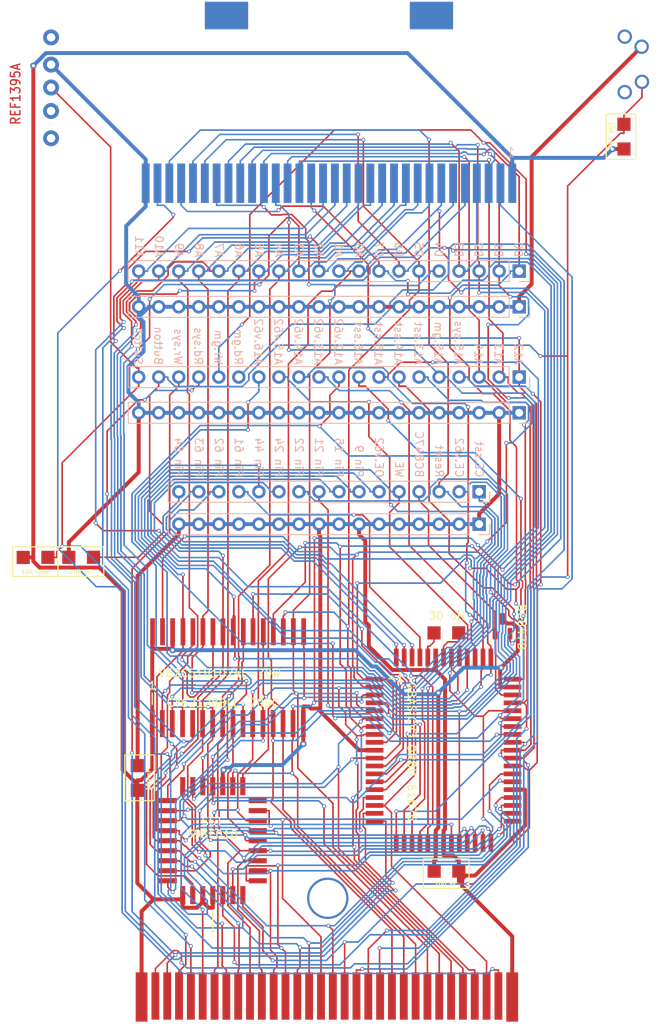
<source format=kicad_pcb>
(kicad_pcb (version 20211014) (generator pcbnew)
  (layers (0 "F.Cu" signal) (31 "B.Cu" signal) (34 "B.Paste" user) (35 "F.Paste" user) (36 "B.SilkS" user "B.Silkscreen") (37 "F.SilkS" user "F.Silkscreen") (38 "B.Mask" user) (39 "F.Mask" user) (44 "Edge.Cuts" user))
  (net 0 "")
  (net 1 "/D0")
  (net 2 "/D1")
  (net 3 "/D2")
  (net 4 "/D3")
  (net 5 "/D4")
  (net 6 "/D5")
  (net 7 "/D6")
  (net 8 "/D7")
  (net 9 "/Pin_9")
  (net 10 "/GND")
  (net 11 "/CE_SST")
  (net 12 "/CE_V62")
  (net 13 "/Rd_Game")
  (net 14 "/Wr_Game")
  (net 15 "/Pin_15")
  (net 16 "/Rd_Sys")
  (net 17 "/Reset")
  (net 18 "/Switch")
  (net 19 "/Wr_Sys")
  (net 20 "/Button")
  (net 21 "/Pin_21")
  (net 22 "/Pin_22")
  (net 23 "/A15_Game")
  (net 24 "/Pin_24")
  (net 25 "/VCC")
  (net 26 "/A0")
  (net 27 "/A1")
  (net 28 "/A2")
  (net 29 "/A3")
  (net 30 "/A4")
  (net 31 "/A5")
  (net 32 "/A6")
  (net 33 "/A7")
  (net 34 "/A8")
  (net 35 "/A9")
  (net 36 "/A10")
  (net 37 "/A11")
  (net 38 "/A12")
  (net 39 "/A13")
  (net 40 "/A14")
  (net 41 "/A15_Sys")
  (net 42 "/Pin_44")
  (net 43 "/A13_SST")
  (net 44 "/A14_SST")
  (net 45 "/A15_SST")
  (net 46 "/A16_SST")
  (net 47 "/BC847C")
  (net 48 "/A12_V62")
  (net 49 "/A13_V62")
  (net 50 "/A14_V62")
  (net 51 "/A15_V62")
  (net 52 "/A16_V62")
  (net 53 "/WE")
  (net 54 "/OE_V62")
  (net 55 "/Ind1")
  (net 56 "/Ind2")
  (net 57 "/Pin_61")
  (net 58 "/Pin_62")
  (net 59 "/Pin_63")
  (net 60 "/Pin_64")
  (net 63 "/Clk")
  (net 64 "/CS")
  (net 65 "/Audio")
  (footprint "REF1329:LZ9FC17 GAL" (layer "F.Cu") (at 159.267 157.512 -90)
    (fp_text reference "U3" hide)
    (fp_text value "GBASICV3 ORBIT 61676")
  )
  (footprint "Package_TO_SOT_SMD:SOT-23" (layer "F.Cu") (at 166.738 141.812 90)
    (fp_text reference "Q1" hide)
    (fp_text value "BC847C" hide)
  )
  (footprint "Gameboy:Hole" (layer "F.Cu") (at 144.535 176.319)
    (fp_text reference "Hole" hide)
    (fp_text value "Hole" hide)
  )
  (footprint "Gameboy:V62C5181024L-70W" (layer "F.Cu") (at 131.9195 148.295)
    (fp_text reference "U2" hide)
    (fp_text value "V62C5181024L-70W")
  )
  (footprint "Gameboy:100nf Capacitor" (layer "F.Cu") (at 120.434 161.082)
    (fp_text reference "C1" hide)
    (fp_text value "100 nF" hide)
  )
  (footprint "GBA:ACTUAL GAMEBOY EDGE CONNECTOR" (layer "F.Cu") (at 144.503 188.1972)
    (fp_text reference "J1" hide)
    (fp_text value "Cart_Edge_Connector")
  )
  (footprint "Gameboy:100nf Capacitor" (layer "F.Cu") (at 182.1655 79.812)
    (fp_text reference "R2" hide)
    (fp_text value "10k Ohm" hide)
  )
  (footprint "Gameboy:1mm Side Push Button" (layer "F.Cu") (at 183.3405 70.547 180)
    (fp_text reference "SW1" hide)
    (fp_text value "SW_Push_Dual" hide)
  )
  (footprint "Gameboy:100nf Capacitor" (layer "F.Cu") (at 113.3465 133.0505 90)
    (fp_text reference "C3" hide)
    (fp_text value "100 nF" hide)
  )
  (footprint "Gameboy:100nf Capacitor" (layer "F.Cu") (at 159.57 142.663 -90)
    (fp_text reference "I1" hide)
    (fp_text value "30 uH SMD Inductor" hide)
  )
  (footprint "Gameboy:Switch_Wide" (layer "F.Cu") (at 109.479 73.521 90)
    (fp_text reference "J3" hide)
    (fp_text value "SW_DPDT_x2" hide)
  )
  (footprint "Gameboy:100nf Capacitor" (layer "F.Cu") (at 107.46 133.097 -90)
    (fp_text reference "R1" hide)
    (fp_text value "10k Ohm" hide)
  )
  (footprint "Gameboy:SST 28SF040" (layer "F.Cu") (at 129.992 169.016 90)
    (fp_text reference "U1" hide)
    (fp_text value "SST39SF010" hide)
  )
  (footprint "Gameboy:100nf Capacitor" (layer "F.Cu") (at 159.588 172.847 -90)
    (fp_text reference "C2" hide)
    (fp_text value "100 nF" hide)
  )
  (footprint "Connector_PinHeader_2.54mm:PinHeader_1x16_P2.54mm_Vertical" (layer "B.Cu") (at 163.781 124.759 90)
    (fp_text reference "J5" hide)
    (fp_text value "Conn_01x16_Male")
  )
  (footprint "GBA:GBA_Slot_Correct" (layer "B.Cu") (at 144.731 80.663 90)
    (fp_text reference "J2" hide)
    (fp_text value "Game_Edge_Connector" hide)
  )
  (footprint "Connector_PinHeader_2.54mm:PinHeader_1x16_P2.54mm_Vertical" (layer "B.Cu") (at 163.781 128.863 90)
    (fp_text reference "J4" hide)
    (fp_text value "Conn_01x16_Male")
  )
  (footprint "Connector_PinHeader_2.54mm:PinHeader_1x20_P2.54mm_Vertical" (layer "B.Cu") (at 168.856 101.3247 90)
    (fp_text reference "J8" hide)
    (fp_text value "Conn_01x20_Male")
  )
  (footprint "Connector_PinHeader_2.54mm:PinHeader_1x20_P2.54mm_Vertical" (layer "B.Cu") (at 168.856 110.228 90)
    (fp_text reference "J7" hide)
    (fp_text value "Conn_01x20_Male")
  )
  (footprint "Connector_PinHeader_2.54mm:PinHeader_1x20_P2.54mm_Vertical" (layer "B.Cu") (at 168.856 114.7547 90)
    (fp_text reference "J6" hide)
    (fp_text value "Conn_01x20_Male")
  )
  (footprint "Connector_PinHeader_2.54mm:PinHeader_1x20_P2.54mm_Vertical" (layer "B.Cu") (at 168.856 96.798 90)
    (fp_text reference "J9" hide)
    (fp_text value "Conn_01x20_Male")
  )
  (gr_rect (start 156.691 171.302) (end 162.495 175.032) (layer "F.SilkS") (width 0.15) (fill none))
  (gr_rect (start 110.3555 131.7465) (end 104.5975 135.4915) (layer "F.SilkS") (width 0.15) (fill none))
  (gr_rect (start 183.6415 82.65) (end 179.8965 76.892) (layer "F.SilkS") (width 0.15) (fill none))
  (gr_rect (start 118.83 163.91) (end 122.56 158.106) (layer "F.SilkS") (width 0.15) (fill none))
  (gr_rect (start 110.3555 131.7465) (end 116.1595 135.4765) (layer "F.SilkS") (width 0.15) (fill none))
  (gr_line (start 171.4722 137.4472) (end 171.4722 184.1982) (layer "Edge.Cuts") (width 0.002))
  (gr_line (start 186.4722 137.4472) (end 186.4722 62.4472) (layer "Edge.Cuts") (width 0.002))
  (gr_line (start 103.0022 137.4472) (end 103.0022 62.4472) (layer "Edge.Cuts") (width 0.002))
  (gr_line (start 169.4222 192.1972) (end 119.5122 192.1972) (layer "Edge.Cuts") (width 0.002))
  (gr_line (start 169.4222 184.1972) (end 171.4722 184.1982) (layer "Edge.Cuts") (width 0.002))
  (gr_line (start 103.0022 137.4472) (end 118.0022 137.4472) (layer "Edge.Cuts") (width 0.002))
  (gr_line (start 119.5122 192.1972) (end 119.5122 184.1972) (layer "Edge.Cuts") (width 0.002))
  (gr_line (start 119.5122 184.1972) (end 118.0022 184.1972) (layer "Edge.Cuts") (width 0.002))
  (gr_line (start 118.0022 184.1972) (end 118.0022 137.4472) (layer "Edge.Cuts") (width 0.002))
  (gr_line (start 169.4222 192.1972) (end 169.4222 184.1972) (layer "Edge.Cuts") (width 0.002))
  (gr_line (start 103.0022 62.4472) (end 186.4722 62.4472) (layer "Edge.Cuts") (width 0.002))
  (gr_line (start 171.4722 137.4472) (end 186.4722 137.4472) (layer "Edge.Cuts") (width 0.002))
  (gr_text "REF1395A" (at 104.977 74.367 90) (layer "F.Cu") (effects (font (size 1.2 1.05) (thickness 0.17))))
  (gr_text "A14.v62" (at 140.851583 105.728571 -90) (layer "B.SilkS") (effects (font (size 1 1)) (justify mirror)))
  (gr_text "D7" (at 151.044901 94.066 -90) (layer "B.SilkS") (effects (font (size 1 1)) (justify mirror)))
  (gr_text "A15.sst" (at 151.007371 105.966667 -90) (layer "B.SilkS") (effects (font (size 1 1)) (justify mirror)))
  (gr_text "Pin 15" (at 146.006269 120.426905 -90) (layer "B.SilkS") (effects (font (size 1 1)) (justify mirror)))
  (gr_text "D3" (at 161.173529 94.066 -90) (layer "B.SilkS") (effects (font (size 1 1)) (justify mirror)))
  (gr_text "A1" (at 145.980587 94.137428 -90) (layer "B.SilkS") (effects (font (size 1 1)) (justify mirror)))
  (gr_text "A16.sst" (at 148.468424 105.966667 -90) (layer "B.SilkS") (effects (font (size 1 1)) (justify mirror)))
  (gr_text "A16.v62" (at 135.773689 105.728571 -90) (layer "B.SilkS") (effects (font (size 1 1)) (justify mirror)))
  (gr_text "Pin 63" (at 128.222538 120.426905 -90) (layer "B.SilkS") (effects (font (size 1 1)) (justify mirror)))
  (gr_text "A5" (at 135.851959 94.137428 -90) (layer "B.SilkS") (effects (font (size 1 1)) (justify mirror)))
  (gr_text "D0" (at 168.77 94.066 -90) (layer "B.SilkS") (effects (font (size 1 1)) (justify mirror)))
  (gr_text "A4" (at 138.384116 94.137428 -90) (layer "B.SilkS") (effects (font (size 1 1)) (justify mirror)))
  (gr_text "Pin 62" (at 130.763071 120.426905 -90) (layer "B.SilkS") (effects (font (size 1 1)) (justify mirror)))
  (gr_text "CE.v62" (at 161.249467 120.426905 -90) (layer "B.SilkS") (effects (font (size 1 1)) (justify mirror)))
  (gr_text "Pin 9" (at 148.546802 120.903095 -90) (layer "B.SilkS") (effects (font (size 1 1)) (justify mirror)))
  (gr_text "WE" (at 153.627868 121.926905 -90) (layer "B.SilkS") (effects (font (size 1 1)) (justify mirror)))
  (gr_text "Rd.gm" (at 133.234742 106.371428 -90) (layer "B.SilkS") (effects (font (size 1 1)) (justify mirror)))
  (gr_text "A2" (at 143.44843 94.137428 -90) (layer "B.SilkS") (effects (font (size 1 1)) (justify mirror)))
  (gr_text "Pin 22" (at 140.925203 120.426905 -90) (layer "B.SilkS") (effects (font (size 1 1)) (justify mirror)))
  (gr_text "Reset" (at 158.708934 120.903095 -90) (layer "B.SilkS") (effects (font (size 1 1)) (justify mirror)))
  (gr_text "A15.gm" (at 158.624212 105.942857 -90) (layer "B.SilkS") (effects (font (size 1 1)) (justify mirror)))
  (gr_text "A7" (at 130.787645 94.137428 -90) (layer "B.SilkS") (effects (font (size 1 1)) (justify mirror)))
  (gr_text "A11" (at 120.659 93.661238 -90) (layer "B.SilkS") (effects (font (size 1 1)) (justify mirror)))
  (gr_text "Switch" (at 120.54 106.27619 -90) (layer "B.SilkS") (effects (font (size 1 1)) (justify mirror)))
  (gr_text "Pin 44" (at 135.844137 120.426905 -90) (layer "B.SilkS") (effects (font (size 1 1)) (justify mirror)))
  (gr_text "Pin 61" (at 133.303604 120.426905 -90) (layer "B.SilkS") (effects (font (size 1 1)) (justify mirror)))
  (gr_text "A10" (at 123.191174 93.661238 -90) (layer "B.SilkS") (effects (font (size 1 1)) (justify mirror)))
  (gr_text "Pin 24" (at 138.38467 120.426905 -90) (layer "B.SilkS") (effects (font (size 1 1)) (justify mirror)))
  (gr_text "A9" (at 125.723331 94.137428 -90) (layer "B.SilkS") (effects (font (size 1 1)) (justify mirror)))
  (gr_text "D5" (at 156.109215 94.066 -90) (layer "B.SilkS") (effects (font (size 1 1)) (justify mirror)))
  (gr_text "A13" (at 166.241053 107.3 -90) (layer "B.SilkS") (effects (font (size 1 1)) (justify mirror)))
  (gr_text "D4" (at 158.641372 94.066 -90) (layer "B.SilkS") (effects (font (size 1 1)) (justify mirror)))
  (gr_text "Wr.gm" (at 130.695795 106.442857 -90) (layer "B.SilkS") (effects (font (size 1 1)) (justify mirror)))
  (gr_text "CE.sst" (at 163.79 120.665 -90) (layer "B.SilkS") (effects (font (size 1 1)) (justify mirror)))
  (gr_text "Button" (at 123.078954 106.252381 -90) (layer "B.SilkS") (effects (font (size 1 1)) (justify mirror)))
  (gr_text "OE.v62" (at 151.087335 120.403095 -90) (layer "B.SilkS") (effects (font (size 1 1)) (justify mirror)))
  (gr_text "A13.sst" (at 156.085265 105.966667 -90) (layer "B.SilkS") (effects (font (size 1 1)) (justify mirror)))
  (gr_text "A13.v62" (at 143.39053 105.728571 -90) (layer "B.SilkS") (effects (font (size 1 1)) (justify mirror)))
  (gr_text "A12.v62" (at 145.929477 105.728571 -90) (layer "B.SilkS") (effects (font (size 1 1)) (justify mirror)))
  (gr_text "D2" (at 163.705686 94.066 -90) (layer "B.SilkS") (effects (font (size 1 1)) (justify mirror)))
  (gr_text "Wr.sys" (at 125.617901 106.371428 -90) (layer "B.SilkS") (effects (font (size 1 1)) (justify mirror)))
  (gr_text "Pin 21" (at 143.465736 120.426905 -90) (layer "B.SilkS") (effects (font (size 1 1)) (justify mirror)))
  (gr_text "Pin 64" (at 125.682 120.426905 -90) (layer "B.SilkS") (effects (font (size 1 1)) (justify mirror)))
  (gr_text "BC847C" (at 156.168401 120.022143 -90) (layer "B.SilkS") (effects (font (size 1 1)) (justify mirror)))
  (gr_text "A12" (at 168.78 107.3 -90) (layer "B.SilkS") (effects (font (size 1 1)) (justify mirror)))
  (gr_text "A15.sys" (at 161.163159 105.871428 -90) (layer "B.SilkS") (effects (font (size 1 1)) (justify mirror)))
  (gr_text "A6" (at 133.319802 94.137428 -90) (layer "B.SilkS") (effects (font (size 1 1)) (justify mirror)))
  (gr_text "A15.v62" (at 138.312636 105.728571 -90) (layer "B.SilkS") (effects (font (size 1 1)) (justify mirror)))
  (gr_text "A14" (at 163.702106 107.3 -90) (layer "B.SilkS") (effects (font (size 1 1)) (justify mirror)))
  (gr_text "A0" (at 148.512744 94.137428 -90) (layer "B.SilkS") (effects (font (size 1 1)) (justify mirror)))
  (gr_text "Rd.sys" (at 128.156848 106.3 -90) (layer "B.SilkS") (effects (font (size 1 1)) (justify mirror)))
  (gr_text "D6" (at 153.577058 94.066 -90) (layer "B.SilkS") (effects (font (size 1 1)) (justify mirror)))
  (gr_text "D1" (at 166.237843 94.066 -90) (layer "B.SilkS") (effects (font (size 1 1)) (justify mirror)))
  (gr_text "A8" (at 128.255488 94.137428 -90) (layer "B.SilkS") (effects (font (size 1 1)) (justify mirror)))
  (gr_text "A3" (at 140.916273 94.137428 -90) (layer "B.SilkS") (effects (font (size 1 1)) (justify mirror)))
  (gr_text "A14.sst" (at 153.546318 105.966667 -90) (layer "B.SilkS") (effects (font (size 1 1)) (justify mirror)))
  (gr_text "100 nF" (at 121.837 161.252 90) (layer "F.SilkS") (effects (font (size 0.5 0.5) (thickness 0.125))))
  (gr_text "10K Ohm" (at 107.4605 134.9195) (layer "F.SilkS") (effects (font (size 0.5 0.5) (thickness 0.125))))
  (gr_text "CY62128BLL-70SC" (at 131.277 151.526) (layer "F.SilkS") (effects (font (size 1 1))))
  (gr_text "BC847B" (at 169.174 141.895 -90) (layer "F.SilkS") (effects (font (size 1 1))))
  (gr_text "10K Ohm" (at 180.469 79.658 270) (layer "F.SilkS") (effects (font (size 0.5 0.5) (thickness 0.125))))
  (gr_text "100 nF" (at 159.539 174.475) (layer "F.SilkS") (effects (font (size 0.5 0.5) (thickness 0.125))))
  (gr_text "|\n1" (at 129.995 179.217) (layer "F.SilkS") (effects (font (size 1 1))))
  (gr_text "100 nF" (at 113.2035 134.9195) (layer "F.SilkS") (effects (font (size 0.5 0.5) (thickness 0.125))))
  (gr_text "1\n|" (at 122.317 150.12) (layer "F.SilkS") (effects (font (size 1 1))))
  (gr_text "-1" (at 153.165 148.378) (layer "F.SilkS") (effects (font (size 1 1))))
  (gr_text "30 uH" (at 159.677 140.487) (layer "F.SilkS") (effects (font (size 1 1))))
  (gr_text "SST\n39SF010" (at 129.891 167.367) (layer "F.SilkS") (effects (font (size 1 1))))
  (segment (start 164.3582 82.0021) (end 164.9651 81.3952) (width 0.2) (layer "F.Cu") (net 1))
  (segment (start 152.8612 154.8851) (end 152.3977 155.3486) (width 0.2) (layer "F.Cu") (net 1))
  (segment (start 167.9845 143.986) (end 167.688 143.6895) (width 0.2) (layer "F.Cu") (net 1))
  (segment (start 168.5117 137.1091) (end 168.8792 136.7416) (width 0.2) (layer "F.Cu") (net 1))
  (segment (start 165.5349 112.3194) (end 164.2389 112.3194) (width 0.2) (layer "F.Cu") (net 1))
  (segment (start 139.8975 167.4096) (end 152.7179 180.23) (width 0.2) (layer "F.Cu") (net 1))
  (segment (start 168.5132 119.0769) (end 167.6782 118.2419) (width 0.2) (layer "F.Cu") (net 1))
  (segment (start 137.3893 163.901) (end 137.1401 163.901) (width 0.2) (layer "F.Cu") (net 1))
  (segment (start 160.0593 106.4757) (end 160.0593 100.1795) (width 0.2) (layer "F.Cu") (net 1))
  (segment (start 162.506 108.9224) (end 160.0593 106.4757) (width 0.2) (layer "F.Cu") (net 1))
  (segment (start 164.9651 81.3952) (end 165.4115 81.3952) (width 0.2) (layer "F.Cu") (net 1))
  (segment (start 167.688 143.6895) (end 167.688 142.7495) (width 0.2) (layer "F.Cu") (net 1))
  (segment (start 164.6227 134.4614) (end 167.2704 137.1091) (width 0.2) (layer "F.Cu") (net 1))
  (segment (start 168.856 84.8397) (end 168.856 95.6479) (width 0.2) (layer "F.Cu") (net 1))
  (segment (start 168.4496 137.1091) (end 168.5117 137.1091) (width 0.2) (layer "F.Cu") (net 1))
  (segment (start 135.69 163.901) (end 137.1401 163.901) (width 0.2) (layer "F.Cu") (net 1))
  (segment (start 148.324 147.7441) (end 148.324 136.3395) (width 0.2) (layer "F.Cu") (net 1))
  (segment (start 137.6385 156.3006) (end 137.6385 163.6518) (width 0.2) (layer "F.Cu") (net 1))
  (segment (start 137.6385 156.1351) (end 137.6385 156.3006) (width 0.2) (layer "F.Cu") (net 1))
  (segment (start 137.6385 163.6518) (end 137.3893 163.901) (width 0.2) (layer "F.Cu") (net 1))
  (segment (start 162.506 110.5865) (end 162.506 108.9224) (width 0.2) (layer "F.Cu") (net 1))
  (segment (start 151.9421 148.512) (end 152.8612 149.4311) (width 0.2) (layer "F.Cu") (net 1))
  (segment (start 149.9045 148.512) (end 150.517 148.512) (width 0.2) (layer "F.Cu") (net 1))
  (segment (start 162.6184 134.4614) (end 164.6227 134.4614) (width 0.2) (layer "F.Cu") (net 1))
  (segment (start 152.8612 149.4311) (end 152.8612 154.8851) (width 0.2) (layer "F.Cu") (net 1))
  (segment (start 137.6385 154.133) (end 137.6385 156.1351) (width 0.2) (layer "F.Cu") (net 1))
  (segment (start 137.3893 164.1128) (end 139.8975 166.621) (width 0.2) (layer "F.Cu") (net 1))
  (segment (start 137.3893 163.901) (end 137.3893 164.1128) (width 0.2) (layer "F.Cu") (net 1))
  (segment (start 165.4115 81.3952) (end 168.856 84.8397) (width 0.2) (layer "F.Cu") (net 1))
  (segment (start 167.2704 137.1091) (end 168.4496 137.1091) (width 0.2) (layer "F.Cu") (net 1))
  (segment (start 139.8975 166.621) (end 139.8975 167.4096) (width 0.2) (layer "F.Cu") (net 1))
  (segment (start 152.7179 180.23) (end 152.7179 185.3601) (width 0.2) (layer "F.Cu") (net 1))
  (segment (start 152.7179 188.6602) (end 152.7179 185.3601) (width 0.2) (layer "F.Cu") (net 1))
  (segment (start 168.8792 136.2859) (end 168.5132 135.9199) (width 0.2) (layer "F.Cu") (net 1))
  (segment (start 168.856 96.798) (end 168.856 95.6479) (width 0.2) (layer "F.Cu") (net 1))
  (segment (start 168.8792 136.7416) (end 168.8792 136.2859) (width 0.2) (layer "F.Cu") (net 1))
  (segment (start 168.4496 137.1091) (end 168.4496 138.9186) (width 0.2) (layer "F.Cu") (net 1))
  (segment (start 168.5132 135.9199) (end 168.5132 119.0769) (width 0.2) (layer "F.Cu") (net 1))
  (segment (start 149.9045 148.512) (end 149.0919 148.512) (width 0.2) (layer "F.Cu") (net 1))
  (segment (start 164.2389 112.3194) (end 162.506 110.5865) (width 0.2) (layer "F.Cu") (net 1))
  (segment (start 150.517 148.512) (end 151.9421 148.512) (width 0.2) (layer "F.Cu") (net 1))
  (segment (start 167.6782 118.2419) (end 167.6782 114.4627) (width 0.2) (layer "F.Cu") (net 1))
  (segment (start 149.0919 148.512) (end 148.324 147.7441) (width 0.2) (layer "F.Cu") (net 1))
  (segment (start 167.6782 114.4627) (end 165.5349 112.3194) (width 0.2) (layer "F.Cu") (net 1))
  (via (at 148.324 136.3395) (size 0.5) (drill 0.3) (layers "F.Cu" "B.Cu") (net 1))
  (via (at 137.6385 156.3006) (size 0.5) (drill 0.3) (layers "F.Cu" "B.Cu") (net 1))
  (via (at 162.6184 134.4614) (size 0.5) (drill 0.3) (layers "F.Cu" "B.Cu") (net 1))
  (via (at 164.3582 82.0021) (size 0.5) (drill 0.3) (layers "F.Cu" "B.Cu") (net 1))
  (via (at 167.9845 143.986) (size 0.5) (drill 0.3) (layers "F.Cu" "B.Cu") (net 1))
  (via (at 168.4496 138.9186) (size 0.5) (drill 0.3) (layers "F.Cu" "B.Cu") (net 1))
  (via (at 152.3977 155.3486) (size 0.5) (drill 0.3) (layers "F.Cu" "B.Cu") (net 1))
  (via (at 160.0593 100.1795) (size 0.5) (drill 0.3) (layers "F.Cu" "B.Cu") (net 1))
  (segment (start 162.7685 134.3113) (end 162.7685 133.4654) (width 0.2) (layer "B.Cu") (net 1))
  (segment (start 149.9656 152.9165) (end 152.3977 155.3486) (width 0.2) (layer "B.Cu") (net 1))
  (segment (start 137.6385 156.3006) (end 140.5195 156.3006) (width 0.2) (layer "B.Cu") (net 1))
  (segment (start 161.9905 133.2111) (end 158.8621 136.3395) (width 0.2) (layer "B.Cu") (net 1))
  (segment (start 137.4424 81.9015) (end 136.481 82.8629) (width 0.2) (layer "B.Cu") (net 1))
  (segment (start 168.7996 139.2686) (end 168.4496 138.9186) (width 0.2) (layer "B.Cu") (net 1))
  (segment (start 164.3582 82.0021) (end 162.3645 82.0021) (width 0.2) (layer "B.Cu") (net 1))
  (segment (start 167.7059 96.798) (end 167.7059 97.0856) (width 0.2) (layer "B.Cu") (net 1))
  (segment (start 168.856 96.798) (end 167.7059 96.798) (width 0.2) (layer "B.Cu") (net 1))
  (segment (start 168.7996 143.1709) (end 168.7996 139.2686) (width 0.2) (layer "B.Cu") (net 1))
  (segment (start 162.7685 133.4654) (end 162.5142 133.2111) (width 0.2) (layer "B.Cu") (net 1))
  (segment (start 167.7059 97.0856) (end 166.2086 98.5829) (width 0.2) (layer "B.Cu") (net 1))
  (segment (start 166.2086 98.5829) (end 161.6559 98.5829) (width 0.2) (layer "B.Cu") (net 1))
  (segment (start 136.481 85.663) (end 136.481 82.8629) (width 0.2) (layer "B.Cu") (net 1))
  (segment (start 161.5049 81.9015) (end 137.4424 81.9015) (width 0.2) (layer "B.Cu") (net 1))
  (segment (start 167.9845 143.986) (end 168.7996 143.1709) (width 0.2) (layer "B.Cu") (net 1))
  (segment (start 161.6947 81.7117) (end 161.5049 81.9015) (width 0.2) (layer "B.Cu") (net 1))
  (segment (start 140.5195 156.3006) (end 143.9036 152.9165) (width 0.2) (layer "B.Cu") (net 1))
  (segment (start 162.0741 81.7117) (end 161.6947 81.7117) (width 0.2) (layer "B.Cu") (net 1))
  (segment (start 162.6184 134.4614) (end 162.7685 134.3113) (width 0.2) (layer "B.Cu") (net 1))
  (segment (start 161.6559 98.5829) (end 160.0593 100.1795) (width 0.2) (layer "B.Cu") (net 1))
  (segment (start 162.5142 133.2111) (end 161.9905 133.2111) (width 0.2) (layer "B.Cu") (net 1))
  (segment (start 143.9036 152.9165) (end 149.9656 152.9165) (width 0.2) (layer "B.Cu") (net 1))
  (segment (start 162.3645 82.0021) (end 162.0741 81.7117) (width 0.2) (layer "B.Cu") (net 1))
  (segment (start 158.8621 136.3395) (end 148.324 136.3395) (width 0.2) (layer "B.Cu") (net 1))
  (segment (start 147.917 148.3371) (end 147.917 146.9982) (width 0.2) (layer "F.Cu") (net 2))
  (segment (start 154.2182 181.1645) (end 154.2182 188.6602) (width 0.2) (layer "F.Cu") (net 2))
  (segment (start 140.356 167.3023) (end 154.2182 181.1645) (width 0.2) (layer "F.Cu") (net 2))
  (segment (start 137.036 135.7889) (end 137.036 145.7592) (width 0.2) (layer "F.Cu") (net 2))
  (segment (start 167.7457 100.0524) (end 166.316 98.6227) (width 0.2) (layer "F.Cu") (net 2))
  (segment (start 167.2774 112.8713) (end 164.9262 110.5201) (width 0.2) (layer "F.Cu") (net 2))
  (segment (start 138.5635 152.1219) (end 138.9045 152.1219) (width 0.2) (layer "F.Cu") (net 2))
  (segment (start 167.2318 118.5735) (end 167.2318 128.6493) (width 0.2) (layer "F.Cu") (net 2))
  (segment (start 137.4257 150.9841) (end 137.8879 151.4462) (width 0.2) (layer "F.Cu") (net 2))
  (segment (start 138.9045 154.132) (end 138.9045 156.1421) (width 0.2) (layer "F.Cu") (net 2))
  (segment (start 165.1587 81.9818) (end 166.316 83.1391) (width 0.2) (layer "F.Cu") (net 2))
  (segment (start 137.0383 152.2958) (end 137.0383 157.3876) (width 0.2) (layer "F.Cu") (net 2))
  (segment (start 141.029 131.7959) (end 137.036 135.7889) (width 0.2) (layer "F.Cu") (net 2))
  (segment (start 137.8879 151.4462) (end 137.0383 152.2958) (width 0.2) (layer "F.Cu") (net 2))
  (segment (start 149.0919 149.512) (end 147.917 148.3371) (width 0.2) (layer "F.Cu") (net 2))
  (segment (start 138.9045 165.0623) (end 140.356 166.5138) (width 0.2) (layer "F.Cu") (net 2))
  (segment (start 147.738 146.8192) (end 147.738 133.2405) (width 0.2) (layer "F.Cu") (net 2))
  (segment (start 138.9045 154.132) (end 138.9045 152.1219) (width 0.2) (layer "F.Cu") (net 2))
  (segment (start 133.799 162.077) (end 133.799 160.6269) (width 0.2) (layer "F.Cu") (net 2))
  (segment (start 137.4257 146.1489) (end 137.4257 150.9841) (width 0.2) (layer "F.Cu") (net 2))
  (segment (start 150.517 149.512) (end 149.0919 149.512) (width 0.2) (layer "F.Cu") (net 2))
  (segment (start 137.0383 157.3876) (end 133.799 160.6269) (width 0.2) (layer "F.Cu") (net 2))
  (segment (start 166.316 83.1391) (end 166.316 96.798) (width 0.2) (layer "F.Cu") (net 2))
  (segment (start 138.9045 156.1421) (end 138.9045 165.0623) (width 0.2) (layer "F.Cu") (net 2))
  (segment (start 147.738 133.2405) (end 148.2568 132.7217) (width 0.2) (layer "F.Cu") (net 2))
  (segment (start 166.316 98.6227) (end 166.316 96.798) (width 0.2) (layer "F.Cu") (net 2))
  (segment (start 164.9262 110.5201) (end 164.9262 103.5901) (width 0.2) (layer "F.Cu") (net 2))
  (segment (start 137.036 145.7592) (end 137.4257 146.1489) (width 0.2) (layer "F.Cu") (net 2))
  (segment (start 137.8879 151.4462) (end 138.5635 152.1219) (width 0.2) (layer "F.Cu") (net 2))
  (segment (start 167.5162 112.8713) (end 167.2774 112.8713) (width 0.2) (layer "F.Cu") (net 2))
  (segment (start 147.917 146.9982) (end 147.738 146.8192) (width 0.2) (layer "F.Cu") (net 2))
  (segment (start 167.2318 128.6493) (end 164.8214 131.0597) (width 0.2) (layer "F.Cu") (net 2))
  (segment (start 140.356 166.5138) (end 140.356 167.3023) (width 0.2) (layer "F.Cu") (net 2))
  (via (at 164.9262 103.5901) (size 0.5) (drill 0.3) (layers "F.Cu" "B.Cu") (net 2))
  (via (at 167.2318 118.5735) (size 0.5) (drill 0.3) (layers "F.Cu" "B.Cu") (net 2))
  (via (at 164.8214 131.0597) (size 0.5) (drill 0.3) (layers "F.Cu" "B.Cu") (net 2))
  (via (at 148.2568 132.7217) (size 0.5) (drill 0.3) (layers "F.Cu" "B.Cu") (net 2))
  (via (at 167.7457 100.0524) (size 0.5) (drill 0.3) (layers "F.Cu" "B.Cu") (net 2))
  (via (at 165.1587 81.9818) (size 0.5) (drill 0.3) (layers "F.Cu" "B.Cu") (net 2))
  (via (at 167.5162 112.8713) (size 0.5) (drill 0.3) (layers "F.Cu" "B.Cu") (net 2))
  (via (at 141.029 131.7959) (size 0.5) (drill 0.3) (layers "F.Cu" "B.Cu") (net 2))
  (segment (start 167.9988 118.5735) (end 170.4704 116.1019) (width 0.2) (layer "B.Cu") (net 2))
  (segment (start 162.2618 81.3336) (end 162.2089 81.2807) (width 0.2) (layer "B.Cu") (net 2))
  (segment (start 165.1587 81.9818) (end 164.5105 81.3336) (width 0.2) (layer "B.Cu") (net 2))
  (segment (start 170.0477 100.3784) (end 170.0477 102.3006) (width 0.2) (layer "B.Cu") (net 2))
  (segment (start 167.2318 118.5735) (end 167.9988 118.5735) (width 0.2) (layer "B.Cu") (net 2))
  (segment (start 148.2568 132.7217) (end 148.5676 132.4109) (width 0.2) (layer "B.Cu") (net 2))
  (segment (start 170.0477 102.3006) (end 168.7582 103.5901) (width 0.2) (layer "B.Cu") (net 2))
  (segment (start 170.4704 116.1019) (end 170.4704 113.5882) (width 0.2) (layer "B.Cu") (net 2))
  (segment (start 136.3425 81.5014) (end 134.981 82.8629) (width 0.2) (layer "B.Cu") (net 2))
  (segment (start 134.981 85.663) (end 134.981 82.8629) (width 0.2) (layer "B.Cu") (net 2))
  (segment (start 144.9129 131.7959) (end 145.8387 132.7217) (width 0.2) (layer "B.Cu") (net 2))
  (segment (start 170.4704 113.5882) (end 169.7535 112.8713) (width 0.2) (layer "B.Cu") (net 2))
  (segment (start 161.1042 81.2807) (end 160.8835 81.5014) (width 0.2) (layer "B.Cu") (net 2))
  (segment (start 169.7217 100.0524) (end 170.0477 100.3784) (width 0.2) (layer "B.Cu") (net 2))
  (segment (start 163.4959 132.4109) (end 164.8214 131.0854) (width 0.2) (layer "B.Cu") (net 2))
  (segment (start 164.8214 131.0854) (end 164.8214 131.0597) (width 0.2) (layer "B.Cu") (net 2))
  (segment (start 145.8387 132.7217) (end 148.2568 132.7217) (width 0.2) (layer "B.Cu") (net 2))
  (segment (start 168.7582 103.5901) (end 164.9262 103.5901) (width 0.2) (layer "B.Cu") (net 2))
  (segment (start 160.8835 81.5014) (end 136.3425 81.5014) (width 0.2) (layer "B.Cu") (net 2))
  (segment (start 148.5676 132.4109) (end 163.4959 132.4109) (width 0.2) (layer "B.Cu") (net 2))
  (segment (start 164.5105 81.3336) (end 162.2618 81.3336) (width 0.2) (layer "B.Cu") (net 2))
  (segment (start 167.7457 100.0524) (end 169.7217 100.0524) (width 0.2) (layer "B.Cu") (net 2))
  (segment (start 169.7535 112.8713) (end 167.5162 112.8713) (width 0.2) (layer "B.Cu") (net 2))
  (segment (start 141.029 131.7959) (end 144.9129 131.7959) (width 0.2) (layer "B.Cu") (net 2))
  (segment (start 162.2089 81.2807) (end 161.1042 81.2807) (width 0.2) (layer "B.Cu") (net 2))
  (segment (start 132.53 160.4163) (end 132.53 162.08) (width 0.2) (layer "F.Cu") (net 3))
  (segment (start 140.1695 154.132) (end 140.1695 156.1421) (width 0.2) (layer "F.Cu") (net 3))
  (segment (start 163.776 96.798) (end 163.776 95.6479) (width 0.2) (layer "F.Cu") (net 3))
  (segment (start 163.6103 131.5185) (end 166.7418 134.65) (width 0.2) (layer "F.Cu") (net 3))
  (segment (start 140.0558 156.2558) (end 140.0558 160.4348) (width 0.2) (layer "F.Cu") (net 3))
  (segment (start 166.7418 134.65) (end 166.7498 134.65) (width 0.2) (layer "F.Cu") (net 3))
  (segment (start 140.7561 167.1366) (end 155.7184 182.0989) (width 0.2) (layer "F.Cu") (net 3))
  (segment (start 148.87 151.3714) (end 148.87 150.7339) (width 0.2) (layer "F.Cu") (net 3))
  (segment (start 163.776 95.6479) (end 163.6002 95.4721) (width 0.2) (layer "F.Cu") (net 3))
  (segment (start 140.1695 154.132) (end 140.1695 152.1221) (width 0.2) (layer "F.Cu") (net 3))
  (segment (start 155.7184 182.0989) (end 155.7184 188.6602) (width 0.2) (layer "F.Cu") (net 3))
  (segment (start 150.517 150.512) (end 149.0919 150.512) (width 0.2) (layer "F.Cu") (net 3))
  (segment (start 163.6002 95.4721) (end 163.6002 80.7834) (width 0.2) (layer "F.Cu") (net 3))
  (segment (start 140.7561 161.1351) (end 140.7561 167.1366) (width 0.2) (layer "F.Cu") (net 3))
  (segment (start 140.1695 156.1421) (end 140.0558 156.2558) (width 0.2) (layer "F.Cu") (net 3))
  (segment (start 163.776 96.798) (end 163.776 99.5331) (width 0.2) (layer "F.Cu") (net 3))
  (segment (start 140.1695 152.1221) (end 140.1695 151.9662) (width 0.2) (layer "F.Cu") (net 3))
  (segment (start 148.87 150.7339) (end 149.0919 150.512) (width 0.2) (layer "F.Cu") (net 3))
  (segment (start 132.8534 160.0929) (end 132.53 160.4163) (width 0.2) (layer "F.Cu") (net 3))
  (segment (start 142.8319 151.5004) (end 142.8901 151.4422) (width 0.2) (layer "F.Cu") (net 3))
  (segment (start 142.8901 151.4422) (end 142.8901 130.6415) (width 0.2) (layer "F.Cu") (net 3))
  (segment (start 140.0558 160.4348) (end 140.7561 161.1351) (width 0.2) (layer "F.Cu") (net 3))
  (via (at 148.87 151.3714) (size 0.5) (drill 0.3) (layers "F.Cu" "B.Cu") (net 3))
  (via (at 142.8901 130.6415) (size 0.5) (drill 0.3) (layers "F.Cu" "B.Cu") (net 3))
  (via (at 142.8319 151.5004) (size 0.5) (drill 0.3) (layers "F.Cu" "B.Cu") (net 3))
  (via (at 166.7498 134.65) (size 0.5) (drill 0.3) (layers "F.Cu" "B.Cu") (net 3))
  (via (at 140.0558 160.4348) (size 0.5) (drill 0.3) (layers "F.Cu" "B.Cu") (net 3))
  (via (at 132.8534 160.0929) (size 0.5) (drill 0.3) (layers "F.Cu" "B.Cu") (net 3))
  (via (at 163.776 99.5331) (size 0.5) (drill 0.3) (layers "F.Cu" "B.Cu") (net 3))
  (via (at 163.6103 131.5185) (size 0.5) (drill 0.3) (layers "F.Cu" "B.Cu") (net 3))
  (via (at 140.1695 151.9662) (size 0.5) (drill 0.3) (layers "F.Cu" "B.Cu") (net 3))
  (via (at 163.6002 80.7834) (size 0.5) (drill 0.3) (layers "F.Cu" "B.Cu") (net 3))
  (segment (start 142.3661 151.9662) (end 142.8319 151.5004) (width 0.2) (layer "B.Cu") (net 3))
  (segment (start 161.0357 80.7834) (end 160.7178 81.1013) (width 0.2) (layer "B.Cu") (net 3))
  (segment (start 172.1048 129.295) (end 166.7498 134.65) (width 0.2) (layer "B.Cu") (net 3))
  (segment (start 133.481 84.2629) (end 133.481 85.663) (width 0.2) (layer "B.Cu") (net 3))
  (segment (start 133.1953 160.4348) (end 140.0558 160.4348) (width 0.2) (layer "B.Cu") (net 3))
  (segment (start 142.8319 151.5004) (end 143.0412 151.2911) (width 0.2) (layer "B.Cu") (net 3))
  (segment (start 162.7333 130.6415) (end 142.8901 130.6415) (width 0.2) (layer "B.Cu") (net 3))
  (segment (start 132.8534 160.0929) (end 133.1953 160.4348) (width 0.2) (layer "B.Cu") (net 3))
  (segment (start 135.2426 81.1013) (end 133.481 82.8629) (width 0.2) (layer "B.Cu") (net 3))
  (segment (start 148.7897 151.2911) (end 148.87 151.3714) (width 0.2) (layer "B.Cu") (net 3))
  (segment (start 163.8068 99.5023) (end 169.8081 99.5023) (width 0.2) (layer "B.Cu") (net 3))
  (segment (start 160.7178 81.1013) (end 135.2426 81.1013) (width 0.2) (layer "B.Cu") (net 3))
  (segment (start 163.776 99.5331) (end 163.8068 99.5023) (width 0.2) (layer "B.Cu") (net 3))
  (segment (start 169.8081 99.5023) (end 172.1048 101.799) (width 0.2) (layer "B.Cu") (net 3))
  (segment (start 163.6002 80.7834) (end 161.0357 80.7834) (width 0.2) (layer "B.Cu") (net 3))
  (segment (start 140.1695 151.9662) (end 142.3661 151.9662) (width 0.2) (layer "B.Cu") (net 3))
  (segment (start 163.6103 131.5185) (end 162.7333 130.6415) (width 0.2) (layer "B.Cu") (net 3))
  (segment (start 172.1048 101.799) (end 172.1048 129.295) (width 0.2) (layer "B.Cu") (net 3))
  (segment (start 133.481 84.2629) (end 133.481 82.8629) (width 0.2) (layer "B.Cu") (net 3))
  (segment (start 143.0412 151.2911) (end 148.7897 151.2911) (width 0.2) (layer "B.Cu") (net 3))
  (segment (start 157.2187 182.4676) (end 157.2187 185.3601) (width 0.2) (layer "F.Cu") (net 4))
  (segment (start 144.1039 164.6138) (end 144.1039 169.3528) (width 0.2) (layer "F.Cu") (net 4))
  (segment (start 141.5195 144.5121) (end 141.5769 144.5695) (width 0.2) (layer "F.Cu") (net 4))
  (segment (start 157.2187 188.6602) (end 157.2187 185.3601) (width 0.2) (layer "F.Cu") (net 4))
  (segment (start 129.992 158.3541) (end 129.992 162.077) (width 0.2) (layer "F.Cu") (net 4))
  (segment (start 129.992 162.077) (end 129.992 164.1337) (width 0.2) (layer "F.Cu") (net 4))
  (segment (start 161.236 81.6123) (end 161.236 95.6479) (width 0.2) (layer "F.Cu") (net 4))
  (segment (start 141.5195 142.502) (end 141.5195 144.5121) (width 0.2) (layer "F.Cu") (net 4))
  (segment (start 144.1039 169.3528) (end 157.2187 182.4676) (width 0.2) (layer "F.Cu") (net 4))
  (segment (start 129.992 164.1337) (end 130.0746 164.2163) (width 0.2) (layer "F.Cu") (net 4))
  (segment (start 152.2883 151.8582) (end 152.2883 153.0757) (width 0.2) (layer "F.Cu") (net 4))
  (segment (start 150.517 151.512) (end 151.9421 151.512) (width 0.2) (layer "F.Cu") (net 4))
  (segment (start 151.9421 151.512) (end 152.2883 151.8582) (width 0.2) (layer "F.Cu") (net 4))
  (segment (start 141.5769 144.5695) (end 141.5769 150.9088) (width 0.2) (layer "F.Cu") (net 4))
  (segment (start 161.236 96.798) (end 161.236 95.6479) (width 0.2) (layer "F.Cu") (net 4))
  (segment (start 160.1594 80.5357) (end 161.236 81.6123) (width 0.2) (layer "F.Cu") (net 4))
  (via (at 160.1594 80.5357) (size 0.5) (drill 0.3) (layers "F.Cu" "B.Cu") (net 4))
  (via (at 152.2883 153.0757) (size 0.5) (drill 0.3) (layers "F.Cu" "B.Cu") (net 4))
  (via (at 129.992 158.3541) (size 0.5) (drill 0.3) (layers "F.Cu" "B.Cu") (net 4))
  (via (at 130.0746 164.2163) (size 0.5) (drill 0.3) (layers "F.Cu" "B.Cu") (net 4))
  (via (at 141.5769 150.9088) (size 0.5) (drill 0.3) (layers "F.Cu" "B.Cu") (net 4))
  (via (at 144.1039 164.6138) (size 0.5) (drill 0.3) (layers "F.Cu" "B.Cu") (net 4))
  (segment (start 141.5769 150.9088) (end 140.299 150.9088) (width 0.2) (layer "B.Cu") (net 4))
  (segment (start 143.4108 163.9207) (end 130.3702 163.9207) (width 0.2) (layer "B.Cu") (net 4))
  (segment (start 173.3051 98.4867) (end 170.0296 95.2112) (width 0.2) (layer "B.Cu") (net 4))
  (segment (start 131.981 85.663) (end 131.981 82.8629) (width 0.2) (layer "B.Cu") (net 4))
  (segment (start 152.2883 153.0757) (end 152.7579 153.5453) (width 0.2) (layer "B.Cu") (net 4))
  (segment (start 134.077 154.2691) (end 129.992 158.3541) (width 0.2) (layer "B.Cu") (net 4))
  (segment (start 162.3861 96.5105) (end 162.3861 96.798) (width 0.2) (layer "B.Cu") (net 4))
  (segment (start 152.7579 153.5453) (end 162.2698 153.5453) (width 0.2) (layer "B.Cu") (net 4))
  (segment (start 162.2698 153.5453) (end 168.1099 147.7052) (width 0.2) (layer "B.Cu") (net 4))
  (segment (start 170.0296 95.2112) (end 163.6854 95.2112) (width 0.2) (layer "B.Cu") (net 4))
  (segment (start 167.3788 135.9306) (end 173.3051 130.0043) (width 0.2) (layer "B.Cu") (net 4))
  (segment (start 140.299 150.9088) (end 136.9387 154.2691) (width 0.2) (layer "B.Cu") (net 4))
  (segment (start 131.981 82.8629) (end 134.1427 80.7012) (width 0.2) (layer "B.Cu") (net 4))
  (segment (start 134.1427 80.7012) (end 159.9939 80.7012) (width 0.2) (layer "B.Cu") (net 4))
  (segment (start 168.1099 146.1325) (end 166.624 144.6466) (width 0.2) (layer "B.Cu") (net 4))
  (segment (start 159.9939 80.7012) (end 160.1594 80.5357) (width 0.2) (layer "B.Cu") (net 4))
  (segment (start 150.0339 150.8213) (end 141.6644 150.8213) (width 0.2) (layer "B.Cu") (net 4))
  (segment (start 141.6644 150.8213) (end 141.5769 150.9088) (width 0.2) (layer "B.Cu") (net 4))
  (segment (start 173.3051 130.0043) (end 173.3051 98.4867) (width 0.2) (layer "B.Cu") (net 4))
  (segment (start 161.236 96.798) (end 162.3861 96.798) (width 0.2) (layer "B.Cu") (net 4))
  (segment (start 163.6854 95.2112) (end 162.3861 96.5105) (width 0.2) (layer "B.Cu") (net 4))
  (segment (start 166.7445 142.625) (end 166.7445 139.0137) (width 0.2) (layer "B.Cu") (net 4))
  (segment (start 130.3702 163.9207) (end 130.0746 164.2163) (width 0.2) (layer "B.Cu") (net 4))
  (segment (start 166.7445 139.0137) (end 167.3788 138.3794) (width 0.2) (layer "B.Cu") (net 4))
  (segment (start 144.1039 164.6138) (end 143.4108 163.9207) (width 0.2) (layer "B.Cu") (net 4))
  (segment (start 166.624 142.7455) (end 166.7445 142.625) (width 0.2) (layer "B.Cu") (net 4))
  (segment (start 168.1099 147.7052) (end 168.1099 146.1325) (width 0.2) (layer "B.Cu") (net 4))
  (segment (start 167.3788 138.3794) (end 167.3788 135.9306) (width 0.2) (layer "B.Cu") (net 4))
  (segment (start 166.624 144.6466) (end 166.624 142.7455) (width 0.2) (layer "B.Cu") (net 4))
  (segment (start 136.9387 154.2691) (end 134.077 154.2691) (width 0.2) (layer "B.Cu") (net 4))
  (segment (start 152.2883 153.0757) (end 150.0339 150.8213) (width 0.2) (layer "B.Cu") (net 4))
  (segment (start 142.2754 109.7283) (end 142.2754 137.7319) (width 0.2) (layer "F.Cu") (net 5))
  (segment (start 136.4513 88.6878) (end 137.4441 89.6806) (width 0.2) (layer "F.Cu") (net 5))
  (segment (start 145.2398 169.8158) (end 158.7189 183.2949) (width 0.2) (layer "F.Cu") (net 5))
  (segment (start 137.4441 89.6806) (end 138.7473 89.6806) (width 0.2) (layer "F.Cu") (net 5))
  (segment (start 140.7773 150.5149) (end 140.7773 159.7935) (width 0.2) (layer "F.Cu") (net 5))
  (segment (start 158.7189 183.2949) (end 158.7189 188.6602) (width 0.2) (layer "F.Cu") (net 5))
  (segment (start 142.2754 137.7319) (end 140.2135 139.7938) (width 0.2) (layer "F.Cu") (net 5))
  (segment (start 140.5937 150.3313) (end 140.7773 150.5149) (width 0.2) (layer "F.Cu") (net 5))
  (segment (start 140.2135 142.5) (end 140.2135 149.9511) (width 0.2) (layer "F.Cu") (net 5))
  (segment (start 144.8449 107.1588) (end 142.2754 109.7283) (width 0.2) (layer "F.Cu") (net 5))
  (segment (start 148.2501 151.6702) (end 148.2501 150.2615) (width 0.2) (layer "F.Cu") (net 5))
  (segment (start 141.7771 91.391) (end 141.7771 92.6436) (width 0.2) (layer "F.Cu") (net 5))
  (segment (start 138.8064 89.6215) (end 140.0076 89.6215) (width 0.2) (layer "F.Cu") (net 5))
  (segment (start 145.2398 164.256) (end 145.2398 169.8158) (width 0.2) (layer "F.Cu") (net 5))
  (segment (start 141.7771 92.6436) (end 142.186 93.0525) (width 0.2) (layer "F.Cu") (net 5))
  (segment (start 149.0919 152.512) (end 148.2501 151.6702) (width 0.2) (layer "F.Cu") (net 5))
  (segment (start 140.7773 159.7935) (end 145.2398 164.256) (width 0.2) (layer "F.Cu") (net 5))
  (segment (start 150.517 152.512) (end 149.0919 152.512) (width 0.2) (layer "F.Cu") (net 5))
  (segment (start 140.0076 89.6215) (end 141.7771 91.391) (width 0.2) (layer "F.Cu") (net 5))
  (segment (start 128.724 158.4952) (end 128.724 162.077) (width 0.2) (layer "F.Cu") (net 5))
  (segment (start 142.186 93.0525) (end 142.186 98.5005) (width 0.2) (layer "F.Cu") (net 5))
  (segment (start 138.7473 89.6806) (end 138.8064 89.6215) (width 0.2) (layer "F.Cu") (net 5))
  (segment (start 140.2135 139.7938) (end 140.2135 142.5) (width 0.2) (layer "F.Cu") (net 5))
  (segment (start 140.2135 149.9511) (end 140.5937 150.3313) (width 0.2) (layer "F.Cu") (net 5))
  (segment (start 144.8449 100.6227) (end 144.8449 107.1588) (width 0.2) (layer "F.Cu") (net 5))
  (via (at 136.4513 88.6878) (size 0.5) (drill 0.3) (layers "F.Cu" "B.Cu") (net 5))
  (via (at 142.186 98.5005) (size 0.5) (drill 0.3) (layers "F.Cu" "B.Cu") (net 5))
  (via (at 144.8449 100.6227) (size 0.5) (drill 0.3) (layers "F.Cu" "B.Cu") (net 5))
  (via (at 140.5937 150.3313) (size 0.5) (drill 0.3) (layers "F.Cu" "B.Cu") (net 5))
  (via (at 148.2501 150.2615) (size 0.5) (drill 0.3) (layers "F.Cu" "B.Cu") (net 5))
  (via (at 128.724 158.4952) (size 0.5) (drill 0.3) (layers "F.Cu" "B.Cu") (net 5))
  (segment (start 145.4792 98.6273) (end 156.0041 98.6273) (width 0.2) (layer "B.Cu") (net 5))
  (segment (start 136.2266 88.4631) (end 136.4513 88.6878) (width 0.2) (layer "B.Cu") (net 5))
  (segment (start 145.4792 99.9884) (end 144.8449 100.6227) (width 0.2) (layer "B.Cu") (net 5))
  (segment (start 136.4904 153.8689) (end 133.3503 153.8689) (width 0.2) (layer "B.Cu") (net 5))
  (segment (start 157.5459 97.0855) (end 157.5459 96.798) (width 0.2) (layer "B.Cu") (net 5))
  (segment (start 133.3503 153.8689) (end 128.724 158.4952) (width 0.2) (layer "B.Cu") (net 5))
  (segment (start 130.481 85.663) (end 130.481 88.4631) (width 0.2) (layer "B.Cu") (net 5))
  (segment (start 145.3524 98.5005) (end 142.186 98.5005) (width 0.2) (layer "B.Cu") (net 5))
  (segment (start 145.4792 98.6273) (end 145.3524 98.5005) (width 0.2) (layer "B.Cu") (net 5))
  (segment (start 140.5937 150.3313) (end 148.1803 150.3313) (width 0.2) (layer "B.Cu") (net 5))
  (segment (start 140.028 150.3313) (end 136.4904 153.8689) (width 0.2) (layer "B.Cu") (net 5))
  (segment (start 130.481 88.4631) (end 136.2266 88.4631) (width 0.2) (layer "B.Cu") (net 5))
  (segment (start 140.5937 150.3313) (end 140.028 150.3313) (width 0.2) (layer "B.Cu") (net 5))
  (segment (start 156.0041 98.6273) (end 157.5459 97.0855) (width 0.2) (layer "B.Cu") (net 5))
  (segment (start 158.696 96.798) (end 157.5459 96.798) (width 0.2) (layer "B.Cu") (net 5))
  (segment (start 148.1803 150.3313) (end 148.2501 150.2615) (width 0.2) (layer "B.Cu") (net 5))
  (segment (start 145.4792 98.6273) (end 145.4792 99.9884) (width 0.2) (layer "B.Cu") (net 5))
  (segment (start 147.5169 147.164) (end 147.1168 146.7639) (width 0.2) (layer "F.Cu") (net 6))
  (segment (start 147.1168 146.7639) (end 147.1168 141.807) (width 0.2) (layer "F.Cu") (net 6))
  (segment (start 138.9385 142.513) (end 138.9385 140.5029) (width 0.2) (layer "F.Cu") (net 6))
  (segment (start 156.156 95.6479) (end 149.0939 88.5858) (width 0.2) (layer "F.Cu") (net 6))
  (segment (start 148.7702 153.8337) (end 148.7702 153.8884) (width 0.2) (layer "F.Cu") (net 6))
  (segment (start 156.156 96.798) (end 156.156 95.6479) (width 0.2) (layer "F.Cu") (net 6))
  (segment (start 147.5169 151.937) (end 147.5169 147.164) (width 0.2) (layer "F.Cu") (net 6))
  (segment (start 127.451 162.076) (end 127.451 163.5407) (width 0.2) (layer "F.Cu") (net 6))
  (segment (start 139.2014 140.0185) (end 139.2014 140.24) (width 0.2) (layer "F.Cu") (net 6))
  (segment (start 139.2014 140.24) (end 138.9385 140.5029) (width 0.2) (layer "F.Cu") (net 6))
  (segment (start 154.9473 100.5064) (end 154.9473 101.6623) (width 0.2) (layer "F.Cu") (net 6))
  (segment (start 149.0919 153.512) (end 147.5169 151.937) (width 0.2) (layer "F.Cu") (net 6))
  (segment (start 154.9473 101.6623) (end 147.2432 109.3664) (width 0.2) (layer "F.Cu") (net 6))
  (segment (start 150.517 153.512) (end 149.0919 153.512) (width 0.2) (layer "F.Cu") (net 6))
  (segment (start 127.451 163.5407) (end 127.5881 163.6778) (width 0.2) (layer "F.Cu") (net 6))
  (segment (start 149.0919 153.512) (end 148.7702 153.8337) (width 0.2) (layer "F.Cu") (net 6))
  (segment (start 156.156 99.2977) (end 154.9473 100.5064) (width 0.2) (layer "F.Cu") (net 6))
  (segment (start 160.2192 188.6602) (end 160.2192 184.2294) (width 0.2) (layer "F.Cu") (net 6))
  (segment (start 147.2432 109.3664) (end 147.2432 141.6806) (width 0.2) (layer "F.Cu") (net 6))
  (segment (start 145.9424 169.9526) (end 145.9424 159.6359) (width 0.2) (layer "F.Cu") (net 6))
  (segment (start 147.2432 141.6806) (end 147.1168 141.807) (width 0.2) (layer "F.Cu") (net 6))
  (segment (start 149.0939 88.5858) (end 149.0939 80.1511) (width 0.2) (layer "F.Cu") (net 6))
  (segment (start 156.156 96.798) (end 156.156 99.2977) (width 0.2) (layer "F.Cu") (net 6))
  (segment (start 160.2192 184.2294) (end 145.9424 169.9526) (width 0.2) (layer "F.Cu") (net 6))
  (via (at 127.5881 163.6778) (size 0.5) (drill 0.3) (layers "F.Cu" "B.Cu") (net 6))
  (via (at 149.0939 80.1511) (size 0.5) (drill 0.3) (layers "F.Cu" "B.Cu") (net 6))
  (via (at 139.2014 140.0185) (size 0.5) (drill 0.3) (layers "F.Cu" "B.Cu") (net 6))
  (via (at 147.1168 141.807) (size 0.5) (drill 0.3) (layers "F.Cu" "B.Cu") (net 6))
  (via (at 148.7702 153.8884) (size 0.5) (drill 0.3) (layers "F.Cu" "B.Cu") (net 6))
  (via (at 145.9424 159.6359) (size 0.5) (drill 0.3) (layers "F.Cu" "B.Cu") (net 6))
  (segment (start 129.5094 161.7565) (end 143.8218 161.7565) (width 0.2) (layer "B.Cu") (net 6))
  (segment (start 143.8218 161.7565) (end 145.9424 159.6359) (width 0.2) (layer "B.Cu") (net 6))
  (segment (start 131.6928 80.1511) (end 128.981 82.8629) (width 0.2) (layer "B.Cu") (net 6))
  (segment (start 145.9424 156.7162) (end 148.7702 153.8884) (width 0.2) (layer "B.Cu") (net 6))
  (segment (start 149.0939 80.1511) (end 131.6928 80.1511) (width 0.2) (layer "B.Cu") (net 6))
  (segment (start 139.2014 140.0185) (end 145.3283 140.0185) (width 0.2) (layer "B.Cu") (net 6))
  (segment (start 145.3283 140.0185) (end 147.1168 141.807) (width 0.2) (layer "B.Cu") (net 6))
  (segment (start 127.5881 163.6778) (end 129.5094 161.7565) (width 0.2) (layer "B.Cu") (net 6))
  (segment (start 128.981 85.663) (end 128.981 82.8629) (width 0.2) (layer "B.Cu") (net 6))
  (segment (start 145.9424 159.6359) (end 145.9424 156.7162) (width 0.2) (layer "B.Cu") (net 6))
  (segment (start 167.7592 136.5137) (end 168.3291 136.5137) (width 0.2) (layer "F.Cu") (net 7))
  (segment (start 149.0919 154.512) (end 148.8386 154.7653) (width 0.2) (layer "F.Cu") (net 7))
  (segment (start 146.9169 151.9028) (end 147.3932 152.3791) (width 0.2) (layer "F.Cu") (net 7))
  (segment (start 147.3932 152.3791) (end 147.3932 153.3199) (width 0.2) (layer "F.Cu") (net 7))
  (segment (start 126.18 162.077) (end 126.18 163.5271) (width 0.2) (layer "F.Cu") (net 7))
  (segment (start 161.7195 185.1639) (end 161.7195 185.3601) (width 0.2) (layer "F.Cu") (net 7))
  (segment (start 137.6735 142.503) (end 137.6735 140.2659) (width 0.2) (layer "F.Cu") (net 7))
  (segment (start 147.9539 169.7753) (end 147.9539 171.3983) (width 0.2) (layer "F.Cu") (net 7))
  (segment (start 141.7206 136.2188) (end 141.7206 131.2413) (width 0.2) (layer "F.Cu") (net 7))
  (segment (start 147.9539 171.3983) (end 161.7195 185.1639) (width 0.2) (layer "F.Cu") (net 7))
  (segment (start 160.1358 93.8587) (end 159.3826 93.8587) (width 0.2) (layer "F.Cu") (net 7))
  (segment (start 128.2748 170.4113) (end 127.378 169.5145) (width 0.2) (layer "F.Cu") (net 7))
  (segment (start 146.1485 146.5612) (end 146.9169 147.3296) (width 0.2) (layer "F.Cu") (net 7))
  (segment (start 147.7806 169.602) (end 147.7806 163.5571) (width 0.2) (layer "F.Cu") (net 7))
  (segment (start 146.9169 147.3296) (end 146.9169 151.9028) (width 0.2) (layer "F.Cu") (net 7))
  (segment (start 146.1485 131.7216) (end 146.1485 146.5612) (width 0.2) (layer "F.Cu") (net 7))
  (segment (start 148.4287 90.4606) (end 148.4287 79.4809) (width 0.2) (layer "F.Cu") (net 7))
  (segment (start 147.3932 153.3199) (end 148.8386 154.7653) (width 0.2) (layer "F.Cu") (net 7))
  (segment (start 148.8386 154.7653) (end 148.8386 155.0575) (width 0.2) (layer "F.Cu") (net 7))
  (segment (start 137.6735 140.2659) (end 141.7206 136.2188) (width 0.2) (layer "F.Cu") (net 7))
  (segment (start 127.378 169.5145) (end 127.378 164.8118) (width 0.2) (layer "F.Cu") (net 7))
  (segment (start 150.517 154.512) (end 149.0919 154.512) (width 0.2) (layer "F.Cu") (net 7))
  (segment (start 161.7195 188.6602) (end 161.7195 185.3601) (width 0.2) (layer "F.Cu") (net 7))
  (segment (start 126.18 163.6138) (end 126.18 163.5271) (width 0.2) (layer "F.Cu") (net 7))
  (segment (start 162.8908 131.6453) (end 167.7592 136.5137) (width 0.2) (layer "F.Cu") (net 7))
  (segment (start 153.616 96.798) (end 153.616 95.6479) (width 0.2) (layer "F.Cu") (net 7))
  (segment (start 127.378 164.8118) (end 126.18 163.6138) (width 0.2) (layer "F.Cu") (net 7))
  (segment (start 160.4842 94.2071) (end 160.1358 93.8587) (width 0.2) (layer "F.Cu") (net 7))
  (segment (start 153.616 95.6479) (end 148.4287 90.4606) (width 0.2) (layer "F.Cu") (net 7))
  (segment (start 147.9539 169.7753) (end 147.7806 169.602) (width 0.2) (layer "F.Cu") (net 7))
  (via (at 148.4287 79.4809) (size 0.5) (drill 0.3) (layers "F.Cu" "B.Cu") (net 7))
  (via (at 146.1485 131.7216) (size 0.5) (drill 0.3) (layers "F.Cu" "B.Cu") (net 7))
  (via (at 128.2748 170.4113) (size 0.5) (drill 0.3) (layers "F.Cu" "B.Cu") (net 7))
  (via (at 168.3291 136.5137) (size 0.5) (drill 0.3) (layers "F.Cu" "B.Cu") (net 7))
  (via (at 160.4842 94.2071) (size 0.5) (drill 0.3) (layers "F.Cu" "B.Cu") (net 7))
  (via (at 141.7206 131.2413) (size 0.5) (drill 0.3) (layers "F.Cu" "B.Cu") (net 7))
  (via (at 159.3826 93.8587) (size 0.5) (drill 0.3) (layers "F.Cu" "B.Cu") (net 7))
  (via (at 148.8386 155.0575) (size 0.5) (drill 0.3) (layers "F.Cu" "B.Cu") (net 7))
  (via (at 147.7806 163.5571) (size 0.5) (drill 0.3) (layers "F.Cu" "B.Cu") (net 7))
  (via (at 147.9539 169.7753) (size 0.5) (drill 0.3) (layers "F.Cu" "B.Cu") (net 7))
  (via (at 162.8908 131.6453) (size 0.5) (drill 0.3) (layers "F.Cu" "B.Cu") (net 7))
  (segment (start 147.9539 169.7753) (end 147.8212 169.6426) (width 0.2) (layer "B.Cu") (net 7))
  (segment (start 162.8908 131.6453) (end 146.2248 131.6453) (width 0.2) (layer "B.Cu") (net 7))
  (segment (start 146.2248 131.6453) (end 146.1485 131.7216) (width 0.2) (layer "B.Cu") (net 7))
  (segment (start 132.9896 171.7074) (end 131.5564 170.2742) (width 0.2) (layer "B.Cu") (net 7))
  (segment (start 148.4287 79.4809) (end 130.863 79.4809) (width 0.2) (layer "B.Cu") (net 7))
  (segment (start 136.2259 169.6426) (end 134.1611 171.7074) (width 0.2) (layer "B.Cu") (net 7))
  (segment (start 174.1302 130.7126) (end 174.1302 98.1801) (width 0.2) (layer "B.Cu") (net 7))
  (segment (start 147.8212 169.6426) (end 136.2259 169.6426) (width 0.2) (layer "B.Cu") (net 7))
  (segment (start 131.5564 170.2742) (end 128.4119 170.2742) (width 0.2) (layer "B.Cu") (net 7))
  (segment (start 170.0452 94.0951) (end 160.5962 94.0951) (width 0.2) (layer "B.Cu") (net 7))
  (segment (start 148.8386 162.4991) (end 148.8386 155.0575) (width 0.2) (layer "B.Cu") (net 7))
  (segment (start 134.1611 171.7074) (end 132.9896 171.7074) (width 0.2) (layer "B.Cu") (net 7))
  (segment (start 130.863 79.4809) (end 127.481 82.8629) (width 0.2) (layer "B.Cu") (net 7))
  (segment (start 128.4119 170.2742) (end 128.2748 170.4113) (width 0.2) (layer "B.Cu") (net 7))
  (segment (start 141.7206 131.2413) (end 145.6682 131.2413) (width 0.2) (layer "B.Cu") (net 7))
  (segment (start 147.7806 163.5571) (end 148.8386 162.4991) (width 0.2) (layer "B.Cu") (net 7))
  (segment (start 157.4687 93.8587) (end 159.3826 93.8587) (width 0.2) (layer "B.Cu") (net 7))
  (segment (start 154.7661 96.5613) (end 157.4687 93.8587) (width 0.2) (layer "B.Cu") (net 7))
  (segment (start 160.5962 94.0951) (end 160.4842 94.2071) (width 0.2) (layer "B.Cu") (net 7))
  (segment (start 127.481 85.663) (end 127.481 82.8629) (width 0.2) (layer "B.Cu") (net 7))
  (segment (start 174.1302 98.1801) (end 170.0452 94.0951) (width 0.2) (layer "B.Cu") (net 7))
  (segment (start 153.616 96.798) (end 154.7661 96.798) (width 0.2) (layer "B.Cu") (net 7))
  (segment (start 145.6682 131.2413) (end 146.1485 131.7216) (width 0.2) (layer "B.Cu") (net 7))
  (segment (start 168.3291 136.5137) (end 174.1302 130.7126) (width 0.2) (layer "B.Cu") (net 7))
  (segment (start 154.7661 96.798) (end 154.7661 96.5613) (width 0.2) (layer "B.Cu") (net 7))
  (segment (start 148.2347 155.6613) (end 148.2347 156.1613) (width 0.2) (layer "F.Cu") (net 8))
  (segment (start 136.3985 150.4029) (end 136.3985 144.5171) (width 0.2) (layer "F.Cu") (net 8))
  (segment (start 146.8518 152.7985) (end 146.8518 154.2784) (width 0.2) (layer "F.Cu") (net 8))
  (segment (start 145.9822 149.6453) (end 145.9822 151.9289) (width 0.2) (layer "F.Cu") (net 8))
  (segment (start 151.076 96.798) (end 151.076 95.6479) (width 0.2) (layer "F.Cu") (net 8))
  (segment (start 150.517 155.512) (end 149.192 155.512) (width 0.2) (layer "F.Cu") (net 8))
  (segment (start 124.29 163.895) (end 124.29 161.9901) (width 0.2) (layer "F.Cu") (net 8))
  (segment (start 126.3229 159.9572) (end 126.3229 159.2633) (width 0.2) (layer "F.Cu") (net 8))
  (segment (start 148.5229 168.2056) (end 148.19 167.8727) (width 0.2) (layer "F.Cu") (net 8))
  (segment (start 149.192 155.512) (end 149.0427 155.6613) (width 0.2) (layer "F.Cu") (net 8))
  (segment (start 151.076 95.6479) (end 144.0004 88.5723) (width 0.2) (layer "F.Cu") (net 8))
  (segment (start 148.3831 159.2886) (end 148.2433 159.1488) (width 0.2) (layer "F.Cu") (net 8))
  (segment (start 124.29 161.9901) (end 126.3229 159.9572) (width 0.2) (layer "F.Cu") (net 8))
  (segment (start 145.9822 151.9289) (end 146.8518 152.7985) (width 0.2) (layer "F.Cu") (net 8))
  (segment (start 146.8518 154.2784) (end 148.2347 155.6613) (width 0.2) (layer "F.Cu") (net 8))
  (segment (start 148.5229 171.4015) (end 148.5229 168.2056) (width 0.2) (layer "F.Cu") (net 8))
  (segment (start 162.4815 185.3601) (end 148.5229 171.4015) (width 0.2) (layer "F.Cu") (net 8))
  (segment (start 154.729 99.7369) (end 154.729 98.0365) (width 0.2) (layer "F.Cu") (net 8))
  (segment (start 148.19 167.8727) (end 148.19 165.0789) (width 0.2) (layer "F.Cu") (net 8))
  (segment (start 149.0427 155.6613) (end 148.2347 155.6613) (width 0.2) (layer "F.Cu") (net 8))
  (segment (start 163.2197 185.3601) (end 162.4815 185.3601) (width 0.2) (layer "F.Cu") (net 8))
  (segment (start 136.7311 150.7355) (end 136.3985 150.4029) (width 0.2) (layer "F.Cu") (net 8))
  (segment (start 148.19 165.0789) (end 148.3831 164.8858) (width 0.2) (layer "F.Cu") (net 8))
  (segment (start 144.0004 88.5723) (end 138.8515 88.5723) (width 0.2) (layer "F.Cu") (net 8))
  (segment (start 138.8515 88.5723) (end 138.3325 89.0913) (width 0.2) (layer "F.Cu") (net 8))
  (segment (start 148.3831 164.8858) (end 148.3831 159.2886) (width 0.2) (layer "F.Cu") (net 8))
  (segment (start 163.2197 188.6602) (end 163.2197 185.3601) (width 0.2) (layer "F.Cu") (net 8))
  (segment (start 136.3985 142.507) (end 136.3985 144.5171) (width 0.2) (layer "F.Cu") (net 8))
  (via (at 136.7311 150.7355) (size 0.5) (drill 0.3) (layers "F.Cu" "B.Cu") (net 8))
  (via (at 126.3229 159.2633) (size 0.5) (drill 0.3) (layers "F.Cu" "B.Cu") (net 8))
  (via (at 154.729 98.0365) (size 0.5) (drill 0.3) (layers "F.Cu" "B.Cu") (net 8))
  (via (at 145.9822 149.6453) (size 0.5) (drill 0.3) (layers "F.Cu" "B.Cu") (net 8))
  (via (at 154.729 99.7369) (size 0.5) (drill 0.3) (layers "F.Cu" "B.Cu") (net 8))
  (via (at 148.2347 156.1613) (size 0.5) (drill 0.3) (layers "F.Cu" "B.Cu") (net 8))
  (via (at 138.3325 89.0913) (size 0.5) (drill 0.3) (layers "F.Cu" "B.Cu") (net 8))
  (via (at 148.2433 159.1488) (size 0.5) (drill 0.3) (layers "F.Cu" "B.Cu") (net 8))
  (segment (start 125.981 88.4631) (end 126.7636 89.2457) (width 0.2) (layer "B.Cu") (net 8))
  (segment (start 165.8021 95.6478) (end 169.8803 95.6478) (width 0.2) (layer "B.Cu") (net 8))
  (segment (start 125.981 85.663) (end 125.981 88.4631) (width 0.2) (layer "B.Cu") (net 8))
  (segment (start 172.905 129.8386) (end 166.9787 135.7649) (width 0.2) (layer "B.Cu") (net 8))
  (segment (start 169.8803 95.6478) (end 172.905 98.6725) (width 0.2) (layer "B.Cu") (net 8))
  (segment (start 126.3229 159.2633) (end 132.529 153.0572) (width 0.2) (layer "B.Cu") (net 8))
  (segment (start 151.076 96.798) (end 152.2261 96.798) (width 0.2) (layer "B.Cu") (net 8))
  (segment (start 167.7098 147.5395) (end 162.1041 153.1452) (width 0.2) (layer "B.Cu") (net 8))
  (segment (start 154.8672 99.5987) (end 160.0742 99.5987) (width 0.2) (layer "B.Cu") (net 8))
  (segment (start 148.2433 156.1699) (end 148.2347 156.1613) (width 0.2) (layer "B.Cu") (net 8))
  (segment (start 160.0742 99.5987) (end 161.7247 97.9482) (width 0.2) (layer "B.Cu") (net 8))
  (segment (start 162.1041 153.1452) (end 153.2367 153.1452) (width 0.2) (layer "B.Cu") (net 8))
  (segment (start 145.9822 149.6453) (end 137.8213 149.6453) (width 0.2) (layer "B.Cu") (net 8))
  (segment (start 152.2261 97.0363) (end 153.2263 98.0365) (width 0.2) (layer "B.Cu") (net 8))
  (segment (start 166.9787 138.2137) (end 166.3444 138.848) (width 0.2) (layer "B.Cu") (net 8))
  (segment (start 137.8213 149.6453) (end 136.7311 150.7355) (width 0.2) (layer "B.Cu") (net 8))
  (segment (start 164.3191 97.9482) (end 165.046 97.2213) (width 0.2) (layer "B.Cu") (net 8))
  (segment (start 152.2261 96.798) (end 152.2261 97.0363) (width 0.2) (layer "B.Cu") (net 8))
  (segment (start 166.2239 142.5798) (end 166.2239 144.978) (width 0.2) (layer "B.Cu") (net 8))
  (segment (start 161.7247 97.9482) (end 164.3191 97.9482) (width 0.2) (layer "B.Cu") (net 8))
  (segment (start 165.046 97.2213) (end 165.046 96.4039) (width 0.2) (layer "B.Cu") (net 8))
  (segment (start 154.729 99.7369) (end 154.8672 99.5987) (width 0.2) (layer "B.Cu") (net 8))
  (segment (start 132.529 153.0572) (end 134.4095 153.0572) (width 0.2) (layer "B.Cu") (net 8))
  (segment (start 153.2367 153.1452) (end 149.7368 149.6453) (width 0.2) (layer "B.Cu") (net 8))
  (segment (start 166.9787 135.7649) (end 166.9787 138.2137) (width 0.2) (layer "B.Cu") (net 8))
  (segment (start 138.1781 89.2457) (end 138.3325 89.0913) (width 0.2) (layer "B.Cu") (net 8))
  (segment (start 149.7368 149.6453) (end 145.9822 149.6453) (width 0.2) (layer "B.Cu") (net 8))
  (segment (start 126.7636 89.2457) (end 138.1781 89.2457) (width 0.2) (layer "B.Cu") (net 8))
  (segment (start 148.2433 159.1488) (end 148.2433 156.1699) (width 0.2) (layer "B.Cu") (net 8))
  (segment (start 134.4095 153.0572) (end 134.4095 153.0571) (width 0.2) (layer "B.Cu") (net 8))
  (segment (start 134.4095 153.0571) (end 136.7311 150.7355) (width 0.2) (layer "B.Cu") (net 8))
  (segment (start 172.905 98.6725) (end 172.905 129.8386) (width 0.2) (layer "B.Cu") (net 8))
  (segment (start 167.7098 146.4639) (end 167.7098 147.5395) (width 0.2) (layer "B.Cu") (net 8))
  (segment (start 166.3444 138.848) (end 166.3444 142.4593) (width 0.2) (layer "B.Cu") (net 8))
  (segment (start 166.3444 142.4593) (end 166.2239 142.5798) (width 0.2) (layer "B.Cu") (net 8))
  (segment (start 166.2239 144.978) (end 167.7098 146.4639) (width 0.2) (layer "B.Cu") (net 8))
  (segment (start 165.046 96.4039) (end 165.8021 95.6478) (width 0.2) (layer "B.Cu") (net 8))
  (segment (start 153.2263 98.0365) (end 154.729 98.0365) (width 0.2) (layer "B.Cu") (net 8))
  (segment (start 153.2841 155.2402) (end 153.2841 148.5302) (width 0.2) (layer "F.Cu") (net 9))
  (segment (start 153.2841 148.5302) (end 153.3177 148.4966) (width 0.2) (layer "F.Cu") (net 9))
  (segment (start 152.0123 156.512) (end 153.2841 155.2402) (width 0.2) (layer "F.Cu") (net 9))
  (segment (start 150.517 156.512) (end 151.9421 156.512) (width 0.2) (layer "F.Cu") (net 9))
  (segment (start 151.9421 156.512) (end 152.0123 156.512) (width 0.2) (layer "F.Cu") (net 9))
  (via (at 153.3177 148.4966) (size 0.5) (drill 0.3) (layers "F.Cu" "B.Cu") (net 9))
  (segment (start 153.3177 148.4966) (end 151.1674 146.3463) (width 0.2) (layer "B.Cu") (net 9))
  (segment (start 121.7587 125.8587) (end 124.8306 122.7868) (width 0.2) (layer "B.Cu") (net 9))
  (segment (start 145.7062 122.7868) (end 147.3909 124.4715) (width 0.2) (layer "B.Cu") (net 9))
  (segment (start 130.0567 134.0989) (end 125.5838 134.0989) (width 0.2) (layer "B.Cu") (net 9))
  (segment (start 121.7587 130.2738) (end 121.7587 125.8587) (width 0.2) (layer "B.Cu") (net 9))
  (segment (start 125.5838 134.0989) (end 121.7587 130.2738) (width 0.2) (layer "B.Cu") (net 9))
  (segment (start 148.541 124.759) (end 147.3909 124.759) (width 0.2) (layer "B.Cu") (net 9))
  (segment (start 124.8306 122.7868) (end 145.7062 122.7868) (width 0.2) (layer "B.Cu") (net 9))
  (segment (start 147.3909 124.4715) (end 147.3909 124.759) (width 0.2) (layer "B.Cu") (net 9))
  (segment (start 147.5623 143.3074) (end 139.2652 143.3074) (width 0.2) (layer "B.Cu") (net 9))
  (segment (start 139.2652 143.3074) (end 130.0567 134.0989) (width 0.2) (layer "B.Cu") (net 9))
  (segment (start 150.6012 146.3463) (end 147.5623 143.3074) (width 0.2) (layer "B.Cu") (net 9))
  (segment (start 151.1674 146.3463) (end 150.6012 146.3463) (width 0.2) (layer "B.Cu") (net 9))
  (segment (start 158.267 147.3495) (end 158.267 145.762) (width 0.5) (layer "F.Cu") (net 10))
  (segment (start 161.204 172.825) (end 161.204 174.1101) (width 0.5) (layer "F.Cu") (net 10))
  (segment (start 166.316 114.7547) (end 166.316 125.0279) (width 0.5) (layer "F.Cu") (net 10))
  (segment (start 159.4511 167.5028) (end 159.4511 148.5336) (width 0.5) (layer "F.Cu") (net 10))
  (segment (start 163.252 173.4004) (end 162.0413 173.4004) (width 0.5) (layer "F.Cu") (net 10))
  (segment (start 111.7305 133.0725) (end 111.7305 131.7874) (width 0.5) (layer "F.Cu") (net 10))
  (segment (start 142.1574 151.9719) (end 141.4775 151.9719) (width 0.5) (layer "F.Cu") (net 10))
  (segment (start 160.5012 170.8371) (end 161.204 171.5399) (width 0.5) (layer "F.Cu") (net 10))
  (segment (start 159.267 168.4744) (end 159.267 167.6869) (width 0.5) (layer "F.Cu") (net 10))
  (segment (start 168.856 100.0246) (end 170.4353 98.4453) (width 0.5) (layer "F.Cu") (net 10))
  (segment (start 120.596 122.2789) (end 120.596 116.0548) (width 0.5) (layer "F.Cu") (net 10))
  (segment (start 169.5921 162.512) (end 169.5921 167.0603) (width 0.5) (layer "F.Cu") (net 10))
  (segment (start 163.781 128.863) (end 163.781 127.5629) (width 0.5) (layer "F.Cu") (net 10))
  (segment (start 149.3339 130.956) (end 148.541 130.1631) (width 0.5) (layer "F.Cu") (net 10))
  (segment (start 150.517 157.512) (end 148.9419 157.512) (width 0.5) (layer "F.Cu") (net 10))
  (segment (start 149.7885 144.3475) (end 149.7885 141.6731) (width 0.5) (layer "F.Cu") (net 10))
  (segment (start 161.6312 174.7509) (end 167.9705 181.0902) (width 0.5) (layer "F.Cu") (net 10))
  (segment (start 170.4353 82.3182) (end 184.3895 68.364) (width 0.5) (layer "F.Cu") (net 10))
  (segment (start 161.6312 174.1101) (end 161.6312 174.7509) (width 0.5) (layer "F.Cu") (net 10))
  (segment (start 161.204 172.825) (end 161.204 171.5399) (width 0.5) (layer "F.Cu") (net 10))
  (segment (start 143.6301 130.3322) (end 143.461 130.1631) (width 0.5) (layer "F.Cu") (net 10))
  (segment (start 151.076 101.3247) (end 153.616 101.3247) (width 0.5) (layer "F.Cu") (net 10))
  (segment (start 141.4775 154.132) (end 141.4775 151.9719) (width 0.5) (layer "F.Cu") (net 10))
  (segment (start 111.7305 131.7874) (end 111.7305 131.1444) (width 0.5) (layer "F.Cu") (net 10))
  (segment (start 169.5921 167.0603) (end 163.252 173.4004) (width 0.5) (layer "F.Cu") (net 10))
  (segment (start 149.7885 141.6731) (end 149.3339 141.2185) (width 0.5) (layer "F.Cu") (net 10))
  (segment (start 161.6312 173.8105) (end 161.6312 174.1101) (width 0.5) (layer "F.Cu") (net 10))
  (segment (start 141.4775 154.132) (end 141.4775 156.2921) (width 0.5) (layer "F.Cu") (net 10))
  (segment (start 168.017 162.512) (end 169.5921 162.512) (width 0.5) (layer "F.Cu") (net 10))
  (segment (start 120.4617 158.1312) (end 120.4617 135.3824) (width 0.5) (layer "F.Cu") (net 10))
  (segment (start 143.461 128.863) (end 143.461 130.1631) (width 0.5) (layer "F.Cu") (net 10))
  (segment (start 143.6301 152.2286) (end 143.6301 152.5816) (width 0.5) (layer "F.Cu") (net 10))
  (segment (start 143.6301 152.2286) (end 142.4141 152.2286) (width 0.5) (layer "F.Cu") (net 10))
  (segment (start 111.7305 131.1444) (end 120.596 122.2789) (width 0.5) (layer "F.Cu") (net 10))
  (segment (start 159.4511 148.5336) (end 158.267 147.3495) (width 0.5) (layer "F.Cu") (net 10))
  (segment (start 159.267 169.262) (end 159.267 170.8371) (width 0.5) (layer "F.Cu") (net 10))
  (segment (start 170.4353 98.4453) (end 170.4353 82.3182) (width 0.5) (layer "F.Cu") (net 10))
  (segment (start 120.412 158.1809) (end 120.4617 158.1312) (width 0.5) (layer "F.Cu") (net 10))
  (segment (start 149.3339 141.2185) (end 149.3339 130.956) (width 0.5) (layer "F.Cu") (net 10))
  (segment (start 142.4141 152.2286) (end 142.1574 151.9719) (width 0.5) (layer "F.Cu") (net 10))
  (segment (start 125.681 128.863) (end 125.681 130.1631) (width 0.5) (layer "F.Cu") (net 10))
  (segment (start 159.267 168.4744) (end 159.267 169.262) (width 0.5) (layer "F.Cu") (net 10))
  (segment (start 166.316 125.0279) (end 163.781 127.5629) (width 0.5) (layer "F.Cu") (net 10))
  (segment (start 161.6312 174.1101) (end 161.204 174.1101) (width 0.5) (layer "F.Cu") (net 10))
  (segment (start 152.7905 147.3495) (end 149.7885 144.3475) (width 0.5) (layer "F.Cu") (net 10))
  (segment (start 162.0413 173.4004) (end 161.6312 173.8105) (width 0.5) (layer "F.Cu") (net 10))
  (segment (start 167.9705 181.0902) (end 167.9705 188.7852) (width 0.5) (layer "F.Cu") (net 10))
  (segment (start 120.596 114.7547) (end 120.596 116.0548) (width 0.5) (layer "F.Cu") (net 10))
  (segment (start 141.4775 156.2921) (end 141.4775 156.722) (width 0.5) (layer "F.Cu") (net 10))
  (segment (start 159.267 167.6869) (end 159.4511 167.5028) (width 0.5) (layer "F.Cu") (net 10))
  (segment (start 148.5605 157.512) (end 148.9419 157.512) (width 0.5) (layer "F.Cu") (net 10))
  (segment (start 168.856 101.3247) (end 168.856 100.0246) (width 0.5) (layer "F.Cu") (net 10))
  (segment (start 120.412 159.466) (end 120.412 158.1809) (width 0.5) (layer "F.Cu") (net 10))
  (segment (start 143.6301 152.5816) (end 148.5605 157.512) (width 0.5) (layer "F.Cu") (net 10))
  (segment (start 131.261 162.076) (end 131.261 160.1084) (width 0.5) (layer "F.Cu") (net 10))
  (segment (start 148.541 128.863) (end 148.541 130.1631) (width 0.5) (layer "F.Cu") (net 10))
  (segment (start 159.267 170.8371) (end 160.5012 170.8371) (width 0.5) (layer "F.Cu") (net 10))
  (segment (start 158.267 147.3495) (end 152.7905 147.3495) (width 0.5) (layer "F.Cu") (net 10))
  (segment (start 131.261 160.1084) (end 131.3567 160.0127) (width 0.5) (layer "F.Cu") (net 10))
  (segment (start 143.6301 152.2286) (end 143.6301 130.3322) (width 0.5) (layer "F.Cu") (net 10))
  (segment (start 120.4617 135.3824) (end 125.681 130.1631) (width 0.5) (layer "F.Cu") (net 10))
  (via (at 141.4775 156.722) (size 0.8) (drill 0.4) (layers "F.Cu" "B.Cu") (net 10))
  (via (at 131.3567 160.0127) (size 0.8) (drill 0.4) (layers "F.Cu" "B.Cu") (net 10))
  (segment (start 141.4775 156.722) (end 138.8067 159.3928) (width 0.5) (layer "B.Cu") (net 10))
  (segment (start 138.8067 159.3928) (end 132.5634 159.3928) (width 0.5) (layer "B.Cu") (net 10))
  (segment (start 156.156 114.7547) (end 158.696 114.7547) (width 0.5) (layer "B.Cu") (net 10))
  (segment (start 145.996 101.3247) (end 148.536 101.3247) (width 0.5) (layer "B.Cu") (net 10))
  (segment (start 156.161 128.863) (end 158.701 128.863) (width 0.5) (layer "B.Cu") (net 10))
  (segment (start 120.596 114.7547) (end 123.136 114.7547) (width 0.5) (layer "B.Cu") (net 10))
  (segment (start 121.8359 101.3849) (end 120.596 102.6248) (width 0.5) (layer "B.Cu") (net 10))
  (segment (start 158.696 101.3247) (end 161.236 101.3247) (width 0.5) (layer "B.Cu") (net 10))
  (segment (start 145.996 114.7547) (end 148.536 114.7547) (width 0.5) (layer "B.Cu") (net 10))
  (segment (start 148.536 101.3247) (end 151.076 101.3247) (width 0.5) (layer "B.Cu") (net 10))
  (segment (start 125.676 101.3247) (end 123.136 101.3247) (width 0.5) (layer "B.Cu") (net 10))
  (segment (start 158.696 114.7547) (end 161.236 114.7547) (width 0.5) (layer "B.Cu") (net 10))
  (segment (start 158.701 128.863) (end 161.241 128.863) (width 0.5) (layer "B.Cu") (net 10))
  (segment (start 143.456 101.3247) (end 145.996 101.3247) (width 0.5) (layer "B.Cu") (net 10))
  (segment (start 125.681 128.863) (end 128.221 128.863) (width 0.5) (layer "B.Cu") (net 10))
  (segment (start 119.2914 108.8981) (end 121.2124 106.9771) (width 0.5) (layer "B.Cu") (net 10))
  (segment (start 148.541 128.863) (end 151.081 128.863) (width 0.5) (layer "B.Cu") (net 10))
  (segment (start 166.316 114.7547) (end 168.856 114.7547) (width 0.5) (layer "B.Cu") (net 10))
  (segment (start 125.676 114.7547) (end 128.216 114.7547) (width 0.5) (layer "B.Cu") (net 10))
  (segment (start 131.6436 159.7258) (end 131.3567 160.0127) (width 0.5) (layer "B.Cu") (net 10))
  (segment (start 153.616 101.3247) (end 156.156 101.3247) (width 0.5) (layer "B.Cu") (net 10))
  (segment (start 148.536 114.7547) (end 151.076 114.7547) (width 0.5) (layer "B.Cu") (net 10))
  (segment (start 120.596 101.3247) (end 120.596 100.0246) (width 0.5) (layer "B.Cu") (net 10))
  (segment (start 131.6436 159.7257) (end 131.6436 159.7258) (width 0.5) (layer "B.Cu") (net 10))
  (segment (start 161.241 128.863) (end 163.781 128.863) (width 0.5) (layer "B.Cu") (net 10))
  (segment (start 133.296 101.3247) (end 134.5359 101.3247) (width 0.5) (layer "B.Cu") (net 10))
  (segment (start 133.301 128.863) (end 130.761 128.863) (width 0.5) (layer "B.Cu") (net 10))
  (segment (start 140.916 114.7547) (end 143.456 114.7547) (width 0.5) (layer "B.Cu") (net 10))
  (segment (start 156.156 101.3247) (end 158.696 101.3247) (width 0.5) (layer "B.Cu") (net 10))
  (segment (start 120.596 101.9747) (end 120.596 102.6248) (width 0.5) (layer "B.Cu") (net 10))
  (segment (start 140.921 128.863) (end 143.461 128.863) (width 0.5) (layer "B.Cu") (net 10))
  (segment (start 119.2914 112.15) (end 119.2914 108.8981) (width 0.5) (layer "B.Cu") (net 10))
  (segment (start 135.841 128.863) (end 138.381 128.863) (width 0.5) (layer "B.Cu") (net 10))
  (segment (start 151.076 114.7547) (end 153.616 114.7547) (width 0.5) (layer "B.Cu") (net 10))
  (segment (start 130.756 101.3247) (end 133.296 101.3247) (width 0.5) (layer "B.Cu") (net 10))
  (segment (start 123.136 101.3247) (end 121.8359 101.3247) (width 0.5) (layer "B.Cu") (net 10))
  (segment (start 128.216 114.7547) (end 130.756 114.7547) (width 0.5) (layer "B.Cu") (net 10))
  (segment (start 120.596 113.4546) (end 119.2914 112.15) (width 0.5) (layer "B.Cu") (net 10))
  (segment (start 161.236 114.7547) (end 163.776 114.7547) (width 0.5) (layer "B.Cu") (net 10))
  (segment (start 138.376 101.3247) (end 140.916 101.3247) (width 0.5) (layer "B.Cu") (net 10))
  (segment (start 143.456 114.7547) (end 145.996 114.7547) (width 0.5) (layer "B.Cu") (net 10))
  (segment (start 140.916 101.3247) (end 143.456 101.3247) (width 0.5) (layer "B.Cu") (net 10))
  (segment (start 135.836 114.7547) (end 138.376 114.7547) (width 0.5) (layer "B.Cu") (net 10))
  (segment (start 163.776 114.7547) (end 166.316 114.7547) (width 0.5) (layer "B.Cu") (net 10))
  (segment (start 128.216 101.3247) (end 125.676 101.3247) (width 0.5) (layer "B.Cu") (net 10))
  (segment (start 135.836 101.3247) (end 138.376 101.3247) (width 0.5) (layer "B.Cu") (net 10))
  (segment (start 119.0063 98.4349) (end 119.0063 91.0878) (width 0.5) (layer "B.Cu") (net 10))
  (segment (start 135.836 101.3247) (end 134.5359 101.3247) (width 0.5) (layer "B.Cu") (net 10))
  (segment (start 128.216 101.3247) (end 130.756 101.3247) (width 0.5) (layer "B.Cu") (net 10))
  (segment (start 151.081 128.863) (end 153.621 128.863) (width 0.5) (layer "B.Cu") (net 10))
  (segment (start 128.221 128.863) (end 130.761 128.863) (width 0.5) (layer "B.Cu") (net 10))
  (segment (start 143.461 128.863) (end 146.001 128.863) (width 0.5) (layer "B.Cu") (net 10))
  (segment (start 121.2124 106.9771) (end 121.2124 103.2412) (width 0.5) (layer "B.Cu") (net 10))
  (segment (start 166.316 101.3247) (end 168.856 101.3247) (width 0.5) (layer "B.Cu") (net 10))
  (segment (start 120.596 100.0246) (end 119.0063 98.4349) (width 0.5) (layer "B.Cu") (net 10))
  (segment (start 153.616 114.7547) (end 156.156 114.7547) (width 0.5) (layer "B.Cu") (net 10))
  (segment (start 132.5634 159.3928) (end 132.2305 159.7257) (width 0.5) (layer "B.Cu") (net 10))
  (segment (start 120.596 114.7547) (end 120.596 113.4546) (width 0.5) (layer "B.Cu") (net 10))
  (segment (start 109.478 70.635) (end 121.481 82.638) (width 0.5) (layer "B.Cu") (net 10))
  (segment (start 121.8359 101.3247) (end 121.8359 101.3849) (width 0.5) (layer "B.Cu") (net 10))
  (segment (start 119.0063 91.0878) (end 121.481 88.6131) (width 0.5) (layer "B.Cu") (net 10))
  (segment (start 161.236 101.3247) (end 163.776 101.3247) (width 0.5) (layer "B.Cu") (net 10))
  (segment (start 163.776 101.3247) (end 166.316 101.3247) (width 0.5) (layer "B.Cu") (net 10))
  (segment (start 123.136 114.7547) (end 125.676 114.7547) (width 0.5) (layer "B.Cu") (net 10))
  (segment (start 153.621 128.863) (end 156.161 128.863) (width 0.5) (layer "B.Cu") (net 10))
  (segment (start 138.381 128.863) (end 140.921 128.863) (width 0.5) (layer "B.Cu") (net 10))
  (segment (start 133.301 128.863) (end 135.841 128.863) (width 0.5) (layer "B.Cu") (net 10))
  (segment (start 146.001 128.863) (end 148.541 128.863) (width 0.5) (layer "B.Cu") (net 10))
  (segment (start 121.2124 103.2412) (end 120.596 102.6248) (width 0.5) (layer "B.Cu") (net 10))
  (segment (start 120.596 101.3247) (end 120.596 101.9747) (width 0.5) (layer "B.Cu") (net 10))
  (segment (start 133.296 114.7547) (end 135.836 114.7547) (width 0.5) (layer "B.Cu") (net 10))
  (segment (start 121.481 82.638) (end 121.481 85.663) (width 0.5) (layer "B.Cu") (net 10))
  (segment (start 138.376 114.7547) (end 140.916 114.7547) (width 0.5) (layer "B.Cu") (net 10))
  (segment (start 130.756 114.7547) (end 133.296 114.7547) (width 0.5) (layer "B.Cu") (net 10))
  (segment (start 121.481 85.663) (end 121.481 88.6131) (width 0.5) (layer "B.Cu") (net 10))
  (segment (start 132.2305 159.7257) (end 131.6436 159.7257) (width 0.5) (layer "B.Cu") (net 10))
  (segment (start 149.0919 158.512) (end 147.8445 158.512) (width 0.2) (layer "F.Cu") (net 11))
  (segment (start 147.8445 158.512) (end 147.6739 158.6826) (width 0.2) (layer "F.Cu") (net 11))
  (segment (start 150.517 158.512) (end 149.0919 158.512) (width 0.2) (layer "F.Cu") (net 11))
  (segment (start 126.6965 165.171) (end 126.8279 165.0396) (width 0.2) (layer "F.Cu") (net 11))
  (segment (start 150.517 158.512) (end 151.9421 158.512) (width 0.2) (layer "F.Cu") (net 11))
  (segment (start 151.9421 158.512) (end 153.7421 156.712) (width 0.2) (layer "F.Cu") (net 11))
  (segment (start 153.7421 156.712) (end 153.7421 149.1687) (width 0.2) (layer "F.Cu") (net 11))
  (segment (start 153.7421 149.1687) (end 153.8659 149.0449) (width 0.2) (layer "F.Cu") (net 11))
  (segment (start 124.29 165.171) (end 126.6965 165.171) (width 0.2) (layer "F.Cu") (net 11))
  (via (at 147.6739 158.6826) (size 0.5) (drill 0.3) (layers "F.Cu" "B.Cu") (net 11))
  (via (at 126.8279 165.0396) (size 0.5) (drill 0.3) (layers "F.Cu" "B.Cu") (net 11))
  (via (at 153.8659 149.0449) (size 0.5) (drill 0.3) (layers "F.Cu" "B.Cu") (net 11))
  (segment (start 155.2816 149.2321) (end 155.0394 148.9899) (width 0.2) (layer "B.Cu") (net 11))
  (segment (start 163.9771 133.8156) (end 163.9771 135.1463) (width 0.2) (layer "B.Cu") (net 11))
  (segment (start 163.8733 135.2501) (end 163.8733 138.0435) (width 0.2) (layer "B.Cu") (net 11))
  (segment (start 155.7373 149.2321) (end 155.2816 149.2321) (width 0.2) (layer "B.Cu") (net 11))
  (segment (start 163.8733 138.0435) (end 163.9438 138.114) (width 0.2) (layer "B.Cu") (net 11))
  (segment (start 153.9209 148.9899) (end 153.8659 149.0449) (width 0.2) (layer "B.Cu") (net 11))
  (segment (start 127.6838 165.0396) (end 130.5112 162.2122) (width 0.2) (layer "B.Cu") (net 11))
  (segment (start 164.1282 125.9091) (end 166.1751 127.956) (width 0.2) (layer "B.Cu") (net 11))
  (segment (start 155.0394 148.9899) (end 153.9209 148.9899) (width 0.2) (layer "B.Cu") (net 11))
  (segment (start 163.9438 138.114) (end 163.9438 141.4651) (width 0.2) (layer "B.Cu") (net 11))
  (segment (start 163.9771 135.1463) (end 163.8733 135.2501) (width 0.2) (layer "B.Cu") (net 11))
  (segment (start 144.1443 162.2122) (end 147.6739 158.6826) (width 0.2) (layer "B.Cu") (net 11))
  (segment (start 163.781 124.759) (end 163.781 125.9091) (width 0.2) (layer "B.Cu") (net 11))
  (segment (start 126.8279 165.0396) (end 127.6838 165.0396) (width 0.2) (layer "B.Cu") (net 11))
  (segment (start 166.1751 127.956) (end 166.1751 131.6176) (width 0.2) (layer "B.Cu") (net 11))
  (segment (start 163.9438 141.4651) (end 160.4551 144.9538) (width 0.2) (layer "B.Cu") (net 11))
  (segment (start 130.5112 162.2122) (end 144.1443 162.2122) (width 0.2) (layer "B.Cu") (net 11))
  (segment (start 160.4551 144.9538) (end 160.0156 144.9538) (width 0.2) (layer "B.Cu") (net 11))
  (segment (start 166.1751 131.6176) (end 163.9771 133.8156) (width 0.2) (layer "B.Cu") (net 11))
  (segment (start 160.0156 144.9538) (end 155.7373 149.2321) (width 0.2) (layer "B.Cu") (net 11))
  (segment (start 163.781 125.9091) (end 164.1282 125.9091) (width 0.2) (layer "B.Cu") (net 11))
  (segment (start 148.8998 144.2598) (end 148.8998 142.1517) (width 0.2) (layer "F.Cu") (net 12))
  (segment (start 154.1498 149.7513) (end 154.1498 157.3043) (width 0.2) (layer "F.Cu") (net 12))
  (segment (start 135.0965 137.7246) (end 135.0965 140.4969) (width 0.2) (layer "F.Cu") (net 12))
  (segment (start 154.3611 149.54) (end 154.1498 149.7513) (width 0.2) (layer "F.Cu") (net 12))
  (segment (start 153.5456 147.9465) (end 152.5865 147.9465) (width 0.2) (layer "F.Cu") (net 12))
  (segment (start 135.0965 141.7804) (end 135.0965 142.507) (width 0.2) (layer "F.Cu") (net 12))
  (segment (start 154.416 148.8169) (end 153.5456 147.9465) (width 0.2) (layer "F.Cu") (net 12))
  (segment (start 154.3611 149.54) (end 154.416 149.4851) (width 0.2) (layer "F.Cu") (net 12))
  (segment (start 152.5865 147.9465) (end 148.8998 144.2598) (width 0.2) (layer "F.Cu") (net 12))
  (segment (start 154.416 149.4851) (end 154.416 148.8169) (width 0.2) (layer "F.Cu") (net 12))
  (segment (start 150.517 159.512) (end 151.9421 159.512) (width 0.2) (layer "F.Cu") (net 12))
  (segment (start 135.0965 141.7804) (end 135.0965 140.4969) (width 0.2) (layer "F.Cu") (net 12))
  (segment (start 154.1498 157.3043) (end 151.9421 159.512) (width 0.2) (layer "F.Cu") (net 12))
  (via (at 135.0965 137.7246) (size 0.5) (drill 0.3) (layers "F.Cu" "B.Cu") (net 12))
  (via (at 154.3611 149.54) (size 0.5) (drill 0.3) (layers "F.Cu" "B.Cu") (net 12))
  (via (at 148.8998 142.1517) (size 0.5) (drill 0.3) (layers "F.Cu" "B.Cu") (net 12))
  (segment (start 162.3911 123.9683) (end 162.3911 124.759) (width 0.2) (layer "B.Cu") (net 12))
  (segment (start 162.7974 123.562) (end 162.3911 123.9683) (width 0.2) (layer "B.Cu") (net 12))
  (segment (start 155.903 149.6322) (end 160.0999 145.4353) (width 0.2) (layer "B.Cu") (net 12))
  (segment (start 164.2734 137.8778) (end 164.2734 135.4158) (width 0.2) (layer "B.Cu") (net 12))
  (segment (start 161.241 124.759) (end 162.3911 124.759) (width 0.2) (layer "B.Cu") (net 12))
  (segment (start 164.3439 137.9483) (end 164.2734 137.8778) (width 0.2) (layer "B.Cu") (net 12))
  (segment (start 160.0999 145.4353) (end 160.5394 145.4353) (width 0.2) (layer "B.Cu") (net 12))
  (segment (start 166.5752 125.4172) (end 164.72 123.562) (width 0.2) (layer "B.Cu") (net 12))
  (segment (start 154.4533 149.6322) (end 155.903 149.6322) (width 0.2) (layer "B.Cu") (net 12))
  (segment (start 135.0965 137.7246) (end 144.4727 137.7246) (width 0.2) (layer "B.Cu") (net 12))
  (segment (start 164.3772 135.312) (end 164.3772 133.9813) (width 0.2) (layer "B.Cu") (net 12))
  (segment (start 164.3772 133.9813) (end 166.5752 131.7833) (width 0.2) (layer "B.Cu") (net 12))
  (segment (start 164.72 123.562) (end 162.7974 123.562) (width 0.2) (layer "B.Cu") (net 12))
  (segment (start 166.5752 131.7833) (end 166.5752 125.4172) (width 0.2) (layer "B.Cu") (net 12))
  (segment (start 144.4727 137.7246) (end 148.8998 142.1517) (width 0.2) (layer "B.Cu") (net 12))
  (segment (start 154.3611 149.54) (end 154.4533 149.6322) (width 0.2) (layer "B.Cu") (net 12))
  (segment (start 160.5394 145.4353) (end 164.3439 141.6308) (width 0.2) (layer "B.Cu") (net 12))
  (segment (start 164.3439 141.6308) (end 164.3439 137.9483) (width 0.2) (layer "B.Cu") (net 12))
  (segment (start 164.2734 135.4158) (end 164.3772 135.312) (width 0.2) (layer "B.Cu") (net 12))
  (segment (start 153.844 158.7187) (end 152.0507 160.512) (width 0.2) (layer "F.Cu") (net 13))
  (segment (start 152.0507 160.512) (end 150.517 160.512) (width 0.2) (layer "F.Cu") (net 13))
  (via (at 153.844 158.7187) (size 0.5) (drill 0.3) (layers "F.Cu" "B.Cu") (net 13))
  (segment (start 164.1678 158.7187) (end 153.844 158.7187) (width 0.2) (layer "B.Cu") (net 13))
  (segment (start 169.9459 152.9406) (end 164.1678 158.7187) (width 0.2) (layer "B.Cu") (net 13))
  (segment (start 150.5652 103.5267) (end 152.4517 101.6402) (width 0.2) (layer "B.Cu") (net 13))
  (segment (start 152.4517 100.8239) (end 154.0889 99.1867) (width 0.2) (layer "B.Cu") (net 13))
  (segment (start 152.4517 101.6402) (end 152.4517 100.8239) (width 0.2) (layer "B.Cu") (net 13))
  (segment (start 157.9403 99.1867) (end 159.9341 97.1929) (width 0.2) (layer "B.Cu") (net 13))
  (segment (start 174.5617 98.0458) (end 174.5617 132.1402) (width 0.2) (layer "B.Cu") (net 13))
  (segment (start 139.9973 103.5267) (end 150.5652 103.5267) (width 0.2) (layer "B.Cu") (net 13))
  (segment (start 159.9341 93.9732) (end 160.5253 93.382) (width 0.2) (layer "B.Cu") (net 13))
  (segment (start 159.9341 97.1929) (end 159.9341 93.9732) (width 0.2) (layer "B.Cu") (net 13))
  (segment (start 133.296 110.228) (end 139.9973 103.5267) (width 0.2) (layer "B.Cu") (net 13))
  (segment (start 169.9459 136.756) (end 169.9459 152.9406) (width 0.2) (layer "B.Cu") (net 13))
  (segment (start 160.5253 93.382) (end 163.481 93.382) (width 0.2) (layer "B.Cu") (net 13))
  (segment (start 174.5617 132.1402) (end 169.9459 136.756) (width 0.2) (layer "B.Cu") (net 13))
  (segment (start 163.481 93.382) (end 169.8979 93.382) (width 0.2) (layer "B.Cu") (net 13))
  (segment (start 169.8979 93.382) (end 174.5617 98.0458) (width 0.2) (layer "B.Cu") (net 13))
  (segment (start 163.481 93.382) (end 163.481 85.663) (width 0.2) (layer "B.Cu") (net 13))
  (segment (start 154.0889 99.1867) (end 157.9403 99.1867) (width 0.2) (layer "B.Cu") (net 13))
  (segment (start 154.6999 155.4244) (end 154.6999 158.7542) (width 0.2) (layer "F.Cu") (net 14))
  (segment (start 164.3414 80.5355) (end 165.1177 80.5355) (width 0.2) (layer "F.Cu") (net 14))
  (segment (start 134.6837 89.6503) (end 134.6837 102.5585) (width 0.2) (layer "F.Cu") (net 14))
  (segment (start 165.1177 80.5355) (end 169.7352 85.153) (width 0.2) (layer "F.Cu") (net 14))
  (segment (start 164.3414 80.5355) (end 162.7203 78.9144) (width 0.2) (layer "F.Cu") (net 14))
  (segment (start 134.6837 102.5585) (end 133.6633 103.5789) (width 0.2) (layer "F.Cu") (net 14))
  (segment (start 145.4196 78.9144) (end 134.6837 89.6503) (width 0.2) (layer "F.Cu") (net 14))
  (segment (start 169.7352 85.153) (end 169.7352 94.6452) (width 0.2) (layer "F.Cu") (net 14))
  (segment (start 154.6999 158.7542) (end 151.9421 161.512) (width 0.2) (layer "F.Cu") (net 14))
  (segment (start 162.7203 78.9144) (end 145.4196 78.9144) (width 0.2) (layer "F.Cu") (net 14))
  (segment (start 150.517 161.512) (end 151.9421 161.512) (width 0.2) (layer "F.Cu") (net 14))
  (via (at 133.6633 103.5789) (size 0.5) (drill 0.3) (layers "F.Cu" "B.Cu") (net 14))
  (via (at 154.6999 155.4244) (size 0.5) (drill 0.3) (layers "F.Cu" "B.Cu") (net 14))
  (via (at 169.7352 94.6452) (size 0.5) (drill 0.3) (layers "F.Cu" "B.Cu") (net 14))
  (via (at 164.3414 80.5355) (size 0.5) (drill 0.3) (layers "F.Cu" "B.Cu") (net 14))
  (segment (start 130.756 106.4862) (end 133.6633 103.5789) (width 0.2) (layer "B.Cu") (net 14))
  (segment (start 169.7352 94.6452) (end 170.0294 94.6452) (width 0.2) (layer "B.Cu") (net 14))
  (segment (start 170.0294 94.6452) (end 173.7077 98.3235) (width 0.2) (layer "B.Cu") (net 14))
  (segment (start 160.9565 155.4244) (end 154.6999 155.4244) (width 0.2) (layer "B.Cu") (net 14))
  (segment (start 173.7077 98.3235) (end 173.7077 130.1675) (width 0.2) (layer "B.Cu") (net 14))
  (segment (start 168.51 147.8709) (end 160.9565 155.4244) (width 0.2) (layer "B.Cu") (net 14))
  (segment (start 167.1446 139.1794) (end 167.1446 142.7907) (width 0.2) (layer "B.Cu") (net 14))
  (segment (start 165.7234 82.7905) (end 164.981 83.5329) (width 0.2) (layer "B.Cu") (net 14))
  (segment (start 167.7789 138.5451) (end 167.1446 139.1794) (width 0.2) (layer "B.Cu") (net 14))
  (segment (start 167.0241 142.9112) (end 167.0241 144.3978) (width 0.2) (layer "B.Cu") (net 14))
  (segment (start 164.981 83.5329) (end 164.981 85.663) (width 0.2) (layer "B.Cu") (net 14))
  (segment (start 167.7789 136.0963) (end 167.7789 138.5451) (width 0.2) (layer "B.Cu") (net 14))
  (segment (start 173.7077 130.1675) (end 167.7789 136.0963) (width 0.2) (layer "B.Cu") (net 14))
  (segment (start 165.7234 81.7304) (end 165.7234 82.7905) (width 0.2) (layer "B.Cu") (net 14))
  (segment (start 164.5285 80.5355) (end 165.7234 81.7304) (width 0.2) (layer "B.Cu") (net 14))
  (segment (start 164.3414 80.5355) (end 164.5285 80.5355) (width 0.2) (layer "B.Cu") (net 14))
  (segment (start 130.756 110.228) (end 130.756 106.4862) (width 0.2) (layer "B.Cu") (net 14))
  (segment (start 167.0241 144.3978) (end 168.51 145.8837) (width 0.2) (layer "B.Cu") (net 14))
  (segment (start 167.1446 142.7907) (end 167.0241 142.9112) (width 0.2) (layer "B.Cu") (net 14))
  (segment (start 168.51 145.8837) (end 168.51 147.8709) (width 0.2) (layer "B.Cu") (net 14))
  (segment (start 155.2815 159.1726) (end 151.9421 162.512) (width 0.2) (layer "F.Cu") (net 15))
  (segment (start 150.517 162.512) (end 151.9421 162.512) (width 0.2) (layer "F.Cu") (net 15))
  (segment (start 155.2815 149.374) (end 155.2815 159.1726) (width 0.2) (layer "F.Cu") (net 15))
  (segment (start 154.4268 148.2619) (end 154.8161 148.6512) (width 0.2) (layer "F.Cu") (net 15))
  (segment (start 154.4268 148.0496) (end 154.4268 148.2619) (width 0.2) (layer "F.Cu") (net 15))
  (segment (start 154.8161 148.6512) (end 154.8161 148.9086) (width 0.2) (layer "F.Cu") (net 15))
  (segment (start 154.8161 148.9086) (end 155.2815 149.374) (width 0.2) (layer "F.Cu") (net 15))
  (via (at 154.4268 148.0496) (size 0.5) (drill 0.3) (layers "F.Cu" "B.Cu") (net 15))
  (segment (start 122.1588 130.1081) (end 122.1588 126.0244) (width 0.2) (layer "B.Cu") (net 15))
  (segment (start 138.881 142.3572) (end 130.0811 133.5573) (width 0.2) (layer "B.Cu") (net 15))
  (segment (start 143.5664 123.1869) (end 144.8509 124.4714) (width 0.2) (layer "B.Cu") (net 15))
  (segment (start 144.8509 124.4714) (end 144.8509 124.759) (width 0.2) (layer "B.Cu") (net 15))
  (segment (start 130.0811 133.5573) (end 125.608 133.5573) (width 0.2) (layer "B.Cu") (net 15))
  (segment (start 150.9705 145.9462) (end 147.3815 142.3572) (width 0.2) (layer "B.Cu") (net 15))
  (segment (start 122.1588 126.0244) (end 124.9963 123.1869) (width 0.2) (layer "B.Cu") (net 15))
  (segment (start 152.3234 145.9462) (end 150.9705 145.9462) (width 0.2) (layer "B.Cu") (net 15))
  (segment (start 154.4268 148.0496) (end 152.3234 145.9462) (width 0.2) (layer "B.Cu") (net 15))
  (segment (start 125.608 133.5573) (end 122.1588 130.1081) (width 0.2) (layer "B.Cu") (net 15))
  (segment (start 147.3815 142.3572) (end 138.881 142.3572) (width 0.2) (layer "B.Cu") (net 15))
  (segment (start 124.9963 123.1869) (end 143.5664 123.1869) (width 0.2) (layer "B.Cu") (net 15))
  (segment (start 146.001 124.759) (end 144.8509 124.759) (width 0.2) (layer "B.Cu") (net 15))
  (segment (start 127.8614 111.3781) (end 127.3152 111.9243) (width 0.2) (layer "F.Cu") (net 16))
  (segment (start 120.5441 113.1152) (end 116.5923 117.067) (width 0.2) (layer "F.Cu") (net 16))
  (segment (start 148.6229 167.5277) (end 148.6229 165.412) (width 0.2) (layer "F.Cu") (net 16))
  (segment (start 125.7133 188.6602) (end 125.7133 185.3601) (width 0.2) (layer "F.Cu") (net 16))
  (segment (start 122.8439 167.712) (end 122.8398 167.7079) (width 0.2) (layer "F.Cu") (net 16))
  (segment (start 124.5737 158.3758) (end 124.1991 158.0012) (width 0.2) (layer "F.Cu") (net 16))
  (segment (start 148.7613 167.6661) (end 148.6229 167.5277) (width 0.2) (layer "F.Cu") (net 16))
  (segment (start 128.216 111.3781) (end 127.8614 111.3781) (width 0.2) (layer "F.Cu") (net 16))
  (segment (start 150.517 163.512) (end 149.0919 163.512) (width 0.2) (layer "F.Cu") (net 16))
  (segment (start 148.6229 165.412) (end 149.0919 164.943) (width 0.2) (layer "F.Cu") (net 16))
  (segment (start 149.0919 164.943) (end 149.0919 163.512) (width 0.2) (layer "F.Cu") (net 16))
  (segment (start 124.5737 161.0584) (end 124.5737 158.3758) (width 0.2) (layer "F.Cu") (net 16))
  (segment (start 126.5675 184.6659) (end 125.8733 185.3601) (width 0.2) (layer "F.Cu") (net 16))
  (segment (start 122.8398 162.7923) (end 124.5737 161.0584) (width 0.2) (layer "F.Cu") (net 16))
  (segment (start 124.294 167.712) (end 122.8439 167.712) (width 0.2) (layer "F.Cu") (net 16))
  (segment (start 128.216 110.228) (end 128.216 111.3781) (width 0.2) (layer "F.Cu") (net 16))
  (segment (start 121.366 113.1152) (end 120.5441 113.1152) (width 0.2) (layer "F.Cu") (net 16))
  (segment (start 124.294 167.712) (end 125.7441 167.712) (width 0.2) (layer "F.Cu") (net 16))
  (segment (start 122.8398 167.7079) (end 122.8398 162.7923) (width 0.2) (layer "F.Cu") (net 16))
  (segment (start 125.7441 168.1359) (end 126.5562 168.948) (width 0.2) (layer "F.Cu") (net 16))
  (segment (start 125.7441 167.712) (end 125.7441 168.1359) (width 0.2) (layer "F.Cu") (net 16))
  (segment (start 116.5923 117.067) (end 116.5923 125.0391) (width 0.2) (layer "F.Cu") (net 16))
  (segment (start 126.5675 180.9078) (end 126.5675 184.6659) (width 0.2) (layer "F.Cu") (net 16))
  (segment (start 125.8733 185.3601) (end 125.7133 185.3601) (width 0.2) (layer "F.Cu") (net 16))
  (via (at 148.7613 167.6661) (size 0.5) (drill 0.3) (layers "F.Cu" "B.Cu") (net 16))
  (via (at 126.5562 168.948) (size 0.5) (drill 0.3) (layers "F.Cu" "B.Cu") (net 16))
  (via (at 121.366 113.1152) (size 0.5) (drill 0.3) (layers "F.Cu" "B.Cu") (net 16))
  (via (at 124.1991 158.0012) (size 0.5) (drill 0.3) (layers "F.Cu" "B.Cu") (net 16))
  (via (at 116.5923 125.0391) (size 0.5) (drill 0.3) (layers "F.Cu" "B.Cu") (net 16))
  (via (at 127.3152 111.9243) (size 0.5) (drill 0.3) (layers "F.Cu" "B.Cu") (net 16))
  (via (at 126.5675 180.9078) (size 0.5) (drill 0.3) (layers "F.Cu" "B.Cu") (net 16))
  (segment (start 134.6281 167.3088) (end 128.1954 167.3088) (width 0.2) (layer "B.Cu") (net 16))
  (segment (start 137.5479 167.7089) (end 135.0282 167.7089) (width 0.2) (layer "B.Cu") (net 16))
  (segment (start 137.8196 167.4372) (end 137.5479 167.7089) (width 0.2) (layer "B.Cu") (net 16))
  (segment (start 119.6933 136.3563) (end 116.5923 133.2553) (width 0.2) (layer "B.Cu") (net 16))
  (segment (start 148.7613 167.6661) (end 148.5324 167.4372) (width 0.2) (layer "B.Cu") (net 16))
  (segment (start 122.6295 158.0012) (end 122.6295 155.9398) (width 0.2) (layer "B.Cu") (net 16))
  (segment (start 122.6295 176.9698) (end 126.5675 180.9078) (width 0.2) (layer "B.Cu") (net 16))
  (segment (start 148.5324 167.4372) (end 137.8196 167.4372) (width 0.2) (layer "B.Cu") (net 16))
  (segment (start 116.5923 133.2553) (end 116.5923 125.0391) (width 0.2) (layer "B.Cu") (net 16))
  (segment (start 122.6295 158.0012) (end 122.6295 176.9698) (width 0.2) (layer "B.Cu") (net 16))
  (segment (start 122.6295 155.9398) (end 119.6933 153.0036) (width 0.2) (layer "B.Cu") (net 16))
  (segment (start 122.6295 158.0012) (end 124.1991 158.0012) (width 0.2) (layer "B.Cu") (net 16))
  (segment (start 119.6933 153.0036) (end 119.6933 136.3563) (width 0.2) (layer "B.Cu") (net 16))
  (segment (start 122.5569 111.9243) (end 121.366 113.1152) (width 0.2) (layer "B.Cu") (net 16))
  (segment (start 127.3152 111.9243) (end 122.5569 111.9243) (width 0.2) (layer "B.Cu") (net 16))
  (segment (start 135.0282 167.7089) (end 134.6281 167.3088) (width 0.2) (layer "B.Cu") (net 16))
  (segment (start 128.1954 167.3088) (end 126.5562 168.948) (width 0.2) (layer "B.Cu") (net 16))
  (segment (start 152.6608 165.4191) (end 151.7537 164.512) (width 0.2) (layer "F.Cu") (net 17))
  (segment (start 155.703 160.5627) (end 151.7537 164.512) (width 0.2) (layer "F.Cu") (net 17))
  (segment (start 159.8462 122.4637) (end 159.8462 108.4903) (width 0.2) (layer "F.Cu") (net 17))
  (segment (start 158.701 124.759) (end 158.701 123.6089) (width 0.2) (layer "F.Cu") (net 17))
  (segment (start 155.703 148.8756) (end 155.703 160.5627) (width 0.2) (layer "F.Cu") (net 17))
  (segment (start 164.72 184.2797) (end 152.6608 172.2205) (width 0.2) (layer "F.Cu") (net 17))
  (segment (start 159.8462 108.4903) (end 157.426 106.0701) (width 0.2) (layer "F.Cu") (net 17))
  (segment (start 155.5094 148.682) (end 155.703 148.8756) (width 0.2) (layer "F.Cu") (net 17))
  (segment (start 152.6608 172.2205) (end 152.6608 165.4191) (width 0.2) (layer "F.Cu") (net 17))
  (segment (start 150.517 164.512) (end 151.7537 164.512) (width 0.2) (layer "F.Cu") (net 17))
  (segment (start 158.701 123.6089) (end 159.8462 122.4637) (width 0.2) (layer "F.Cu") (net 17))
  (segment (start 157.426 106.0701) (end 157.426 80.1324) (width 0.2) (layer "F.Cu") (net 17))
  (segment (start 164.72 188.6602) (end 164.72 184.2797) (width 0.2) (layer "F.Cu") (net 17))
  (via (at 155.5094 148.682) (size 0.5) (drill 0.3) (layers "F.Cu" "B.Cu") (net 17))
  (via (at 157.426 80.1324) (size 0.5) (drill 0.3) (layers "F.Cu" "B.Cu") (net 17))
  (segment (start 163.4732 138.2092) (end 163.5437 138.2797) (width 0.2) (layer "B.Cu") (net 17))
  (segment (start 163.5687 134.9889) (end 163.4732 135.0844) (width 0.2) (layer "B.Cu") (net 17))
  (segment (start 163.5437 138.2797) (end 163.5437 141.2994) (width 0.2) (layer "B.Cu") (net 17))
  (segment (start 128.4131 78.9308) (end 156.2244 78.9308) (width 0.2) (layer "B.Cu") (net 17))
  (segment (start 156.2244 78.9308) (end 157.426 80.1324) (width 0.2) (layer "B.Cu") (net 17))
  (segment (start 159.8511 124.9973) (end 161.5096 126.6558) (width 0.2) (layer "B.Cu") (net 17))
  (segment (start 163.4732 135.0844) (end 163.4732 138.2092) (width 0.2) (layer "B.Cu") (net 17))
  (segment (start 124.481 82.8629) (end 128.4131 78.9308) (width 0.2) (layer "B.Cu") (net 17))
  (segment (start 163.5687 133.6582) (end 163.5687 134.9889) (width 0.2) (layer "B.Cu") (net 17))
  (segment (start 164.3091 126.6558) (end 165.775 128.1217) (width 0.2) (layer "B.Cu") (net 17))
  (segment (start 159.6976 144.4938) (end 155.5094 148.682) (width 0.2) (layer "B.Cu") (net 17))
  (segment (start 158.701 124.759) (end 159.8511 124.759) (width 0.2) (layer "B.Cu") (net 17))
  (segment (start 163.5437 141.2994) (end 160.3493 144.4938) (width 0.2) (layer "B.Cu") (net 17))
  (segment (start 161.5096 126.6558) (end 164.3091 126.6558) (width 0.2) (layer "B.Cu") (net 17))
  (segment (start 160.3493 144.4938) (end 159.6976 144.4938) (width 0.2) (layer "B.Cu") (net 17))
  (segment (start 165.775 128.1217) (end 165.775 131.4519) (width 0.2) (layer "B.Cu") (net 17))
  (segment (start 159.8511 124.759) (end 159.8511 124.9973) (width 0.2) (layer "B.Cu") (net 17))
  (segment (start 165.775 131.4519) (end 163.5687 133.6582) (width 0.2) (layer "B.Cu") (net 17))
  (segment (start 124.481 85.663) (end 124.481 82.8629) (width 0.2) (layer "B.Cu") (net 17))
  (segment (start 150.517 165.512) (end 149.0919 165.512) (width 0.2) (layer "F.Cu") (net 18))
  (segment (start 120.596 110.228) (end 120.596 109.0779) (width 0.2) (layer "F.Cu") (net 18))
  (segment (start 110.2111 133.075) (end 110.2111 132.3406) (width 0.2) (layer "F.Cu") (net 18))
  (segment (start 109.076 133.075) (end 110.2111 133.075) (width 0.2) (layer "F.Cu") (net 18))
  (segment (start 117.0406 81.0996) (end 117.0406 105.7906) (width 0.2) (layer "F.Cu") (net 18))
  (segment (start 153.1829 175.2837) (end 153.0027 175.2837) (width 0.2) (layer "F.Cu") (net 18))
  (segment (start 117.0406 105.7906) (end 120.3279 109.0779) (width 0.2) (layer "F.Cu") (net 18))
  (segment (start 120.596 110.228) (end 120.596 111.3781) (width 0.2) (layer "F.Cu") (net 18))
  (segment (start 120.3279 109.0779) (end 120.596 109.0779) (width 0.2) (layer "F.Cu") (net 18))
  (segment (start 149.0919 167.2187) (end 149.0919 165.512) (width 0.2) (layer "F.Cu") (net 18))
  (segment (start 153.0027 175.2837) (end 149.3575 171.6385) (width 0.2) (layer "F.Cu") (net 18))
  (segment (start 110.8826 121.0915) (end 110.8826 131.6691) (width 0.2) (layer "F.Cu") (net 18))
  (segment (start 110.2111 132.3406) (end 110.8826 131.6691) (width 0.2) (layer "F.Cu") (net 18))
  (segment (start 120.596 111.3781) (end 110.8826 121.0915) (width 0.2) (layer "F.Cu") (net 18))
  (segment (start 149.3575 171.6385) (end 149.3575 167.4843) (width 0.2) (layer "F.Cu") (net 18))
  (segment (start 109.479 73.538) (end 117.0406 81.0996) (width 0.2) (layer "F.Cu") (net 18))
  (segment (start 149.3575 167.4843) (end 149.0919 167.2187) (width 0.2) (layer "F.Cu") (net 18))
  (via (at 153.1829 175.2837) (size 0.5) (drill 0.3) (layers "F.Cu" "B.Cu") (net 18))
  (via (at 110.8826 131.6691) (size 0.5) (drill 0.3) (layers "F.Cu" "B.Cu") (net 18))
  (segment (start 118.8931 177.8816) (end 118.8931 137.3271) (width 0.2) (layer "B.Cu") (net 18))
  (segment (start 152.3805 175.2837) (end 144.0639 183.6003) (width 0.2) (layer "B.Cu") (net 18))
  (segment (start 126.0691 183.6003) (end 125.6504 184.019) (width 0.2) (layer "B.Cu") (net 18))
  (segment (start 125.0305 184.019) (end 118.8931 177.8816) (width 0.2) (layer "B.Cu") (net 18))
  (segment (start 153.1829 175.2837) (end 152.3805 175.2837) (width 0.2) (layer "B.Cu") (net 18))
  (segment (start 113.2351 131.6691) (end 110.8826 131.6691) (width 0.2) (layer "B.Cu") (net 18))
  (segment (start 118.8931 137.3271) (end 113.2351 131.6691) (width 0.2) (layer "B.Cu") (net 18))
  (segment (start 125.6504 184.019) (end 125.0305 184.019) (width 0.2) (layer "B.Cu") (net 18))
  (segment (start 144.0639 183.6003) (end 126.0691 183.6003) (width 0.2) (layer "B.Cu") (net 18))
  (segment (start 124.5259 112.5282) (end 124.5259 129.7354) (width 0.2) (layer "F.Cu") (net 19))
  (segment (start 125.676 111.3781) (end 124.5259 112.5282) (width 0.2) (layer "F.Cu") (net 19))
  (segment (start 124.5259 129.7354) (end 119.7616 134.4997) (width 0.2) (layer "F.Cu") (net 19))
  (segment (start 150.517 166.512) (end 151.9421 166.512) (width 0.2) (layer "F.Cu") (net 19))
  (segment (start 151.9421 173.4451) (end 151.9421 166.512) (width 0.2) (layer "F.Cu") (net 19))
  (segment (start 125.676 110.228) (end 125.676 111.3781) (width 0.2) (layer "F.Cu") (net 19))
  (segment (start 124.213 184.4927) (end 125.248 183.4577) (width 0.2) (layer "F.Cu") (net 19))
  (segment (start 119.7616 134.4997) (end 119.7616 157.838) (width 0.2) (layer "F.Cu") (net 19))
  (segment (start 152.8131 174.3161) (end 151.9421 173.4451) (width 0.2) (layer "F.Cu") (net 19))
  (segment (start 124.213 188.6602) (end 124.213 184.4927) (width 0.2) (layer "F.Cu") (net 19))
  (via (at 152.8131 174.3161) (size 0.5) (drill 0.3) (layers "F.Cu" "B.Cu") (net 19))
  (via (at 125.248 183.4577) (size 0.5) (drill 0.3) (layers "F.Cu" "B.Cu") (net 19))
  (via (at 119.7616 157.838) (size 0.5) (drill 0.3) (layers "F.Cu" "B.Cu") (net 19))
  (segment (start 152.8131 174.3161) (end 152.6756 174.3161) (width 0.2) (layer "B.Cu") (net 19))
  (segment (start 125.248 183.4577) (end 119.7616 177.9713) (width 0.2) (layer "B.Cu") (net 19))
  (segment (start 152.6756 174.3161) (end 143.7915 183.2002) (width 0.2) (layer "B.Cu") (net 19))
  (segment (start 143.7915 183.2002) (end 125.5055 183.2002) (width 0.2) (layer "B.Cu") (net 19))
  (segment (start 125.5055 183.2002) (end 125.248 183.4577) (width 0.2) (layer "B.Cu") (net 19))
  (segment (start 119.7616 177.9713) (end 119.7616 157.838) (width 0.2) (layer "B.Cu") (net 19))
  (segment (start 182.1435 78.196) (end 182.1435 77.0609) (width 0.2) (layer "F.Cu") (net 20))
  (segment (start 121.9859 112.5282) (end 123.136 111.3781) (width 0.2) (layer "F.Cu") (net 20))
  (segment (start 120.5514 133.0635) (end 123.6942 129.9207) (width 0.2) (layer "F.Cu") (net 20))
  (segment (start 182.1435 78.196) (end 182.1435 79.3311) (width 0.2) (layer "F.Cu") (net 20))
  (segment (start 175.002 107.5696) (end 171.5546 107.5696) (width 0.2) (layer "F.Cu") (net 20))
  (segment (start 123.136 110.228) (end 123.136 111.3781) (width 0.2) (layer "F.Cu") (net 20))
  (segment (start 181.6928 79.3311) (end 175.002 86.0219) (width 0.2) (layer "F.Cu") (net 20))
  (segment (start 175.002 86.0219) (end 175.002 107.5696) (width 0.2) (layer "F.Cu") (net 20))
  (segment (start 153.267 169.262) (end 153.267 165.2555) (width 0.2) (layer "F.Cu") (net 20))
  (segment (start 175.002 107.5696) (end 175.002 135.5706) (width 0.2) (layer "F.Cu") (net 20))
  (segment (start 184.4295 72.815) (end 184.4295 74.7749) (width 0.2) (layer "F.Cu") (net 20))
  (segment (start 121.9859 127.228) (end 121.9859 112.5282) (width 0.2) (layer "F.Cu") (net 20))
  (segment (start 184.4295 74.7749) (end 182.1435 77.0609) (width 0.2) (layer "F.Cu") (net 20))
  (segment (start 123.6942 129.9207) (end 123.6942 128.9363) (width 0.2) (layer "F.Cu") (net 20))
  (segment (start 123.6942 128.9363) (end 121.9859 127.228) (width 0.2) (layer "F.Cu") (net 20))
  (segment (start 114.8615 133.0635) (end 120.5514 133.0635) (width 0.2) (layer "F.Cu") (net 20))
  (segment (start 182.1435 79.3311) (end 181.6928 79.3311) (width 0.2) (layer "F.Cu") (net 20))
  (via (at 153.267 165.2555) (size 0.5) (drill 0.3) (layers "F.Cu" "B.Cu") (net 20))
  (via (at 171.5546 107.5696) (size 0.5) (drill 0.3) (layers "F.Cu" "B.Cu") (net 20))
  (via (at 175.002 135.5706) (size 0.5) (drill 0.3) (layers "F.Cu" "B.Cu") (net 20))
  (segment (start 124.2861 110.5155) (end 125.1935 111.4229) (width 0.2) (layer "B.Cu") (net 20))
  (segment (start 127.0387 111.4229) (end 127.0874 111.3742) (width 0.2) (layer "B.Cu") (net 20))
  (segment (start 127.0874 111.3742) (end 127.5431 111.3742) (width 0.2) (layer "B.Cu") (net 20))
  (segment (start 170.346 136.9217) (end 170.346 153.1189) (width 0.2) (layer "B.Cu") (net 20))
  (segment (start 127.5918 111.4229) (end 133.7594 111.4229) (width 0.2) (layer "B.Cu") (net 20))
  (segment (start 158.2094 165.2555) (end 153.267 165.2555) (width 0.2) (layer "B.Cu") (net 20))
  (segment (start 138.2142 106.1881) (end 170.1731 106.1881) (width 0.2) (layer "B.Cu") (net 20))
  (segment (start 127.5431 111.3742) (end 127.5918 111.4229) (width 0.2) (layer "B.Cu") (net 20))
  (segment (start 134.566 110.6163) (end 134.566 109.8363) (width 0.2) (layer "B.Cu") (net 20))
  (segment (start 123.136 110.228) (end 124.2861 110.228) (width 0.2) (layer "B.Cu") (net 20))
  (segment (start 170.346 153.1189) (end 158.2094 165.2555) (width 0.2) (layer "B.Cu") (net 20))
  (segment (start 125.1935 111.4229) (end 127.0387 111.4229) (width 0.2) (layer "B.Cu") (net 20))
  (segment (start 124.2861 110.228) (end 124.2861 110.5155) (width 0.2) (layer "B.Cu") (net 20))
  (segment (start 175.002 135.5706) (end 171.6971 135.5706) (width 0.2) (layer "B.Cu") (net 20))
  (segment (start 171.6971 135.5706) (end 170.346 136.9217) (width 0.2) (layer "B.Cu") (net 20))
  (segment (start 133.7594 111.4229) (end 134.566 110.6163) (width 0.2) (layer "B.Cu") (net 20))
  (segment (start 134.566 109.8363) (end 138.2142 106.1881) (width 0.2) (layer "B.Cu") (net 20))
  (segment (start 170.1731 106.1881) (end 171.5546 107.5696) (width 0.2) (layer "B.Cu") (net 20))
  (segment (start 143.461 125.9091) (end 144.6111 127.0592) (width 0.2) (layer "F.Cu") (net 21))
  (segment (start 143.461 124.759) (end 143.461 125.9091) (width 0.2) (layer "F.Cu") (net 21))
  (segment (start 156.2845 163.1058) (end 156.2845 154.261) (width 0.2) (layer "F.Cu") (net 21))
  (segment (start 144.6111 127.0592) (end 144.6111 151.8412) (width 0.2) (layer "F.Cu") (net 21))
  (segment (start 154.267 165.1233) (end 156.2845 163.1058) (width 0.2) (layer "F.Cu") (net 21))
  (segment (start 154.267 169.262) (end 154.267 165.1233) (width 0.2) (layer "F.Cu") (net 21))
  (via (at 144.6111 151.8412) (size 0.5) (drill 0.3) (layers "F.Cu" "B.Cu") (net 21))
  (via (at 156.2845 154.261) (size 0.5) (drill 0.3) (layers "F.Cu" "B.Cu") (net 21))
  (segment (start 152.6541 154.261) (end 150.5094 152.1163) (width 0.2) (layer "B.Cu") (net 21))
  (segment (start 156.2845 154.261) (end 152.6541 154.261) (width 0.2) (layer "B.Cu") (net 21))
  (segment (start 144.8862 152.1163) (end 144.6111 151.8412) (width 0.2) (layer "B.Cu") (net 21))
  (segment (start 150.5094 152.1163) (end 144.8862 152.1163) (width 0.2) (layer "B.Cu") (net 21))
  (segment (start 156.8678 154) (end 156.585 153.7172) (width 0.2) (layer "F.Cu") (net 22))
  (segment (start 156.585 153.7172) (end 156.585 149.7282) (width 0.2) (layer "F.Cu") (net 22))
  (segment (start 155.267 169.262) (end 155.267 165.2748) (width 0.2) (layer "F.Cu") (net 22))
  (segment (start 156.8678 163.674) (end 156.8678 154) (width 0.2) (layer "F.Cu") (net 22))
  (segment (start 155.267 165.2748) (end 156.8678 163.674) (width 0.2) (layer "F.Cu") (net 22))
  (via (at 156.585 149.7282) (size 0.5) (drill 0.3) (layers "F.Cu" "B.Cu") (net 22))
  (segment (start 164.7773 134.147) (end 164.7773 135.4777) (width 0.2) (layer "B.Cu") (net 22))
  (segment (start 157.5509 125.0845) (end 157.5509 124.2596) (width 0.2) (layer "B.Cu") (net 22))
  (segment (start 164.8857 123.1619) (end 166.9753 125.2515) (width 0.2) (layer "B.Cu") (net 22))
  (segment (start 160.3689 145.8354) (end 156.585 149.6193) (width 0.2) (layer "B.Cu") (net 22))
  (segment (start 158.6486 123.1619) (end 164.8857 123.1619) (width 0.2) (layer "B.Cu") (net 22))
  (segment (start 152.3825 125.8664) (end 152.8382 125.8664) (width 0.2) (layer "B.Cu") (net 22))
  (segment (start 166.9753 125.2515) (end 166.9753 131.949) (width 0.2) (layer "B.Cu") (net 22))
  (segment (start 140.921 124.759) (end 142.0711 124.759) (width 0.2) (layer "B.Cu") (net 22))
  (segment (start 142.956 125.9314) (end 152.3175 125.9314) (width 0.2) (layer "B.Cu") (net 22))
  (segment (start 152.9032 125.9314) (end 156.704 125.9314) (width 0.2) (layer "B.Cu") (net 22))
  (segment (start 142.0711 125.0465) (end 142.956 125.9314) (width 0.2) (layer "B.Cu") (net 22))
  (segment (start 142.0711 124.759) (end 142.0711 125.0465) (width 0.2) (layer "B.Cu") (net 22))
  (segment (start 152.3175 125.9314) (end 152.3825 125.8664) (width 0.2) (layer "B.Cu") (net 22))
  (segment (start 166.9753 131.949) (end 164.7773 134.147) (width 0.2) (layer "B.Cu") (net 22))
  (segment (start 164.744 137.7826) (end 164.744 141.7965) (width 0.2) (layer "B.Cu") (net 22))
  (segment (start 160.7051 145.8354) (end 160.3689 145.8354) (width 0.2) (layer "B.Cu") (net 22))
  (segment (start 156.585 149.6193) (end 156.585 149.7282) (width 0.2) (layer "B.Cu") (net 22))
  (segment (start 164.6735 137.7121) (end 164.744 137.7826) (width 0.2) (layer "B.Cu") (net 22))
  (segment (start 164.7773 135.4777) (end 164.6735 135.5815) (width 0.2) (layer "B.Cu") (net 22))
  (segment (start 156.704 125.9314) (end 157.5509 125.0845) (width 0.2) (layer "B.Cu") (net 22))
  (segment (start 164.6735 135.5815) (end 164.6735 137.7121) (width 0.2) (layer "B.Cu") (net 22))
  (segment (start 164.744 141.7965) (end 160.7051 145.8354) (width 0.2) (layer "B.Cu") (net 22))
  (segment (start 152.8382 125.8664) (end 152.9032 125.9314) (width 0.2) (layer "B.Cu") (net 22))
  (segment (start 157.5509 124.2596) (end 158.6486 123.1619) (width 0.2) (layer "B.Cu") (net 22))
  (segment (start 156.267 167.8369) (end 157.2899 166.814) (width 0.2) (layer "F.Cu") (net 23))
  (segment (start 157.2899 166.814) (end 157.2899 149.6923) (width 0.2) (layer "F.Cu") (net 23))
  (segment (start 139.646 106.7902) (end 139.646 90.6297) (width 0.2) (layer "F.Cu") (net 23))
  (segment (start 156.267 169.262) (end 156.267 167.8369) (width 0.2) (layer "F.Cu") (net 23))
  (via (at 139.646 106.7902) (size 0.5) (drill 0.3) (layers "F.Cu" "B.Cu") (net 23))
  (via (at 139.646 90.6297) (size 0.5) (drill 0.3) (layers "F.Cu" "B.Cu") (net 23))
  (via (at 157.2899 149.6923) (size 0.5) (drill 0.3) (layers "F.Cu" "B.Cu") (net 23))
  (segment (start 160.8708 146.2355) (end 160.7467 146.2355) (width 0.2) (layer "B.Cu") (net 23))
  (segment (start 165.7784 137.7165) (end 165.1441 138.3508) (width 0.2) (layer "B.Cu") (net 23))
  (segment (start 137.981 85.663) (end 137.981 88.4631) (width 0.2) (layer "B.Cu") (net 23))
  (segment (start 170.8705 129.1854) (end 165.7784 134.2775) (width 0.2) (layer "B.Cu") (net 23))
  (segment (start 139.646 89.6005) (end 139.646 90.6297) (width 0.2) (layer "B.Cu") (net 23))
  (segment (start 161.6393 112.2595) (end 169.7076 112.2595) (width 0.2) (layer "B.Cu") (net 23))
  (segment (start 155.5594 106.7902) (end 158.9972 110.228) (width 0.2) (layer "B.Cu") (net 23))
  (segment (start 159.8461 110.4663) (end 161.6393 112.2595) (width 0.2) (layer "B.Cu") (net 23))
  (segment (start 165.1441 141.9622) (end 160.8708 146.2355) (width 0.2) (layer "B.Cu") (net 23))
  (segment (start 160.7467 146.2355) (end 157.2899 149.6923) (width 0.2) (layer "B.Cu") (net 23))
  (segment (start 169.7076 112.2595) (end 170.8705 113.4224) (width 0.2) (layer "B.Cu") (net 23))
  (segment (start 159.2711 110.228) (end 159.8461 110.228) (width 0.2) (layer "B.Cu") (net 23))
  (segment (start 138.5086 88.4631) (end 139.646 89.6005) (width 0.2) (layer "B.Cu") (net 23))
  (segment (start 159.8461 110.228) (end 159.8461 110.4663) (width 0.2) (layer "B.Cu") (net 23))
  (segment (start 159.2711 110.228) (end 158.9972 110.228) (width 0.2) (layer "B.Cu") (net 23))
  (segment (start 137.981 88.4631) (end 138.5086 88.4631) (width 0.2) (layer "B.Cu") (net 23))
  (segment (start 165.1441 138.3508) (end 165.1441 141.9622) (width 0.2) (layer "B.Cu") (net 23))
  (segment (start 139.646 106.7902) (end 155.5594 106.7902) (width 0.2) (layer "B.Cu") (net 23))
  (segment (start 158.696 110.228) (end 158.9972 110.228) (width 0.2) (layer "B.Cu") (net 23))
  (segment (start 170.8705 113.4224) (end 170.8705 129.1854) (width 0.2) (layer "B.Cu") (net 23))
  (segment (start 165.7784 134.2775) (end 165.7784 137.7165) (width 0.2) (layer "B.Cu") (net 23))
  (segment (start 157.8904 166.7794) (end 157.267 167.4028) (width 0.2) (layer "F.Cu") (net 24))
  (segment (start 157.8904 149.5148) (end 157.8904 166.7794) (width 0.2) (layer "F.Cu") (net 24))
  (segment (start 157.267 167.4028) (end 157.267 169.262) (width 0.2) (layer "F.Cu") (net 24))
  (segment (start 155.127 148.0741) (end 156.4497 148.0741) (width 0.2) (layer "F.Cu") (net 24))
  (segment (start 156.4497 148.0741) (end 157.8904 149.5148) (width 0.2) (layer "F.Cu") (net 24))
  (via (at 155.127 148.0741) (size 0.5) (drill 0.3) (layers "F.Cu" "B.Cu") (net 24))
  (segment (start 155.127 147.5426) (end 144.3724 136.788) (width 0.2) (layer "B.Cu") (net 24))
  (segment (start 137.2309 124.4715) (end 137.2309 124.759) (width 0.2) (layer "B.Cu") (net 24))
  (segment (start 125.1805 123.5921) (end 136.3515 123.5921) (width 0.2) (layer "B.Cu") (net 24))
  (segment (start 130.7541 133.0987) (end 125.7555 133.0987) (width 0.2) (layer "B.Cu") (net 24))
  (segment (start 155.127 148.0741) (end 155.127 147.5426) (width 0.2) (layer "B.Cu") (net 24))
  (segment (start 134.4434 136.788) (end 130.7541 133.0987) (width 0.2) (layer "B.Cu") (net 24))
  (segment (start 138.381 124.759) (end 137.2309 124.759) (width 0.2) (layer "B.Cu") (net 24))
  (segment (start 122.5939 129.9371) (end 122.5939 126.1787) (width 0.2) (layer "B.Cu") (net 24))
  (segment (start 122.5939 126.1787) (end 125.1805 123.5921) (width 0.2) (layer "B.Cu") (net 24))
  (segment (start 125.7555 133.0987) (end 122.5939 129.9371) (width 0.2) (layer "B.Cu") (net 24))
  (segment (start 144.3724 136.788) (end 134.4434 136.788) (width 0.2) (layer "B.Cu") (net 24))
  (segment (start 136.3515 123.5921) (end 137.2309 124.4715) (width 0.2) (layer "B.Cu") (net 24))
  (segment (start 115.5862 134.3691) (end 118.5546 137.3375) (width 0.5) (layer "F.Cu") (net 25))
  (segment (start 120.421 161.6331) (end 120.421 161.3119) (width 0.5) (layer "F.Cu") (net 25))
  (segment (start 122.3535 143.587) (end 122.3535 144.6671) (width 0.5) (layer "F.Cu") (net 25))
  (segment (start 122.3535 142.507) (end 122.3535 143.587) (width 0.5) (layer "F.Cu") (net 25))
  (segment (start 107.2301 133.084) (end 107.2301 70.7691) (width 0.5) (layer "F.Cu") (net 25))
  (segment (start 108.0332 134.3691) (end 115.5862 134.3691) (width 0.5) (layer "F.Cu") (net 25))
  (segment (start 127.9816 177.4761) (end 126.182 177.4761) (width 0.5) (layer "F.Cu") (net 25))
  (segment (start 124.8965 142.506) (end 124.8965 144.491) (width 0.5) (layer "F.Cu") (net 25))
  (segment (start 126.182 175.876) (end 126.182 176.676) (width 0.5) (layer "F.Cu") (net 25))
  (segment (start 118.5546 137.3375) (end 118.5546 159.9742) (width 0.5) (layer "F.Cu") (net 25))
  (segment (start 125.9169 176.4109) (end 122.4807 176.4109) (width 0.5) (layer "F.Cu") (net 25))
  (segment (start 168.6846 144.9405) (end 166.5713 147.0538) (width 0.5) (layer "F.Cu") (net 25))
  (segment (start 129.991 175.878) (end 129.991 177.4781) (width 0.5) (layer "F.Cu") (net 25))
  (segment (start 122.4807 176.4109) (end 120.9625 177.9291) (width 0.5) (layer "F.Cu") (net 25))
  (segment (start 107.2301 133.084) (end 107.2301 133.566) (width 0.5) (layer "F.Cu") (net 25))
  (segment (start 124.8965 144.491) (end 124.8965 144.6671) (width 0.5) (layer "F.Cu") (net 25))
  (segment (start 158.073 171.5489) (end 158.267 171.3549) (width 0.5) (layer "F.Cu") (net 25))
  (segment (start 180.8459 81.3485) (end 180.8674 81.327) (width 0.5) (layer "F.Cu") (net 25))
  (segment (start 122.3535 144.6671) (end 124.8965 144.6671) (width 0.5) (layer "F.Cu") (net 25))
  (segment (start 158.267 169.262) (end 158.267 167.6869) (width 0.5) (layer "F.Cu") (net 25))
  (segment (start 120.421 161.9544) (end 120.421 162.597) (width 0.5) (layer "F.Cu") (net 25))
  (segment (start 122.3145 159.9003) (end 122.3145 156.2961) (width 0.5) (layer "F.Cu") (net 25))
  (segment (start 168.0573 141.4538) (end 168.6846 142.0811) (width 0.5) (layer "F.Cu") (net 25))
  (segment (start 128.722 176.681) (end 128.722 176.7357) (width 0.5) (layer "F.Cu") (net 25))
  (segment (start 120.9029 161.3119) (end 122.3145 159.9003) (width 0.5) (layer "F.Cu") (net 25))
  (segment (start 122.3145 143.626) (end 122.3145 154.136) (width 0.5) (layer "F.Cu") (net 25))
  (segment (start 128.722 176.7357) (end 129.4644 177.4781) (width 0.5) (layer "F.Cu") (net 25))
  (segment (start 166.4419 149.512) (end 166.4419 147.1832) (width 0.5) (layer "F.Cu") (net 25))
  (segment (start 166.738 140.8745) (end 167.3173 141.4538) (width 0.5) (layer "F.Cu") (net 25))
  (segment (start 166.4419 147.1832) (end 166.5713 147.0538) (width 0.5) (layer "F.Cu") (net 25))
  (segment (start 129.4644 177.4781) (end 129.991 177.4781) (width 0.5) (layer "F.Cu") (net 25))
  (segment (start 158.267 171.3549) (end 158.267 169.262) (width 0.5) (layer "F.Cu") (net 25))
  (segment (start 120.421 174.3512) (end 122.4807 176.4109) (width 0.5) (layer "F.Cu") (net 25))
  (segment (start 120.421 161.9544) (end 120.421 161.6331) (width 0.5) (layer "F.Cu") (net 25))
  (segment (start 158.601 167.3529) (end 158.601 150.2424) (width 0.5) (layer "F.Cu") (net 25))
  (segment (start 180.6806 81.3485) (end 180.8459 81.3485) (width 0.5) (layer "F.Cu") (net 25))
  (segment (start 168.017 149.512) (end 166.4419 149.512) (width 0.5) (layer "F.Cu") (net 25))
  (segment (start 128.722 176.7357) (end 127.9816 177.4761) (width 0.5) (layer "F.Cu") (net 25))
  (segment (start 128.722 175.881) (end 128.722 176.681) (width 0.5) (layer "F.Cu") (net 25))
  (segment (start 105.945 133.084) (end 107.2301 133.084) (width 0.5) (layer "F.Cu") (net 25))
  (segment (start 107.2301 133.566) (end 108.0332 134.3691) (width 0.5) (layer "F.Cu") (net 25))
  (segment (start 168.6846 142.0811) (end 168.6846 144.9405) (width 0.5) (layer "F.Cu") (net 25))
  (segment (start 120.421 162.597) (end 120.421 174.3512) (width 0.5) (layer "F.Cu") (net 25))
  (segment (start 126.182 176.676) (end 126.182 177.4761) (width 0.5) (layer "F.Cu") (net 25))
  (segment (start 120.2135 161.6331) (end 120.421 161.6331) (width 0.5) (layer "F.Cu") (net 25))
  (segment (start 167.3173 141.4538) (end 168.0573 141.4538) (width 0.5) (layer "F.Cu") (net 25))
  (segment (start 182.1525 81.327) (end 180.8674 81.327) (width 0.5) (layer "F.Cu") (net 25))
  (segment (start 120.9625 188.7852) (end 120.9625 185.2101) (width 0.5) (layer "F.Cu") (net 25))
  (segment (start 122.3145 154.136) (end 122.3145 156.2961) (width 0.5) (layer "F.Cu") (net 25))
  (segment (start 122.3535 143.587) (end 122.3145 143.626) (width 0.5) (layer "F.Cu") (net 25))
  (segment (start 126.182 176.676) (end 125.9169 176.4109) (width 0.5) (layer "F.Cu") (net 25))
  (segment (start 118.5546 159.9742) (end 120.2135 161.6331) (width 0.5) (layer "F.Cu") (net 25))
  (segment (start 158.267 167.6869) (end 158.601 167.3529) (width 0.5) (layer "F.Cu") (net 25))
  (segment (start 124.8965 144.6671) (end 124.8965 144.8383) (width 0.5) (layer "F.Cu") (net 25))
  (segment (start 120.421 161.3119) (end 120.9029 161.3119) (width 0.5) (layer "F.Cu") (net 25))
  (segment (start 120.9625 177.9291) (end 120.9625 185.2101) (width 0.5) (layer "F.Cu") (net 25))
  (segment (start 158.073 172.834) (end 158.073 171.5489) (width 0.5) (layer "F.Cu") (net 25))
  (via (at 166.5713 147.0538) (size 0.8) (drill 0.4) (layers "F.Cu" "B.Cu") (net 25))
  (via (at 180.6806 81.3485) (size 0.8) (drill 0.4) (layers "F.Cu" "B.Cu") (net 25))
  (via (at 107.2301 70.7691) (size 0.8) (drill 0.4) (layers "F.Cu" "B.Cu") (net 25))
  (via (at 124.8965 144.8383) (size 0.8) (drill 0.4) (layers "F.Cu" "B.Cu") (net 25))
  (via (at 158.601 150.2424) (size 0.8) (drill 0.4) (layers "F.Cu" "B.Cu") (net 25))
  (segment (start 154.6996 69.1682) (end 167.981 82.4496) (width 0.5) (layer "B.Cu") (net 25))
  (segment (start 150.7271 146.8964) (end 150.1612 146.8964) (width 0.5) (layer "B.Cu") (net 25))
  (segment (start 154.259 150.4283) (end 150.7271 146.8964) (width 0.5) (layer "B.Cu") (net 25))
  (segment (start 179.5795 82.4496) (end 180.6806 81.3485) (width 0.5) (layer "B.Cu") (net 25))
  (segment (start 158.601 150.2424) (end 158.4151 150.4283) (width 0.5) (layer "B.Cu") (net 25))
  (segment (start 158.4151 150.4283) (end 154.259 150.4283) (width 0.5) (layer "B.Cu") (net 25))
  (segment (start 148.1031 144.8383) (end 124.8965 144.8383) (width 0.5) (layer "B.Cu") (net 25))
  (segment (start 167.981 82.4496) (end 179.5795 82.4496) (width 0.5) (layer "B.Cu") (net 25))
  (segment (start 161.7896 147.0538) (end 158.601 150.2424) (width 0.5) (layer "B.Cu") (net 25))
  (segment (start 167.981 82.8996) (end 167.981 82.4496) (width 0.5) (layer "B.Cu") (net 25))
  (segment (start 150.1612 146.8964) (end 148.1031 144.8383) (width 0.5) (layer "B.Cu") (net 25))
  (segment (start 166.5713 147.0538) (end 161.7896 147.0538) (width 0.5) (layer "B.Cu") (net 25))
  (segment (start 108.831 69.1682) (end 154.6996 69.1682) (width 0.5) (layer "B.Cu") (net 25))
  (segment (start 167.981 85.663) (end 167.981 82.8996) (width 0.5) (layer "B.Cu") (net 25))
  (segment (start 107.2301 70.7691) (end 108.831 69.1682) (width 0.5) (layer "B.Cu") (net 25))
  (segment (start 136.3575 155.138) (end 136.3575 154.133) (width 0.2) (layer "F.Cu") (net 26))
  (segment (start 136.3575 152.1229) (end 135.7659 151.5313) (width 0.2) (layer "F.Cu") (net 26))
  (segment (start 142.0754 101.042) (end 143.7687 99.3487) (width 0.2) (layer "F.Cu") (net 26))
  (segment (start 160.267 167.8369) (end 160.267 166.9178) (width 0.2) (layer "F.Cu") (net 26))
  (segment (start 135.7659 136.0702) (end 139.5872 132.2489) (width 0.2) (layer "F.Cu") (net 26))
  (segment (start 137.1431 166.9206) (end 137.3345 167.112) (width 0.2) (layer "F.Cu") (net 26))
  (segment (start 137.1431 165.171) (end 137.1431 166.9206) (width 0.2) (layer "F.Cu") (net 26))
  (segment (start 139.5872 108.5527) (end 142.0754 106.0645) (width 0.2) (layer "F.Cu") (net 26))
  (segment (start 147.3859 97.0855) (end 147.3859 96.798) (width 0.2) (layer "F.Cu") (net 26))
  (segment (start 128.7138 188.6602) (end 128.7138 177.7364) (width 0.2) (layer "F.Cu") (net 26))
  (segment (start 143.7687 99.3487) (end 145.1227 99.3487) (width 0.2) (layer "F.Cu") (net 26))
  (segment (start 142.0754 106.0645) (end 142.0754 101.042) (width 0.2) (layer "F.Cu") (net 26))
  (segment (start 160.267 169.262) (end 160.267 167.8369) (width 0.2) (layer "F.Cu") (net 26))
  (segment (start 148.536 96.798) (end 147.3859 96.798) (width 0.2) (layer "F.Cu") (net 26))
  (segment (start 135.693 165.171) (end 137.1431 165.171) (width 0.2) (layer "F.Cu") (net 26))
  (segment (start 136.3575 156.1431) (end 136.3575 156.2935) (width 0.2) (layer "F.Cu") (net 26))
  (segment (start 136.3575 155.138) (end 136.3575 156.1431) (width 0.2) (layer "F.Cu") (net 26))
  (segment (start 136.3575 154.133) (end 136.3575 152.1229) (width 0.2) (layer "F.Cu") (net 26))
  (segment (start 135.7659 151.5313) (end 135.7659 136.0702) (width 0.2) (layer "F.Cu") (net 26))
  (segment (start 139.5872 132.2489) (end 139.5872 108.5527) (width 0.2) (layer "F.Cu") (net 26))
  (segment (start 145.1227 99.3487) (end 147.3859 97.0855) (width 0.2) (layer "F.Cu") (net 26))
  (via (at 136.3575 156.2935) (size 0.5) (drill 0.3) (layers "F.Cu" "B.Cu") (net 26))
  (via (at 160.267 166.9178) (size 0.5) (drill 0.3) (layers "F.Cu" "B.Cu") (net 26))
  (via (at 128.7138 177.7364) (size 0.5) (drill 0.3) (layers "F.Cu" "B.Cu") (net 26))
  (via (at 137.3345 167.112) (size 0.5) (drill 0.3) (layers "F.Cu" "B.Cu") (net 26))
  (segment (start 125.9823 175.0049) (end 128.7138 177.7364) (width 0.2) (layer "B.Cu") (net 26))
  (segment (start 160.481 85.663) (end 160.481 88.4631) (width 0.2) (layer "B.Cu") (net 26))
  (segment (start 126.9851 167.3104) (end 125.8434 166.1688) (width 0.2) (layer "B.Cu") (net 26))
  (segment (start 148.536 96.798) (end 149.5204 96.798) (width 0.2) (layer "B.Cu") (net 26))
  (segment (start 137.3345 167.112) (end 137.5287 166.9178) (width 0.2) (layer "B.Cu") (net 26))
  (segment (start 125.8434 163.97) (end 133.5199 156.2935) (width 0.2) (layer "B.Cu") (net 26))
  (segment (start 160.481 88.4631) (end 154.4287 94.5154) (width 0.2) (layer "B.Cu") (net 26))
  (segment (start 127.3868 166.9087) (end 126.9851 167.3104) (width 0.2) (layer "B.Cu") (net 26))
  (segment (start 149.5204 96.1495) (end 149.5204 96.798) (width 0.2) (layer "B.Cu") (net 26))
  (segment (start 154.4287 94.5154) (end 151.1545 94.5154) (width 0.2) (layer "B.Cu") (net 26))
  (segment (start 125.8434 166.1688) (end 125.8434 163.97) (width 0.2) (layer "B.Cu") (net 26))
  (segment (start 133.5199 156.2935) (end 136.3575 156.2935) (width 0.2) (layer "B.Cu") (net 26))
  (segment (start 137.5287 166.9178) (end 160.267 166.9178) (width 0.2) (layer "B.Cu") (net 26))
  (segment (start 125.9823 168.3132) (end 125.9823 175.0049) (width 0.2) (layer "B.Cu") (net 26))
  (segment (start 126.9851 167.3104) (end 125.9823 168.3132) (width 0.2) (layer "B.Cu") (net 26))
  (segment (start 151.1545 94.5154) (end 149.5204 96.1495) (width 0.2) (layer "B.Cu") (net 26))
  (segment (start 137.1312 166.9087) (end 127.3868 166.9087) (width 0.2) (layer "B.Cu") (net 26))
  (segment (start 137.3345 167.112) (end 137.1312 166.9087) (width 0.2) (layer "B.Cu") (net 26))
  (segment (start 159.8859 95.2306) (end 158.7417 94.0864) (width 0.2) (layer "F.Cu") (net 27))
  (segment (start 158.7417 94.0864) (end 158.7417 89.1983) (width 0.2) (layer "F.Cu") (net 27))
  (segment (start 135.691 166.438) (end 134.2409 166.438) (width 0.2) (layer "F.Cu") (net 27))
  (segment (start 130.1694 165.4288) (end 130.1694 167.7875) (width 0.2) (layer "F.Cu") (net 27))
  (segment (start 135.0505 150.1586) (end 135.0505 154.133) (width 0.2) (layer "F.Cu") (net 27))
  (segment (start 130.6356 168.2537) (end 130.6356 184.9385) (width 0.2) (layer "F.Cu") (net 27))
  (segment (start 130.214 188.6602) (end 130.214 185.3601) (width 0.2) (layer "F.Cu") (net 27))
  (segment (start 161.513 99.5068) (end 159.8859 97.8797) (width 0.2) (layer "F.Cu") (net 27))
  (segment (start 133.1552 160.5691) (end 135.0505 158.6738) (width 0.2) (layer "F.Cu") (net 27))
  (segment (start 135.0505 158.6738) (end 135.0505 154.133) (width 0.2) (layer "F.Cu") (net 27))
  (segment (start 161.267 169.262) (end 161.267 152.5951) (width 0.2) (layer "F.Cu") (net 27))
  (segment (start 130.6356 184.9385) (end 130.214 185.3601) (width 0.2) (layer "F.Cu") (net 27))
  (segment (start 130.1694 167.7875) (end 130.6356 168.2537) (width 0.2) (layer "F.Cu") (net 27))
  (segment (start 133.1552 165.0871) (end 133.1552 160.5691) (width 0.2) (layer "F.Cu") (net 27))
  (segment (start 133.1552 165.0871) (end 133.1552 165.3523) (width 0.2) (layer "F.Cu") (net 27))
  (segment (start 159.8859 97.8797) (end 159.8859 95.2306) (width 0.2) (layer "F.Cu") (net 27))
  (segment (start 133.1552 165.3523) (end 134.2409 166.438) (width 0.2) (layer "F.Cu") (net 27))
  (via (at 161.513 99.5068) (size 0.5) (drill 0.3) (layers "F.Cu" "B.Cu") (net 27))
  (via (at 130.1694 165.4288) (size 0.5) (drill 0.3) (layers "F.Cu" "B.Cu") (net 27))
  (via (at 161.267 152.5951) (size 0.5) (drill 0.3) (layers "F.Cu" "B.Cu") (net 27))
  (via (at 135.0505 150.1586) (size 0.5) (drill 0.3) (layers "F.Cu" "B.Cu") (net 27))
  (via (at 133.1552 165.0871) (size 0.5) (drill 0.3) (layers "F.Cu" "B.Cu") (net 27))
  (via (at 158.7417 89.1983) (size 0.5) (drill 0.3) (layers "F.Cu" "B.Cu") (net 27))
  (segment (start 153.7928 93.6513) (end 153.6546 93.6513) (width 0.2) (layer "B.Cu") (net 27))
  (segment (start 153.6546 93.6513) (end 153.2545 94.0514) (width 0.2) (layer "B.Cu") (net 27))
  (segment (start 165.8127 145.305) (end 165.8127 142.4252) (width 0.2) (layer "B.Cu") (net 27))
  (segment (start 148.8905 95.6479) (end 148.0396 95.6479) (width 0.2) (layer "B.Cu") (net 27))
  (segment (start 167.3097 147.3738) (end 167.3097 146.802) (width 0.2) (layer "B.Cu") (net 27))
  (segment (start 150.6436 94.4476) (end 150.6392 94.4476) (width 0.2) (layer "B.Cu") (net 27))
  (segment (start 150.9759 94.1153) (end 150.6436 94.4476) (width 0.2) (layer "B.Cu") (net 27))
  (segment (start 165.8127 142.4252) (end 165.9443 142.2936) (width 0.2) (layer "B.Cu") (net 27))
  (segment (start 158.981 88.4631) (end 158.4938 88.9503) (width 0.2) (layer "B.Cu") (net 27))
  (segment (start 161.267 152.5788) (end 161.267 152.5951) (width 0.2) (layer "B.Cu") (net 27))
  (segment (start 169.8546 98.983) (end 162.0368 98.983) (width 0.2) (layer "B.Cu") (net 27))
  (segment (start 150.4723 94.5154) (end 150.2493 94.7384) (width 0.2) (layer "B.Cu") (net 27))
  (segment (start 172.5049 129.6729) (end 172.5049 101.6333) (width 0.2) (layer "B.Cu") (net 27))
  (segment (start 150.5714 94.5154) (end 150.4723 94.5154) (width 0.2) (layer "B.Cu") (net 27))
  (segment (start 151.7176 94.1153) (end 150.9759 94.1153) (width 0.2) (layer "B.Cu") (net 27))
  (segment (start 151.7815 94.0514) (end 151.7176 94.1153) (width 0.2) (layer "B.Cu") (net 27))
  (segment (start 130.5111 165.0871) (end 133.1552 165.0871) (width 0.2) (layer "B.Cu") (net 27))
  (segment (start 148.0396 95.6479) (end 147.1461 96.5414) (width 0.2) (layer "B.Cu") (net 27))
  (segment (start 149.8364 149.0469) (end 153.3683 152.5788) (width 0.2) (layer "B.Cu") (net 27))
  (segment (start 149.8 94.7384) (end 148.8905 95.6479) (width 0.2) (layer "B.Cu") (net 27))
  (segment (start 166.5786 138.048) (end 166.5786 135.5992) (width 0.2) (layer "B.Cu") (net 27))
  (segment (start 162.1047 152.5788) (end 167.3097 147.3738) (width 0.2) (layer "B.Cu") (net 27))
  (segment (start 135.0505 150.1586) (end 136.1622 149.0469) (width 0.2) (layer "B.Cu") (net 27))
  (segment (start 150.6392 94.4476) (end 150.5714 94.5154) (width 0.2) (layer "B.Cu") (net 27))
  (segment (start 153.3683 152.5788) (end 161.267 152.5788) (width 0.2) (layer "B.Cu") (net 27))
  (segment (start 158.4938 88.9503) (end 158.7417 89.1983) (width 0.2) (layer "B.Cu") (net 27))
  (segment (start 166.5786 135.5992) (end 172.5049 129.6729) (width 0.2) (layer "B.Cu") (net 27))
  (segment (start 130.1694 165.4288) (end 130.5111 165.0871) (width 0.2) (layer "B.Cu") (net 27))
  (segment (start 167.3097 146.802) (end 165.8127 145.305) (width 0.2) (layer "B.Cu") (net 27))
  (segment (start 161.267 152.5788) (end 162.1047 152.5788) (width 0.2) (layer "B.Cu") (net 27))
  (segment (start 165.9443 138.6823) (end 166.5786 138.048) (width 0.2) (layer "B.Cu") (net 27))
  (segment (start 158.981 85.663) (end 158.981 88.4631) (width 0.2) (layer "B.Cu") (net 27))
  (segment (start 158.4938 88.9503) (end 153.7928 93.6513) (width 0.2) (layer "B.Cu") (net 27))
  (segment (start 153.2545 94.0514) (end 151.7815 94.0514) (width 0.2) (layer "B.Cu") (net 27))
  (segment (start 150.2493 94.7384) (end 149.8 94.7384) (width 0.2) (layer "B.Cu") (net 27))
  (segment (start 147.1461 96.5414) (end 147.1461 96.798) (width 0.2) (layer "B.Cu") (net 27))
  (segment (start 172.5049 101.6333) (end 169.8546 98.983) (width 0.2) (layer "B.Cu") (net 27))
  (segment (start 145.996 96.798) (end 147.1461 96.798) (width 0.2) (layer "B.Cu") (net 27))
  (segment (start 136.1622 149.0469) (end 149.8364 149.0469) (width 0.2) (layer "B.Cu") (net 27))
  (segment (start 162.0368 98.983) (end 161.513 99.5068) (width 0.2) (layer "B.Cu") (net 27))
  (segment (start 165.9443 142.2936) (end 165.9443 138.6823) (width 0.2) (layer "B.Cu") (net 27))
  (segment (start 131.1858 179.4817) (end 131.1858 184.8316) (width 0.2) (layer "F.Cu") (net 28))
  (segment (start 121.4434 94.3051) (end 118.8545 96.894) (width 0.2) (layer "F.Cu") (net 28))
  (segment (start 117.4407 100.0237) (end 117.4407 105.4039) (width 0.2) (layer "F.Cu") (net 28))
  (segment (start 118.8545 98.6099) (end 117.4407 100.0237) (width 0.2) (layer "F.Cu") (net 28))
  (segment (start 137.7691 167.709) (end 138.0474 167.9873) (width 0.2) (layer "F.Cu") (net 28))
  (segment (start 118.8545 96.894) (end 118.8545 98.6099) (width 0.2) (layer "F.Cu") (net 28))
  (segment (start 143.456 96.798) (end 143.456 93.5446) (width 0.2) (layer "F.Cu") (net 28))
  (segment (start 131.7143 188.6602) (end 131.7143 185.3601) (width 0.2) (layer "F.Cu") (net 28))
  (segment (start 126.9841 94.3051) (end 121.4434 94.3051) (width 0.2) (layer "F.Cu") (net 28))
  (segment (start 143.456 93.5446) (end 142.3272 92.4158) (width 0.2) (layer "F.Cu") (net 28))
  (segment (start 125.4185 157.3284) (end 124.7961 156.706) (width 0.2) (layer "F.Cu") (net 28))
  (segment (start 131.1858 184.8316) (end 131.7143 185.3601) (width 0.2) (layer "F.Cu") (net 28))
  (segment (start 161.8955 167.4654) (end 162.267 167.8369) (width 0.2) (layer "F.Cu") (net 28))
  (segment (start 162.267 169.262) (end 162.267 167.8369) (width 0.2) (layer "F.Cu") (net 28))
  (segment (start 135.693 167.709) (end 137.7691 167.709) (width 0.2) (layer "F.Cu") (net 28))
  (segment (start 133.8225 151.7273) (end 133.8225 154.133) (width 0.2) (layer "F.Cu") (net 28))
  (segment (start 117.4407 105.4039) (end 117.6925 105.6557) (width 0.2) (layer "F.Cu") (net 28))
  (segment (start 125.4185 159.6118) (end 125.4185 157.3284) (width 0.2) (layer "F.Cu") (net 28))
  (via (at 138.0474 167.9873) (size 0.5) (drill 0.3) (layers "F.Cu" "B.Cu") (net 28))
  (via (at 142.3272 92.4158) (size 0.5) (drill 0.3) (layers "F.Cu" "B.Cu") (net 28))
  (via (at 131.1858 179.4817) (size 0.5) (drill 0.3) (layers "F.Cu" "B.Cu") (net 28))
  (via (at 133.8225 151.7273) (size 0.5) (drill 0.3) (layers "F.Cu" "B.Cu") (net 28))
  (via (at 117.6925 105.6557) (size 0.5) (drill 0.3) (layers "F.Cu" "B.Cu") (net 28))
  (via (at 124.7961 156.706) (size 0.5) (drill 0.3) (layers "F.Cu" "B.Cu") (net 28))
  (via (at 126.9841 94.3051) (size 0.5) (drill 0.3) (layers "F.Cu" "B.Cu") (net 28))
  (via (at 125.4185 159.6118) (size 0.5) (drill 0.3) (layers "F.Cu" "B.Cu") (net 28))
  (via (at 161.8955 167.4654) (size 0.5) (drill 0.3) (layers "F.Cu" "B.Cu") (net 28))
  (segment (start 120.0934 136.1906) (end 120.0934 152.0033) (width 0.2) (layer "B.Cu") (net 28))
  (segment (start 138.3224 168.2623) (end 161.0986 168.2623) (width 0.2) (layer "B.Cu") (net 28))
  (segment (start 117.6925 105.6557) (end 117.0886 106.2596) (width 0.2) (layer "B.Cu") (net 28))
  (segment (start 126.8694 178.291) (end 124.3497 175.7713) (width 0.2) (layer "B.Cu") (net 28))
  (segment (start 124.6495 160.3808) (end 125.4185 159.6118) (width 0.2) (layer "B.Cu") (net 28))
  (segment (start 156.5225 89.4216) (end 154.5509 89.4216) (width 0.2) (layer "B.Cu") (net 28))
  (segment (start 130.4764 179.4817) (end 131.1858 179.4817) (width 0.2) (layer "B.Cu") (net 28))
  (segment (start 137.8975 168.1372) (end 134.7905 168.1372) (width 0.2) (layer "B.Cu") (net 28))
  (segment (start 134.3622 167.7089) (end 129.5824 167.7089) (width 0.2) (layer "B.Cu") (net 28))
  (segment (start 161.0986 168.2623) (end 161.8955 167.4654) (width 0.2) (layer "B.Cu") (net 28))
  (segment (start 134.7905 168.1372) (end 134.3622 167.7089) (width 0.2) (layer "B.Cu") (net 28))
  (segment (start 117.0886 118.0909) (end 117.1425 118.1448) (width 0.2) (layer "B.Cu") (net 28))
  (segment (start 133.0381 151.7273) (end 133.8225 151.7273) (width 0.2) (layer "B.Cu") (net 28))
  (segment (start 120.0934 152.0033) (end 124.7961 156.706) (width 0.2) (layer "B.Cu") (net 28))
  (segment (start 143.456 96.798) (end 144.6061 96.798) (width 0.2) (layer "B.Cu") (net 28))
  (segment (start 125.4185 159.3469) (end 133.0381 151.7273) (width 0.2) (layer "B.Cu") (net 28))
  (segment (start 129.2857 178.291) (end 126.8694 178.291) (width 0.2) (layer "B.Cu") (net 28))
  (segment (start 126.3978 170.8935) (end 126.3978 173.6628) (width 0.2) (layer "B.Cu") (net 28))
  (segment (start 125.4185 159.6118) (end 125.4185 159.3469) (width 0.2) (layer "B.Cu") (net 28))
  (segment (start 128.6995 92.5897) (end 126.9841 94.3051) (width 0.2) (layer "B.Cu") (net 28))
  (segment (start 157.481 88.4631) (end 156.5225 89.4216) (width 0.2) (layer "B.Cu") (net 28))
  (segment (start 138.0474 167.9873) (end 137.8975 168.1372) (width 0.2) (layer "B.Cu") (net 28))
  (segment (start 117.0886 106.2596) (end 117.0886 118.0909) (width 0.2) (layer "B.Cu") (net 28))
  (segment (start 129.2857 178.291) (end 130.4764 179.4817) (width 0.2) (layer "B.Cu") (net 28))
  (segment (start 129.2857 176.5507) (end 129.2857 178.291) (width 0.2) (layer "B.Cu") (net 28))
  (segment (start 124.6495 174.9545) (end 124.6495 160.3808) (width 0.2) (layer "B.Cu") (net 28))
  (segment (start 124.3497 175.7713) (end 124.3497 175.2543) (width 0.2) (layer "B.Cu") (net 28))
  (segment (start 129.5824 167.7089) (end 126.3978 170.8935) (width 0.2) (layer "B.Cu") (net 28))
  (segment (start 124.3497 175.2543) (end 124.6495 174.9545) (width 0.2) (layer "B.Cu") (net 28))
  (segment (start 144.6061 96.5318) (end 144.6061 96.798) (width 0.2) (layer "B.Cu") (net 28))
  (segment (start 142.1533 92.5897) (end 128.6995 92.5897) (width 0.2) (layer "B.Cu") (net 28))
  (segment (start 117.1425 133.2397) (end 120.0934 136.1906) (width 0.2) (layer "B.Cu") (net 28))
  (segment (start 138.0474 167.9873) (end 138.3224 168.2623) (width 0.2) (layer "B.Cu") (net 28))
  (segment (start 126.3978 173.6628) (end 129.2857 176.5507) (width 0.2) (layer "B.Cu") (net 28))
  (segment (start 148.7247 95.2478) (end 145.8901 95.2478) (width 0.2) (layer "B.Cu") (net 28))
  (segment (start 145.8901 95.2478) (end 144.6061 96.5318) (width 0.2) (layer "B.Cu") (net 28))
  (segment (start 117.1425 118.1448) (end 117.1425 133.2397) (width 0.2) (layer "B.Cu") (net 28))
  (segment (start 154.5509 89.4216) (end 148.7247 95.2478) (width 0.2) (layer "B.Cu") (net 28))
  (segment (start 142.3272 92.4158) (end 142.1533 92.5897) (width 0.2) (layer "B.Cu") (net 28))
  (segment (start 157.481 85.663) (end 157.481 88.4631) (width 0.2) (layer "B.Cu") (net 28))
  (segment (start 137.106 97.304) (end 137.106 92.3367) (width 0.2) (layer "F.Cu") (net 29))
  (segment (start 133.2145 185.3601) (end 133.3238 185.2508) (width 0.2) (layer "F.Cu") (net 29))
  (segment (start 139.4046 90.0381) (end 139.8358 90.0381) (width 0.2) (layer "F.Cu") (net 29))
  (segment (start 139.8358 90.0381) (end 140.916 91.1183) (width 0.2) (layer "F.Cu") (net 29))
  (segment (start 133.2145 188.6602) (end 133.2145 185.3601) (width 0.2) (layer "F.Cu") (net 29))
  (segment (start 132.5515 154.133) (end 132.5515 159.6169) (width 0.2) (layer "F.Cu") (net 29))
  (segment (start 134.2531 150.3898) (end 132.5515 152.0914) (width 0.2) (layer "F.Cu") (net 29))
  (segment (start 134.2531 148.7382) (end 134.2531 150.3898) (width 0.2) (layer "F.Cu") (net 29))
  (segment (start 131.9048 160.4547) (end 131.9048 166.0584) (width 0.2) (layer "F.Cu") (net 29))
  (segment (start 163.267 167.8369) (end 162.8145 167.3844) (width 0.2) (layer "F.Cu") (net 29))
  (segment (start 133.3238 185.2508) (end 133.3238 179.5167) (width 0.2) (layer "F.Cu") (net 29))
  (segment (start 162.8145 167.3844) (end 162.7887 167.3844) (width 0.2) (layer "F.Cu") (net 29))
  (segment (start 132.5515 152.0914) (end 132.5515 154.133) (width 0.2) (layer "F.Cu") (net 29))
  (segment (start 121.9797 105.2023) (end 120.5019 106.6801) (width 0.2) (layer "F.Cu") (net 29))
  (segment (start 137.106 92.3367) (end 139.4046 90.0381) (width 0.2) (layer "F.Cu") (net 29))
  (segment (start 135.9057 98.5043) (end 137.106 97.304) (width 0.2) (layer "F.Cu") (net 29))
  (segment (start 140.916 91.1183) (end 140.916 95.6479) (width 0.2) (layer "F.Cu") (net 29))
  (segment (start 131.9048 166.0584) (end 134.1122 168.2658) (width 0.2) (layer "F.Cu") (net 29))
  (segment (start 132.3033 159.8651) (end 132.3033 160.0562) (width 0.2) (layer "F.Cu") (net 29))
  (segment (start 133.3238 179.5167) (end 133.2418 179.4347) (width 0.2) (layer "F.Cu") (net 29))
  (segment (start 134.2419 168.982) (end 134.1122 168.8523) (width 0.2) (layer "F.Cu") (net 29))
  (segment (start 140.916 96.798) (end 140.916 95.6479) (width 0.2) (layer "F.Cu") (net 29))
  (segment (start 132.5515 159.6169) (end 132.3033 159.8651) (width 0.2) (layer "F.Cu") (net 29))
  (segment (start 134.1122 168.8523) (end 134.1122 168.2658) (width 0.2) (layer "F.Cu") (net 29))
  (segment (start 135.692 168.982) (end 134.2419 168.982) (width 0.2) (layer "F.Cu") (net 29))
  (segment (start 163.267 169.262) (end 163.267 167.8369) (width 0.2) (layer "F.Cu") (net 29))
  (segment (start 121.9797 100.3635) (end 121.9797 105.2023) (width 0.2) (layer "F.Cu") (net 29))
  (segment (start 132.3033 160.0562) (end 131.9048 160.4547) (width 0.2) (layer "F.Cu") (net 29))
  (via (at 121.9797 100.3635) (size 0.5) (drill 0.3) (layers "F.Cu" "B.Cu") (net 29))
  (via (at 120.5019 106.6801) (size 0.5) (drill 0.3) (layers "F.Cu" "B.Cu") (net 29))
  (via (at 134.1122 168.2658) (size 0.5) (drill 0.3) (layers "F.Cu" "B.Cu") (net 29))
  (via (at 135.9057 98.5043) (size 0.5) (drill 0.3) (layers "F.Cu" "B.Cu") (net 29))
  (via (at 134.2531 148.7382) (size 0.5) (drill 0.3) (layers "F.Cu" "B.Cu") (net 29))
  (via (at 162.7887 167.3844) (size 0.5) (drill 0.3) (layers "F.Cu" "B.Cu") (net 29))
  (via (at 133.2418 179.4347) (size 0.5) (drill 0.3) (layers "F.Cu" "B.Cu") (net 29))
  (segment (start 148.9592 94.4476) (end 154.3854 89.0214) (width 0.2) (layer "B.Cu") (net 29))
  (segment (start 140.916 96.798) (end 142.0661 96.798) (width 0.2) (layer "B.Cu") (net 29))
  (segment (start 118.7429 117.482) (end 118.7429 131.5206) (width 0.2) (layer "B.Cu") (net 29))
  (segment (start 121.9797 100.3635) (end 123.8389 98.5043) (width 0.2) (layer "B.Cu") (net 29))
  (segment (start 126.7979 171.0592) (end 126.7979 172.9908) (width 0.2) (layer "B.Cu") (net 29))
  (segment (start 118.7429 131.5206) (end 121.6938 134.4715) (width 0.2) (layer "B.Cu") (net 29))
  (segment (start 126.7979 172.9908) (end 133.2418 179.4347) (width 0.2) (layer "B.Cu") (net 29))
  (segment (start 120.5019 106.6801) (end 118.689 108.493) (width 0.2) (layer "B.Cu") (net 29))
  (segment (start 121.6938 134.4715) (end 121.6938 144.2038) (width 0.2) (layer "B.Cu") (net 29))
  (segment (start 142.0661 96.798) (end 142.0661 96.5104) (width 0.2) (layer "B.Cu") (net 29))
  (segment (start 118.689 117.4281) (end 118.7429 117.482) (width 0.2) (layer "B.Cu") (net 29))
  (segment (start 134.1122 168.2658) (end 134.5088 168.6624) (width 0.2) (layer "B.Cu") (net 29))
  (segment (start 129.5913 168.2658) (end 126.7979 171.0592) (width 0.2) (layer "B.Cu") (net 29))
  (segment (start 123.8389 98.5043) (end 135.9057 98.5043) (width 0.2) (layer "B.Cu") (net 29))
  (segment (start 134.1122 168.2658) (end 129.5913 168.2658) (width 0.2) (layer "B.Cu") (net 29))
  (segment (start 161.5107 168.6624) (end 162.7887 167.3844) (width 0.2) (layer "B.Cu") (net 29))
  (segment (start 155.4227 89.0214) (end 155.981 88.4631) (width 0.2) (layer "B.Cu") (net 29))
  (segment (start 142.0661 96.5104) (end 142.9286 95.6479) (width 0.2) (layer "B.Cu") (net 29))
  (segment (start 126.2282 148.7382) (end 134.2531 148.7382) (width 0.2) (layer "B.Cu") (net 29))
  (segment (start 134.5088 168.6624) (end 161.5107 168.6624) (width 0.2) (layer "B.Cu") (net 29))
  (segment (start 121.6938 144.2038) (end 126.2282 148.7382) (width 0.2) (layer "B.Cu") (net 29))
  (segment (start 154.3854 89.0214) (end 155.4227 89.0214) (width 0.2) (layer "B.Cu") (net 29))
  (segment (start 142.9286 95.6479) (end 144.3751 95.6479) (width 0.2) (layer "B.Cu") (net 29))
  (segment (start 144.3751 95.6479) (end 145.5754 94.4476) (width 0.2) (layer "B.Cu") (net 29))
  (segment (start 145.5754 94.4476) (end 148.9592 94.4476) (width 0.2) (layer "B.Cu") (net 29))
  (segment (start 155.981 85.663) (end 155.981 88.4631) (width 0.2) (layer "B.Cu") (net 29))
  (segment (start 118.689 108.493) (end 118.689 117.4281) (width 0.2) (layer "B.Cu") (net 29))
  (segment (start 130.7993 167.581) (end 130.7993 165.1211) (width 0.2) (layer "F.Cu") (net 30))
  (segment (start 164.267 167.725) (end 164.226 167.684) (width 0.2) (layer "F.Cu") (net 30))
  (segment (start 133.2633 145.5986) (end 133.2633 138.0069) (width 0.2) (layer "F.Cu") (net 30))
  (segment (start 131.9068 177.2071) (end 134.7148 180.0151) (width 0.2) (layer "F.Cu") (net 30))
  (segment (start 130.6265 156.7631) (end 131.2465 156.1431) (width 0.2) (layer "F.Cu") (net 30))
  (segment (start 135.691 170.248) (end 137.3014 170.248) (width 0.2) (layer "F.Cu") (net 30))
  (segment (start 133.3482 145.6835) (end 133.2633 145.5986) (width 0.2) (layer "F.Cu") (net 30))
  (segment (start 133.2633 146.2242) (end 133.3482 146.1393) (width 0.2) (layer "F.Cu") (net 30))
  (segment (start 133.4663 170.248) (end 131.9068 171.8075) (width 0.2) (layer "F.Cu") (net 30))
  (segment (start 135.691 170.248) (end 134.2409 170.248) (width 0.2) (layer "F.Cu") (net 30))
  (segment (start 131.2465 154.133) (end 131.2465 156.1431) (width 0.2) (layer "F.Cu") (net 30))
  (segment (start 131.2465 150.6671) (end 133.2633 148.6503) (width 0.2) (layer "F.Cu") (net 30))
  (segment (start 164.267 167.8369) (end 164.267 167.725) (width 0.2) (layer "F.Cu") (net 30))
  (segment (start 134.7148 180.0151) (end 134.7148 185.3601) (width 0.2) (layer "F.Cu") (net 30))
  (segment (start 133.2633 138.0069) (end 137.2259 134.0443) (width 0.2) (layer "F.Cu") (net 30))
  (segment (start 137.2259 134.0443) (end 137.2259 99.0982) (width 0.2) (layer "F.Cu") (net 30))
  (segment (start 134.2409 170.248) (end 133.4663 170.248) (width 0.2) (layer "F.Cu") (net 30))
  (segment (start 130.6265 164.9483) (end 130.6265 156.7631) (width 0.2) (layer "F.Cu") (net 30))
  (segment (start 137.2259 99.0982) (end 138.376 97.9481) (width 0.2) (layer "F.Cu") (net 30))
  (segment (start 133.4663 170.248) (end 130.7993 167.581) (width 0.2) (layer "F.Cu") (net 30))
  (segment (start 134.7148 188.6602) (end 134.7148 185.3601) (width 0.2) (layer "F.Cu") (net 30))
  (segment (start 133.3482 146.1393) (end 133.3482 145.6835) (width 0.2) (layer "F.Cu") (net 30))
  (segment (start 133.2633 148.6503) (end 133.2633 146.2242) (width 0.2) (layer "F.Cu") (net 30))
  (segment (start 130.7993 165.1211) (end 130.6265 164.9483) (width 0.2) (layer "F.Cu") (net 30))
  (segment (start 131.2465 154.133) (end 131.2465 150.6671) (width 0.2) (layer "F.Cu") (net 30))
  (segment (start 138.376 96.798) (end 138.376 97.9481) (width 0.2) (layer "F.Cu") (net 30))
  (segment (start 164.267 169.262) (end 164.267 167.8369) (width 0.2) (layer "F.Cu") (net 30))
  (segment (start 131.9068 171.8075) (end 131.9068 177.2071) (width 0.2) (layer "F.Cu") (net 30))
  (via (at 164.226 167.684) (size 0.5) (drill 0.3) (layers "F.Cu" "B.Cu") (net 30))
  (via (at 137.3014 170.248) (size 0.5) (drill 0.3) (layers "F.Cu" "B.Cu") (net 30))
  (segment (start 140.9481 95.1156) (end 139.5261 96.5376) (width 0.2) (layer "B.Cu") (net 30))
  (segment (start 154.481 88.4631) (end 153.812 88.4631) (width 0.2) (layer "B.Cu") (net 30))
  (segment (start 162.2848 169.6252) (end 164.226 167.684) (width 0.2) (layer "B.Cu") (net 30))
  (segment (start 154.481 85.663) (end 154.481 88.4631) (width 0.2) (layer "B.Cu") (net 30))
  (segment (start 137.3014 170.248) (end 137.3788 170.3254) (width 0.2) (layer "B.Cu") (net 30))
  (segment (start 148.2276 94.0475) (end 145.3756 94.0475) (width 0.2) (layer "B.Cu") (net 30))
  (segment (start 148.2429 170.3254) (end 148.9431 169.6252) (width 0.2) (layer "B.Cu") (net 30))
  (segment (start 137.3788 170.3254) (end 148.2429 170.3254) (width 0.2) (layer "B.Cu") (net 30))
  (segment (start 148.9431 169.6252) (end 162.2848 169.6252) (width 0.2) (layer "B.Cu") (net 30))
  (segment (start 145.3756 94.0475) (end 144.3075 95.1156) (width 0.2) (layer "B.Cu") (net 30))
  (segment (start 139.5261 96.5376) (end 139.5261 96.798) (width 0.2) (layer "B.Cu") (net 30))
  (segment (start 138.376 96.798) (end 139.5261 96.798) (width 0.2) (layer "B.Cu") (net 30))
  (segment (start 144.3075 95.1156) (end 140.9481 95.1156) (width 0.2) (layer "B.Cu") (net 30))
  (segment (start 153.812 88.4631) (end 148.2276 94.0475) (width 0.2) (layer "B.Cu") (net 30))
  (segment (start 135.2822 98.2635) (end 135.2822 99.2845) (width 0.2) (layer "F.Cu") (net 31))
  (segment (start 129.3668 168.5226) (end 129.7396 168.8954) (width 0.2) (layer "F.Cu") (net 31))
  (segment (start 129.4625 152.1229) (end 129.9755 152.1229) (width 0.2) (layer "F.Cu") (net 31))
  (segment (start 165.267 167.8369) (end 165.267 167.8257) (width 0.2) (layer "F.Cu") (net 31))
  (segment (start 135.9043 180.4155) (end 135.9043 185.0494) (width 0.2) (layer "F.Cu") (net 31))
  (segment (start 120.8446 103.1997) (end 120.8446 103.9964) (width 0.2) (layer "F.Cu") (net 31))
  (segment (start 119.4412 101.7963) (end 120.8446 103.1997) (width 0.2) (layer "F.Cu") (net 31))
  (segment (start 120.5802 99.7132) (end 119.4412 100.8522) (width 0.2) (layer "F.Cu") (net 31))
  (segment (start 133.1768 172.2744) (end 133.1768 177.688) (width 0.2) (layer "F.Cu") (net 31))
  (segment (start 133.9332 171.518) (end 134.2399 171.518) (width 0.2) (layer "F.Cu") (net 31))
  (segment (start 133.9332 171.518) (end 133.9332 171.1573) (width 0.2) (layer "F.Cu") (net 31))
  (segment (start 133.9332 171.518) (end 133.1768 172.2744) (width 0.2) (layer "F.Cu") (net 31))
  (segment (start 120.8446 103.9964) (end 120.5123 104.3287) (width 0.2) (layer "F.Cu") (net 31))
  (segment (start 129.3862 152.0466) (end 129.4625 152.1229) (width 0.2) (layer "F.Cu") (net 31))
  (segment (start 136.2151 188.6602) (end 136.2151 185.3601) (width 0.2) (layer "F.Cu") (net 31))
  (segment (start 129.9755 154.133) (end 129.9755 152.1229) (width 0.2) (layer "F.Cu") (net 31))
  (segment (start 135.836 96.798) (end 135.836 97.9481) (width 0.2) (layer "F.Cu") (net 31))
  (segment (start 135.9044 185.0494) (end 136.2151 185.3601) (width 0.2) (layer "F.Cu") (net 31))
  (segment (start 129.3668 156.7518) (end 129.3668 168.5226) (width 0.2) (layer "F.Cu") (net 31))
  (segment (start 133.1768 177.688) (end 135.9043 180.4155) (width 0.2) (layer "F.Cu") (net 31))
  (segment (start 135.9043 185.0494) (end 135.9044 185.0494) (width 0.2) (layer "F.Cu") (net 31))
  (segment (start 119.4412 100.8522) (end 119.4412 101.7963) (width 0.2) (layer "F.Cu") (net 31))
  (segment (start 165.267 167.8257) (end 164.9262 167.4849) (width 0.2) (layer "F.Cu") (net 31))
  (segment (start 125.3934 99.7132) (end 120.5802 99.7132) (width 0.2) (layer "F.Cu") (net 31))
  (segment (start 135.69 171.518) (end 134.2399 171.518) (width 0.2) (layer "F.Cu") (net 31))
  (segment (start 125.8221 99.2845) (end 125.3934 99.7132) (width 0.2) (layer "F.Cu") (net 31))
  (segment (start 129.9755 156.1431) (end 129.3668 156.7518) (width 0.2) (layer "F.Cu") (net 31))
  (segment (start 129.9755 154.133) (end 129.9755 156.1431) (width 0.2) (layer "F.Cu") (net 31))
  (segment (start 135.5976 97.9481) (end 135.2822 98.2635) (width 0.2) (layer "F.Cu") (net 31))
  (segment (start 135.836 97.9481) (end 135.5976 97.9481) (width 0.2) (layer "F.Cu") (net 31))
  (segment (start 165.267 169.262) (end 165.267 167.8369) (width 0.2) (layer "F.Cu") (net 31))
  (via (at 135.2822 99.2845) (size 0.5) (drill 0.3) (layers "F.Cu" "B.Cu") (net 31))
  (via (at 133.9332 171.1573) (size 0.5) (drill 0.3) (layers "F.Cu" "B.Cu") (net 31))
  (via (at 125.8221 99.2845) (size 0.5) (drill 0.3) (layers "F.Cu" "B.Cu") (net 31))
  (via (at 129.7396 168.8954) (size 0.5) (drill 0.3) (layers "F.Cu" "B.Cu") (net 31))
  (via (at 120.5123 104.3287) (size 0.5) (drill 0.3) (layers "F.Cu" "B.Cu") (net 31))
  (via (at 164.9262 167.4849) (size 0.5) (drill 0.3) (layers "F.Cu" "B.Cu") (net 31))
  (via (at 129.3862 152.0466) (size 0.5) (drill 0.3) (layers "F.Cu" "B.Cu") (net 31))
  (segment (start 125.8221 99.2845) (end 135.2822 99.2845) (width 0.2) (layer "B.Cu") (net 31))
  (segment (start 120.8936 135.3687) (end 120.8936 148.2573) (width 0.2) (layer "B.Cu") (net 31))
  (segment (start 135.8654 169.2251) (end 133.9332 171.1573) (width 0.2) (layer "B.Cu") (net 31))
  (segment (start 152.981 88.4631) (end 147.7967 93.6474) (width 0.2) (layer "B.Cu") (net 31))
  (segment (start 147.7967 93.6474) (end 145.0441 93.6474) (width 0.2) (layer "B.Cu") (net 31))
  (segment (start 143.976 94.7155) (end 138.8102 94.7155) (width 0.2) (layer "B.Cu") (net 31))
  (segment (start 124.6829 152.0466) (end 129.3862 152.0466) (width 0.2) (layer "B.Cu") (net 31))
  (segment (start 161.7308 169.2251) (end 135.8654 169.2251) (width 0.2) (layer "B.Cu") (net 31))
  (segment (start 136.9861 96.5396) (end 136.9861 96.798) (width 0.2) (layer "B.Cu") (net 31))
  (segment (start 120.8936 148.2573) (end 124.6829 152.0466) (width 0.2) (layer "B.Cu") (net 31))
  (segment (start 163.8249 167.131) (end 161.7308 169.2251) (width 0.2) (layer "B.Cu") (net 31))
  (segment (start 131.6713 168.8954) (end 129.7396 168.8954) (width 0.2) (layer "B.Cu") (net 31))
  (segment (start 117.8888 117.7595) (end 117.9427 117.8134) (width 0.2) (layer "B.Cu") (net 31))
  (segment (start 152.981 85.663) (end 152.981 88.4631) (width 0.2) (layer "B.Cu") (net 31))
  (segment (start 117.8888 107.3506) (end 117.8888 117.7595) (width 0.2) (layer "B.Cu") (net 31))
  (segment (start 164.9262 167.4849) (end 164.5723 167.131) (width 0.2) (layer "B.Cu") (net 31))
  (segment (start 145.0441 93.6474) (end 143.976 94.7155) (width 0.2) (layer "B.Cu") (net 31))
  (segment (start 120.5123 104.3287) (end 120.5123 104.7271) (width 0.2) (layer "B.Cu") (net 31))
  (segment (start 120.5123 104.7271) (end 117.8888 107.3506) (width 0.2) (layer "B.Cu") (net 31))
  (segment (start 138.8102 94.7155) (end 136.9861 96.5396) (width 0.2) (layer "B.Cu") (net 31))
  (segment (start 117.9427 117.8134) (end 117.9427 132.4178) (width 0.2) (layer "B.Cu") (net 31))
  (segment (start 133.9332 171.1573) (end 131.6713 168.8954) (width 0.2) (layer "B.Cu") (net 31))
  (segment (start 164.5723 167.131) (end 163.8249 167.131) (width 0.2) (layer "B.Cu") (net 31))
  (segment (start 117.9427 132.4178) (end 120.8936 135.3687) (width 0.2) (layer "B.Cu") (net 31))
  (segment (start 135.836 96.798) (end 136.9861 96.798) (width 0.2) (layer "B.Cu") (net 31))
  (segment (start 127.7781 164.6461) (end 126.8155 163.6835) (width 0.2) (layer "F.Cu") (net 32))
  (segment (start 168.017 166.512) (end 168.017 166.653) (width 0.2) (layer "F.Cu") (net 32))
  (segment (start 138.1296 183.65) (end 137.3129 182.8333) (width 0.2) (layer "F.Cu") (net 32))
  (segment (start 168.017 166.653) (end 166.408 168.262) (width 0.2) (layer "F.Cu") (net 32))
  (segment (start 128.7005 151.1846) (end 128.7005 154.133) (width 0.2) (layer "F.Cu") (net 32))
  (segment (start 137.3129 182.8333) (end 137.3129 172.789) (width 0.2) (layer "F.Cu") (net 32))
  (segment (start 166.408 168.262) (end 166.2724 168.262) (width 0.2) (layer "F.Cu") (net 32))
  (segment (start 128.7005 154.133) (end 128.7005 156.1431) (width 0.2) (layer "F.Cu") (net 32))
  (segment (start 129.0401 170.384) (end 127.7781 169.122) (width 0.2) (layer "F.Cu") (net 32))
  (segment (start 127.7781 169.122) (end 127.7781 164.6461) (width 0.2) (layer "F.Cu") (net 32))
  (segment (start 129.0401 170.8387) (end 129.0401 170.384) (width 0.2) (layer "F.Cu") (net 32))
  (segment (start 133.296 96.798) (end 133.296 97.9481) (width 0.2) (layer "F.Cu") (net 32))
  (segment (start 126.8155 163.6835) (end 126.8155 159.5487) (width 0.2) (layer "F.Cu") (net 32))
  (segment (start 131.9115 147.9736) (end 128.7005 151.1846) (width 0.2) (layer "F.Cu") (net 32))
  (segment (start 138.1296 184.9458) (end 138.1296 183.65) (width 0.2) (layer "F.Cu") (net 32))
  (segment (start 128.7005 157.6637) (end 128.7005 156.1431) (width 0.2) (layer "F.Cu") (net 32))
  (segment (start 133.296 97.9481) (end 131.9115 99.3326) (width 0.2) (layer "F.Cu") (net 32))
  (segment (start 137.7153 188.6602) (end 137.7153 185.3601) (width 0.2) (layer "F.Cu") (net 32))
  (segment (start 126.8155 159.5487) (end 128.7005 157.6637) (width 0.2) (layer "F.Cu") (net 32))
  (segment (start 131.9115 99.3326) (end 131.9115 147.9736) (width 0.2) (layer "F.Cu") (net 32))
  (segment (start 135.692 172.789) (end 137.3129 172.789) (width 0.2) (layer "F.Cu") (net 32))
  (segment (start 137.7153 185.3601) (end 138.1296 184.9458) (width 0.2) (layer "F.Cu") (net 32))
  (via (at 137.3129 172.789) (size 0.5) (drill 0.3) (layers "F.Cu" "B.Cu") (net 32))
  (via (at 166.2724 168.262) (size 0.5) (drill 0.3) (layers "F.Cu" "B.Cu") (net 32))
  (via (at 129.0401 170.8387) (size 0.5) (drill 0.3) (layers "F.Cu" "B.Cu") (net 32))
  (segment (start 131.3474 173.146) (end 129.0401 170.8387) (width 0.2) (layer "B.Cu") (net 32))
  (segment (start 134.4461 96.5609) (end 134.4461 96.798) (width 0.2) (layer "B.Cu") (net 32))
  (segment (start 148.0345 172.789) (end 149.998 170.8255) (width 0.2) (layer "B.Cu") (net 32))
  (segment (start 144.8784 93.2473) (end 143.8103 94.3154) (width 0.2) (layer "B.Cu") (net 32))
  (segment (start 136.9559 173.146) (end 131.3474 173.146) (width 0.2) (layer "B.Cu") (net 32))
  (segment (start 151.481 88.4631) (end 146.6968 93.2473) (width 0.2) (layer "B.Cu") (net 32))
  (segment (start 163.7089 170.8255) (end 166.2724 168.262) (width 0.2) (layer "B.Cu") (net 32))
  (segment (start 146.6968 93.2473) (end 144.8784 93.2473) (width 0.2) (layer "B.Cu") (net 32))
  (segment (start 137.3129 172.789) (end 148.0345 172.789) (width 0.2) (layer "B.Cu") (net 32))
  (segment (start 137.3129 172.789) (end 136.9559 173.146) (width 0.2) (layer "B.Cu") (net 32))
  (segment (start 136.6916 94.3154) (end 134.4461 96.5609) (width 0.2) (layer "B.Cu") (net 32))
  (segment (start 151.481 85.663) (end 151.481 88.4631) (width 0.2) (layer "B.Cu") (net 32))
  (segment (start 143.8103 94.3154) (end 136.6916 94.3154) (width 0.2) (layer "B.Cu") (net 32))
  (segment (start 133.296 96.798) (end 134.4461 96.798) (width 0.2) (layer "B.Cu") (net 32))
  (segment (start 149.998 170.8255) (end 163.7089 170.8255) (width 0.2) (layer "B.Cu") (net 32))
  (segment (start 138.2475 182.1275) (end 138.2475 172.1638) (width 0.2) (layer "F.Cu") (net 33))
  (segment (start 135.692 174.058) (end 134.2419 174.058) (width 0.2) (layer "F.Cu") (net 33))
  (segment (start 122.3589 99.313) (end 120.4146 99.313) (width 0.2) (layer "F.Cu") (net 33))
  (segment (start 124.3259 96.4542) (end 124.3259 97.346) (width 0.2) (layer "F.Cu") (net 33))
  (segment (start 120.2426 103.1635) (end 120.2426 103.5789) (width 0.2) (layer "F.Cu") (net 33))
  (segment (start 120.4146 99.313) (end 119.0411 100.6865) (width 0.2) (layer "F.Cu") (net 33))
  (segment (start 129.6059 96.798) (end 129.6059 96.5105) (width 0.2) (layer "F.Cu") (net 33))
  (segment (start 138.2475 172.1638) (end 134.3459 172.1638) (width 0.2) (layer "F.Cu") (net 33))
  (segment (start 127.1774 156.4012) (end 127.4355 156.1431) (width 0.2) (layer "F.Cu") (net 33))
  (segment (start 129.6059 96.5105) (end 128.727 95.6316) (width 0.2) (layer "F.Cu") (net 33))
  (segment (start 166.5919 167.2408) (end 166.3402 167.4925) (width 0.2) (layer "F.Cu") (net 33))
  (segment (start 166.5919 165.512) (end 166.5919 167.2408) (width 0.2) (layer "F.Cu") (net 33))
  (segment (start 138.2475 172.1638) (end 138.2475 172.0966) (width 0.2) (layer "F.Cu") (net 33))
  (segment (start 134.3459 172.1638) (end 134.2419 172.2678) (width 0.2) (layer "F.Cu") (net 33))
  (segment (start 139.2156 188.6602) (end 139.2156 183.0956) (width 0.2) (layer "F.Cu") (net 33))
  (segment (start 139.2156 183.0956) (end 138.7015 182.5815) (width 0.2) (layer "F.Cu") (net 33))
  (segment (start 130.756 96.798) (end 129.6059 96.798) (width 0.2) (layer "F.Cu") (net 33))
  (segment (start 128.727 95.6316) (end 125.1485 95.6316) (width 0.2) (layer "F.Cu") (net 33))
  (segment (start 134.2419 172.2678) (end 134.2419 174.058) (width 0.2) (layer "F.Cu") (net 33))
  (segment (start 126.3088 156.4012) (end 127.1774 156.4012) (width 0.2) (layer "F.Cu") (net 33))
  (segment (start 127.4355 154.133) (end 127.4355 156.1431) (width 0.2) (layer "F.Cu") (net 33))
  (segment (start 119.0411 101.962) (end 120.2426 103.1635) (width 0.2) (layer "F.Cu") (net 33))
  (segment (start 124.3259 97.346) (end 122.3589 99.313) (width 0.2) (layer "F.Cu") (net 33))
  (segment (start 119.0411 100.6865) (end 119.0411 101.962) (width 0.2) (layer "F.Cu") (net 33))
  (segment (start 138.7015 182.5815) (end 138.2475 182.1275) (width 0.2) (layer "F.Cu") (net 33))
  (segment (start 168.017 165.512) (end 166.5919 165.512) (width 0.2) (layer "F.Cu") (net 33))
  (segment (start 125.1485 95.6316) (end 124.3259 96.4542) (width 0.2) (layer "F.Cu") (net 33))
  (via (at 166.3402 167.4925) (size 0.5) (drill 0.3) (layers "F.Cu" "B.Cu") (net 33))
  (via (at 138.7015 182.5815) (size 0.5) (drill 0.3) (layers "F.Cu" "B.Cu") (net 33))
  (via (at 120.2426 103.5789) (size 0.5) (drill 0.3) (layers "F.Cu" "B.Cu") (net 33))
  (via (at 126.3088 156.4012) (size 0.5) (drill 0.3) (layers "F.Cu" "B.Cu") (net 33))
  (via (at 138.2475 172.0966) (size 0.5) (drill 0.3) (layers "F.Cu" "B.Cu") (net 33))
  (segment (start 166.3402 167.4925) (end 166.2641 167.4925) (width 0.2) (layer "B.Cu") (net 33))
  (segment (start 123.0521 175.7067) (end 129.9269 182.5815) (width 0.2) (layer "B.Cu") (net 33))
  (segment (start 125.9415 156.4012) (end 126.3088 156.4012) (width 0.2) (layer "B.Cu") (net 33))
  (segment (start 119.8371 104.8365) (end 117.4887 107.1849) (width 0.2) (layer "B.Cu") (net 33))
  (segment (start 134.4881 93.9153) (end 131.9061 96.4973) (width 0.2) (layer "B.Cu") (net 33))
  (segment (start 120.2426 103.5789) (end 119.8371 103.9844) (width 0.2) (layer "B.Cu") (net 33))
  (segment (start 124.7493 158.2805) (end 123.0521 159.9777) (width 0.2) (layer "B.Cu") (net 33))
  (segment (start 143.6446 93.9153) (end 134.4881 93.9153) (width 0.2) (layer "B.Cu") (net 33))
  (segment (start 131.9061 96.4973) (end 131.9061 96.798) (width 0.2) (layer "B.Cu") (net 33))
  (segment (start 125.9415 156.4012) (end 124.7493 157.5934) (width 0.2) (layer "B.Cu") (net 33))
  (segment (start 129.9269 182.5815) (end 138.7015 182.5815) (width 0.2) (layer "B.Cu") (net 33))
  (segment (start 117.5426 117.9791) (end 117.5426 133.074) (width 0.2) (layer "B.Cu") (net 33))
  (segment (start 166.2641 167.4925) (end 163.3312 170.4254) (width 0.2) (layer "B.Cu") (net 33))
  (segment (start 149.981 88.4631) (end 149.0968 88.4631) (width 0.2) (layer "B.Cu") (net 33))
  (segment (start 130.756 96.798) (end 131.9061 96.798) (width 0.2) (layer "B.Cu") (net 33))
  (segment (start 120.4935 136.0249) (end 120.4935 150.9532) (width 0.2) (layer "B.Cu") (net 33))
  (segment (start 163.3312 170.4254) (end 149.8323 170.4254) (width 0.2) (layer "B.Cu") (net 33))
  (segment (start 123.0521 159.9777) (end 123.0521 175.7067) (width 0.2) (layer "B.Cu") (net 33))
  (segment (start 148.1611 172.0966) (end 138.2475 172.0966) (width 0.2) (layer "B.Cu") (net 33))
  (segment (start 117.4887 117.9252) (end 117.5426 117.9791) (width 0.2) (layer "B.Cu") (net 33))
  (segment (start 124.7493 157.5934) (end 124.7493 158.2805) (width 0.2) (layer "B.Cu") (net 33))
  (segment (start 149.8323 170.4254) (end 148.1611 172.0966) (width 0.2) (layer "B.Cu") (net 33))
  (segment (start 120.4935 150.9532) (end 125.9415 156.4012) (width 0.2) (layer "B.Cu") (net 33))
  (segment (start 149.981 85.663) (end 149.981 88.4631) (width 0.2) (layer "B.Cu") (net 33))
  (segment (start 117.4887 107.1849) (end 117.4887 117.9252) (width 0.2) (layer "B.Cu") (net 33))
  (segment (start 117.5426 133.074) (end 120.4935 136.0249) (width 0.2) (layer "B.Cu") (net 33))
  (segment (start 149.0968 88.4631) (end 143.6446 93.9153) (width 0.2) (layer "B.Cu") (net 33))
  (segment (start 119.8371 103.9844) (end 119.8371 104.8365) (width 0.2) (layer "B.Cu") (net 33))
  (segment (start 166.5919 164.512) (end 166.5919 164.8019) (width 0.2) (layer "F.Cu") (net 34))
  (segment (start 128.7415 142.506) (end 128.7415 144.415) (width 0.2) (layer "F.Cu") (net 34))
  (segment (start 141.0562 185.0197) (end 141.0562 182.4974) (width 0.2) (layer "F.Cu") (net 34))
  (segment (start 125.7451 171.517) (end 126.4657 172.2376) (width 0.2) (layer "F.Cu") (net 34))
  (segment (start 129.3861 99.1182) (end 129.3861 139.8513) (width 0.2) (layer "F.Cu") (net 34))
  (segment (start 128.216 97.9481) (end 129.3861 99.1182) (width 0.2) (layer "F.Cu") (net 34))
  (segment (start 125.0201 171.517) (end 125.7451 171.517) (width 0.2) (layer "F.Cu") (net 34))
  (segment (start 127.3766 145.7799) (end 127.3766 150.2212) (width 0.2) (layer "F.Cu") (net 34))
  (segment (start 128.7415 144.415) (end 127.3766 145.7799) (width 0.2) (layer "F.Cu") (net 34))
  (segment (start 166.5919 164.8019) (end 166.4345 164.9593) (width 0.2) (layer "F.Cu") (net 34))
  (segment (start 140.7158 185.3601) (end 141.0562 185.0197) (width 0.2) (layer "F.Cu") (net 34))
  (segment (start 128.7415 142.506) (end 128.7415 140.4959) (width 0.2) (layer "F.Cu") (net 34))
  (segment (start 126.4657 172.2376) (end 127.348 172.2376) (width 0.2) (layer "F.Cu") (net 34))
  (segment (start 129.3861 139.8513) (end 128.7415 140.4959) (width 0.2) (layer "F.Cu") (net 34))
  (segment (start 140.7158 188.6602) (end 140.7158 185.3601) (width 0.2) (layer "F.Cu") (net 34))
  (segment (start 125.0201 171.517) (end 124.295 171.517) (width 0.2) (layer "F.Cu") (net 34))
  (segment (start 128.216 96.798) (end 128.216 97.9481) (width 0.2) (layer "F.Cu") (net 34))
  (segment (start 168.017 164.512) (end 166.5919 164.512) (width 0.2) (layer "F.Cu") (net 34))
  (via (at 141.0562 182.4974) (size 0.5) (drill 0.3) (layers "F.Cu" "B.Cu") (net 34))
  (via (at 166.4345 164.9593) (size 0.5) (drill 0.3) (layers "F.Cu" "B.Cu") (net 34))
  (via (at 127.3766 150.2212) (size 0.5) (drill 0.3) (layers "F.Cu" "B.Cu") (net 34))
  (via (at 127.348 172.2376) (size 0.5) (drill 0.3) (layers "F.Cu" "B.Cu") (net 34))
  (segment (start 141.0562 182.4974) (end 140.5902 182.0314) (width 0.2) (layer "B.Cu") (net 34))
  (segment (start 126.0995 157.0989) (end 125.1494 158.049) (width 0.2) (layer "B.Cu") (net 34))
  (segment (start 148.481 88.4631) (end 143.4289 93.5152) (width 0.2) (layer "B.Cu") (net 34))
  (segment (start 167.7111 168.7331) (end 164.4183 172.0259) (width 0.2) (layer "B.Cu") (net 34))
  (segment (start 129.3661 96.536) (end 129.3661 96.798) (width 0.2) (layer "B.Cu") (net 34))
  (segment (start 123.4522 175.4971) (end 127.9874 180.0323) (width 0.2) (layer "B.Cu") (net 34))
  (segment (start 133.803 180.0323) (end 133.803 178.6926) (width 0.2) (layer "B.Cu") (net 34))
  (segment (start 164.4183 172.0259) (end 154.2936 172.0259) (width 0.2) (layer "B.Cu") (net 34))
  (segment (start 132.3869 93.5152) (end 129.3661 96.536) (width 0.2) (layer "B.Cu") (net 34))
  (segment (start 127.3766 150.2212) (end 127.4888 150.109) (width 0.2) (layer "B.Cu") (net 34))
  (segment (start 135.8021 182.0314) (end 133.803 180.0323) (width 0.2) (layer "B.Cu") (net 34))
  (segment (start 127.9874 180.0323) (end 133.803 180.0323) (width 0.2) (layer "B.Cu") (net 34))
  (segment (start 127.4888 150.109) (end 132.3198 150.109) (width 0.2) (layer "B.Cu") (net 34))
  (segment (start 125.1494 158.049) (end 125.1494 158.4462) (width 0.2) (layer "B.Cu") (net 34))
  (segment (start 140.5902 182.0314) (end 135.8021 182.0314) (width 0.2) (layer "B.Cu") (net 34))
  (segment (start 141.1525 182.5937) (end 141.0562 182.4974) (width 0.2) (layer "B.Cu") (net 34))
  (segment (start 143.4289 93.5152) (end 132.3869 93.5152) (width 0.2) (layer "B.Cu") (net 34))
  (segment (start 123.4522 160.1434) (end 123.4522 175.4971) (width 0.2) (layer "B.Cu") (net 34))
  (segment (start 143.7258 182.5937) (end 141.1525 182.5937) (width 0.2) (layer "B.Cu") (net 34))
  (segment (start 125.1494 158.4462) (end 123.4522 160.1434) (width 0.2) (layer "B.Cu") (net 34))
  (segment (start 128.216 96.798) (end 129.3661 96.798) (width 0.2) (layer "B.Cu") (net 34))
  (segment (start 132.3198 150.109) (end 132.6012 150.3904) (width 0.2) (layer "B.Cu") (net 34))
  (segment (start 133.803 178.6926) (end 127.348 172.2376) (width 0.2) (layer "B.Cu") (net 34))
  (segment (start 126.3894 157.0989) (end 126.0995 157.0989) (width 0.2) (layer "B.Cu") (net 34))
  (segment (start 166.4345 164.9593) (end 167.7111 166.2359) (width 0.2) (layer "B.Cu") (net 34))
  (segment (start 154.2936 172.0259) (end 143.7258 182.5937) (width 0.2) (layer "B.Cu") (net 34))
  (segment (start 132.6012 150.8871) (end 126.3894 157.0989) (width 0.2) (layer "B.Cu") (net 34))
  (segment (start 167.7111 166.2359) (end 167.7111 168.7331) (width 0.2) (layer "B.Cu") (net 34))
  (segment (start 132.6012 150.3904) (end 132.6012 150.8871) (width 0.2) (layer "B.Cu") (net 34))
  (segment (start 148.481 85.663) (end 148.481 88.4631) (width 0.2) (layer "B.Cu") (net 34))
  (segment (start 125.7461 170.249) (end 127.1317 171.6346) (width 0.2) (layer "F.Cu") (net 35))
  (segment (start 124.5171 148.7818) (end 124.5171 150.2147) (width 0.2) (layer "F.Cu") (net 35))
  (segment (start 126.7404 147.6945) (end 126.1724 147.1265) (width 0.2) (layer "F.Cu") (net 35))
  (segment (start 126.8286 111.633) (end 126.8286 99.1007) (width 0.2) (layer "F.Cu") (net 35))
  (segment (start 124.2341 150.4977) (end 124.2341 157.1883) (width 0.2) (layer "F.Cu") (net 35))
  (segment (start 142.2161 182.0008) (end 142.1662 181.9509) (width 0.2) (layer "F.Cu") (net 35))
  (segment (start 127.6045 150.7713) (end 127.1247 150.7713) (width 0.2) (layer "F.Cu") (net 35))
  (segment (start 126.8029 145.6934) (end 128.0716 144.4247) (width 0.2) (layer "F.Cu") (net 35))
  (segment (start 126.7404 150.387) (end 126.7404 147.6945) (width 0.2) (layer "F.Cu") (net 35))
  (segment (start 123.4522 157.9702) (end 123.4522 160.8539) (width 0.2) (layer "F.Cu") (net 35))
  (segment (start 126.8029 146.496) (end 126.8029 145.6934) (width 0.2) (layer "F.Cu") (net 35))
  (segment (start 126.8286 99.1007) (end 125.676 97.9481) (width 0.2) (layer "F.Cu") (net 35))
  (segment (start 130.0145 144.5141) (end 130.0145 148.3613) (width 0.2) (layer "F.Cu") (net 35))
  (segment (start 127.0193 112.4063) (end 126.7651 112.1521) (width 0.2) (layer "F.Cu") (net 35))
  (segment (start 125.676 96.798) (end 125.676 97.9481) (width 0.2) (layer "F.Cu") (net 35))
  (segment (start 126.7651 111.6965) (end 126.8286 111.633) (width 0.2) (layer "F.Cu") (net 35))
  (segment (start 128.0716 140.4939) (end 127.0193 139.4416) (width 0.2) (layer "F.Cu") (net 35))
  (segment (start 124.296 170.249) (end 122.8459 170.249) (width 0.2) (layer "F.Cu") (net 35))
  (segment (start 126.1724 147.1265) (end 126.8029 146.496) (width 0.2) (layer "F.Cu") (net 35))
  (segment (start 165.8713 164.2326) (end 165.8713 164.5071) (width 0.2) (layer "F.Cu") (net 35))
  (segment (start 126.7651 112.1521) (end 126.7651 111.6965) (width 0.2) (layer "F.Cu") (net 35))
  (segment (start 122.0396 169.4427) (end 122.8459 170.249) (width 0.2) (layer "F.Cu") (net 35))
  (segment (start 126.1724 147.1265) (end 124.5171 148.7818) (width 0.2) (layer "F.Cu") (net 35))
  (segment (start 125.0211 170.249) (end 124.296 170.249) (width 0.2) (layer "F.Cu") (net 35))
  (segment (start 130.0145 142.504) (end 130.0145 144.5141) (width 0.2) (layer "F.Cu") (net 35))
  (segment (start 128.0716 144.4247) (end 128.0716 140.4939) (width 0.2) (layer "F.Cu") (net 35))
  (segment (start 127.1317 171.6346) (end 127.7352 171.6346) (width 0.2) (layer "F.Cu") (net 35))
  (segment (start 125.0211 170.249) (end 125.7461 170.249) (width 0.2) (layer "F.Cu") (net 35))
  (segment (start 130.0145 148.3613) (end 127.6045 150.7713) (width 0.2) (layer "F.Cu") (net 35))
  (segment (start 127.1247 150.7713) (end 126.7404 150.387) (width 0.2) (layer "F.Cu") (net 35))
  (segment (start 124.5171 150.2147) (end 124.2341 150.4977) (width 0.2) (layer "F.Cu") (net 35))
  (segment (start 142.2161 188.6602) (end 142.2161 182.0008) (width 0.2) (layer "F.Cu") (net 35))
  (segment (start 122.0396 162.2665) (end 122.0396 169.4427) (width 0.2) (layer "F.Cu") (net 35))
  (segment (start 124.2341 157.1883) (end 123.4522 157.9702) (width 0.2) (layer "F.Cu") (net 35))
  (segment (start 127.0193 139.4416) (end 127.0193 112.4063) (width 0.2) (layer "F.Cu") (net 35))
  (segment (start 168.017 163.512) (end 166.5919 163.512) (width 0.2) (layer "F.Cu") (net 35))
  (segment (start 166.5919 163.512) (end 165.8713 164.2326) (width 0.2) (layer "F.Cu") (net 35))
  (segment (start 123.4522 160.8539) (end 122.0396 162.2665) (width 0.2) (layer "F.Cu") (net 35))
  (via (at 127.7352 171.6346) (size 0.5) (drill 0.3) (layers "F.Cu" "B.Cu") (net 35))
  (via (at 165.8713 164.5071) (size 0.5) (drill 0.3) (layers "F.Cu" "B.Cu") (net 35))
  (via (at 142.1662 181.9509) (size 0.5) (drill 0.3) (layers "F.Cu" "B.Cu") (net 35))
  (segment (start 167.311 168.5674) (end 164.2526 171.6258) (width 0.2) (layer "B.Cu") (net 35))
  (segment (start 125.676 96.798) (end 126.8261 96.798) (width 0.2) (layer "B.Cu") (net 35))
  (segment (start 130.2653 93.1151) (end 126.8261 96.5543) (width 0.2) (layer "B.Cu") (net 35))
  (segment (start 146.981 85.663) (end 146.981 88.4631) (width 0.2) (layer "B.Cu") (net 35))
  (segment (start 146.981 88.5402) (end 142.4061 93.1151) (width 0.2) (layer "B.Cu") (net 35))
  (segment (start 143.8028 181.9509) (end 142.1662 181.9509) (width 0.2) (layer "B.Cu") (net 35))
  (segment (start 142.1662 181.9509) (end 141.4926 181.2773) (width 0.2) (layer "B.Cu") (net 35))
  (segment (start 154.1279 171.6258) (end 143.8028 181.9509) (width 0.2) (layer "B.Cu") (net 35))
  (segment (start 141.4926 181.2773) (end 137.3779 181.2773) (width 0.2) (layer "B.Cu") (net 35))
  (segment (start 142.4061 93.1151) (end 130.2653 93.1151) (width 0.2) (layer "B.Cu") (net 35))
  (segment (start 165.8713 165.1892) (end 167.311 166.6289) (width 0.2) (layer "B.Cu") (net 35))
  (segment (start 167.311 166.6289) (end 167.311 168.5674) (width 0.2) (layer "B.Cu") (net 35))
  (segment (start 165.8713 164.5071) (end 165.8713 165.1892) (width 0.2) (layer "B.Cu") (net 35))
  (segment (start 146.981 88.4631) (end 146.981 88.5402) (width 0.2) (layer "B.Cu") (net 35))
  (segment (start 137.3779 181.2773) (end 127.7352 171.6346) (width 0.2) (layer "B.Cu") (net 35))
  (segment (start 164.2526 171.6258) (end 154.1279 171.6258) (width 0.2) (layer "B.Cu") (net 35))
  (segment (start 126.8261 96.5543) (end 126.8261 96.798) (width 0.2) (layer "B.Cu") (net 35))
  (segment (start 133.703 146.3503) (end 133.703 149.0073) (width 0.2) (layer "F.Cu") (net 36))
  (segment (start 133.8635 146.1898) (end 133.703 146.3503) (width 0.2) (layer "F.Cu") (net 36))
  (segment (start 166.4404 161.3605) (end 166.5919 161.512) (width 0.2) (layer "F.Cu") (net 36))
  (segment (start 123.136 97.9481) (end 121.2137 97.9481) (width 0.2) (layer "F.Cu") (net 36))
  (segment (start 131.847 150.8633) (end 131.847 158.7446) (width 0.2) (layer "F.Cu") (net 36))
  (segment (start 119.6924 103.1791) (end 119.6924 106.2982) (width 0.2) (layer "F.Cu") (net 36))
  (segment (start 124.29 166.436) (end 125.7401 166.436) (width 0.2) (layer "F.Cu") (net 36))
  (segment (start 138.8401 176.281) (end 138.8401 166.3424) (width 0.2) (layer "F.Cu") (net 36))
  (segment (start 133.8635 144.5171) (end 133.8635 146.1898) (width 0.2) (layer "F.Cu") (net 36))
  (segment (start 125.7401 166.436) (end 126.3023 165.8738) (width 0.2) (layer "F.Cu") (net 36))
  (segment (start 121.2137 97.9481) (end 118.641 100.5208) (width 0.2) (layer "F.Cu") (net 36))
  (segment (start 126.3023 165.8738) (end 126.3964 165.8738) (width 0.2) (layer "F.Cu") (net 36))
  (segment (start 168.017 161.512) (end 166.5919 161.512) (width 0.2) (layer "F.Cu") (net 36))
  (segment (start 123.136 96.798) (end 123.136 97.9481) (width 0.2) (layer "F.Cu") (net 36))
  (segment (start 133.8635 142.507) (end 133.8635 144.5171) (width 0.2) (layer "F.Cu") (net 36))
  (segment (start 119.6924 106.2982) (end 119.7169 106.3227) (width 0.2) (layer "F.Cu") (net 36))
  (segment (start 118.641 102.1277) (end 119.6924 103.1791) (width 0.2) (layer "F.Cu") (net 36))
  (segment (start 143.7164 181.1573) (end 138.8401 176.281) (width 0.2) (layer "F.Cu") (net 36))
  (segment (start 143.7164 188.6602) (end 143.7164 185.3601) (width 0.2) (layer "F.Cu") (net 36))
  (segment (start 132.0511 150.6592) (end 131.847 150.8633) (width 0.2) (layer "F.Cu") (net 36))
  (segment (start 133.703 149.0073) (end 132.0511 150.6592) (width 0.2) (layer "F.Cu") (net 36))
  (segment (start 143.7164 185.3601) (end 143.7164 181.1573) (width 0.2) (layer "F.Cu") (net 36))
  (segment (start 118.641 100.5208) (end 118.641 102.1277) (width 0.2) (layer "F.Cu") (net 36))
  (via (at 131.847 158.7446) (size 0.5) (drill 0.3) (layers "F.Cu" "B.Cu") (net 36))
  (via (at 138.8401 166.3424) (size 0.5) (drill 0.3) (layers "F.Cu" "B.Cu") (net 36))
  (via (at 166.4404 161.3605) (size 0.5) (drill 0.3) (layers "F.Cu" "B.Cu") (net 36))
  (via (at 126.3964 165.8738) (size 0.5) (drill 0.3) (layers "F.Cu" "B.Cu") (net 36))
  (via (at 119.7169 106.3227) (size 0.5) (drill 0.3) (layers "F.Cu" "B.Cu") (net 36))
  (via (at 132.0511 150.6592) (size 0.5) (drill 0.3) (layers "F.Cu" "B.Cu") (net 36))
  (segment (start 118.2889 107.7507) (end 118.2889 117.5938) (width 0.2) (layer "B.Cu") (net 36))
  (segment (start 121.2937 135.203) (end 121.2937 148.0916) (width 0.2) (layer "B.Cu") (net 36))
  (segment (start 138.8401 166.2508) (end 138.8401 166.3424) (width 0.2) (layer "B.Cu") (net 36))
  (segment (start 126.7734 166.2508) (end 126.3964 165.8738) (width 0.2) (layer "B.Cu") (net 36))
  (segment (start 123.136 96.798) (end 123.5626 96.798) (width 0.2) (layer "B.Cu") (net 36))
  (segment (start 121.2937 148.0916) (end 124.5005 151.2984) (width 0.2) (layer "B.Cu") (net 36))
  (segment (start 118.3428 117.6477) (end 118.3428 132.2521) (width 0.2) (layer "B.Cu") (net 36))
  (segment (start 128.3218 92.1895) (end 124.2281 96.2832) (width 0.2) (layer "B.Cu") (net 36))
  (segment (start 119.7169 106.3227) (end 118.2889 107.7507) (width 0.2) (layer "B.Cu") (net 36))
  (segment (start 118.3428 132.2521) (end 121.2937 135.203) (width 0.2) (layer "B.Cu") (net 36))
  (segment (start 138.8401 166.2508) (end 126.7734 166.2508) (width 0.2) (layer "B.Cu") (net 36))
  (segment (start 126.2777 164.1015) (end 126.2777 165.7551) (width 0.2) (layer "B.Cu") (net 36))
  (segment (start 145.481 85.663) (end 145.481 88.4631) (width 0.2) (layer "B.Cu") (net 36))
  (segment (start 131.847 158.7446) (end 131.6346 158.7446) (width 0.2) (layer "B.Cu") (net 36))
  (segment (start 131.4119 151.2984) (end 132.0511 150.6592) (width 0.2) (layer "B.Cu") (net 36))
  (segment (start 124.5005 151.2984) (end 131.4119 151.2984) (width 0.2) (layer "B.Cu") (net 36))
  (segment (start 123.9696 96.798) (end 124.2281 96.798) (width 0.2) (layer "B.Cu") (net 36))
  (segment (start 141.7546 92.1895) (end 128.3218 92.1895) (width 0.2) (layer "B.Cu") (net 36))
  (segment (start 124.2281 96.2832) (end 124.2281 96.798) (width 0.2) (layer "B.Cu") (net 36))
  (segment (start 123.9696 96.798) (end 123.5626 96.798) (width 0.2) (layer "B.Cu") (net 36))
  (segment (start 145.481 88.4631) (end 141.7546 92.1895) (width 0.2) (layer "B.Cu") (net 36))
  (segment (start 126.2777 165.7551) (end 126.3964 165.8738) (width 0.2) (layer "B.Cu") (net 36))
  (segment (start 161.5501 166.2508) (end 138.8401 166.2508) (width 0.2) (layer "B.Cu") (net 36))
  (segment (start 166.4404 161.3605) (end 161.5501 166.2508) (width 0.2) (layer "B.Cu") (net 36))
  (segment (start 118.2889 117.5938) (end 118.3428 117.6477) (width 0.2) (layer "B.Cu") (net 36))
  (segment (start 131.6346 158.7446) (end 126.2777 164.1015) (width 0.2) (layer "B.Cu") (net 36))
  (segment (start 118.2409 102.7783) (end 118.6939 103.2313) (width 0.2) (layer "F.Cu") (net 37))
  (segment (start 124.0023 160.8696) (end 122.4397 162.4322) (width 0.2) (layer "F.Cu") (net 37))
  (segment (start 165.0979 161.9189) (end 166.5048 160.512) (width 0.2) (layer "F.Cu") (net 37))
  (segment (start 145.2166 180.3046) (end 144.6613 179.7493) (width 0.2) (layer "F.Cu") (net 37))
  (segment (start 120.596 96.798) (end 120.596 97.9481) (width 0.2) (layer "F.Cu") (net 37))
  (segment (start 126.5254 169.6468) (end 128.069 171.1904) (width 0.2) (layer "F.Cu") (net 37))
  (segment (start 125.7391 168.976) (end 126.4099 169.6468) (width 0.2) (layer "F.Cu") (net 37))
  (segment (start 120.596 97.9481) (end 120.596 98) (width 0.2) (layer "F.Cu") (net 37))
  (segment (start 128.1003 150.8413) (end 131.2855 147.6561) (width 0.2) (layer "F.Cu") (net 37))
  (segment (start 126.2305 157.9499) (end 128.1003 156.0801) (width 0.2) (layer "F.Cu") (net 37))
  (segment (start 124.0023 160.3801) (end 124.0023 160.8696) (width 0.2) (layer "F.Cu") (net 37))
  (segment (start 145.2166 188.6602) (end 145.2166 180.3046) (width 0.2) (layer "F.Cu") (net 37))
  (segment (start 166.5048 160.512) (end 168.017 160.512) (width 0.2) (layer "F.Cu") (net 37))
  (segment (start 126.4099 169.6468) (end 126.5254 169.6468) (width 0.2) (layer "F.Cu") (net 37))
  (segment (start 131.2855 147.6561) (end 131.2855 142.504) (width 0.2) (layer "F.Cu") (net 37))
  (segment (start 126.0374 157.9499) (end 126.2305 157.9499) (width 0.2) (layer "F.Cu") (net 37))
  (segment (start 165.0979 165.2292) (end 165.0979 161.9189) (width 0.2) (layer "F.Cu") (net 37))
  (segment (start 124.289 168.976) (end 122.8389 168.976) (width 0.2) (layer "F.Cu") (net 37))
  (segment (start 122.4397 162.4322) (end 122.4397 168.5768) (width 0.2) (layer "F.Cu") (net 37))
  (segment (start 128.069 171.1904) (end 128.2813 171.1904) (width 0.2) (layer "F.Cu") (net 37))
  (segment (start 118.2409 100.3551) (end 118.2409 102.7783) (width 0.2) (layer "F.Cu") (net 37))
  (segment (start 116.0935 129.6928) (end 123.1441 129.6928) (width 0.2) (layer "F.Cu") (net 37))
  (segment (start 122.4397 168.5768) (end 122.8389 168.976) (width 0.2) (layer "F.Cu") (net 37))
  (segment (start 131.2855 132.8523) (end 131.2855 142.504) (width 0.2) (layer "F.Cu") (net 37))
  (segment (start 128.1003 156.0801) (end 128.1003 150.8413) (width 0.2) (layer "F.Cu") (net 37))
  (segment (start 124.289 168.976) (end 125.7391 168.976) (width 0.2) (layer "F.Cu") (net 37))
  (segment (start 115.1421 128.7414) (end 116.0935 129.6928) (width 0.2) (layer "F.Cu") (net 37))
  (segment (start 120.596 98) (end 118.2409 100.3551) (width 0.2) (layer "F.Cu") (net 37))
  (via (at 124.0023 160.3801) (size 0.5) (drill 0.3) (layers "F.Cu" "B.Cu") (net 37))
  (via (at 123.1441 129.6928) (size 0.5) (drill 0.3) (layers "F.Cu" "B.Cu") (net 37))
  (via (at 144.6613 179.7493) (size 0.5) (drill 0.3) (layers "F.Cu" "B.Cu") (net 37))
  (via (at 118.6939 103.2313) (size 0.5) (drill 0.3) (layers "F.Cu" "B.Cu") (net 37))
  (via (at 126.0374 157.9499) (size 0.5) (drill 0.3) (layers "F.Cu" "B.Cu") (net 37))
  (via (at 115.1421 128.7414) (size 0.5) (drill 0.3) (layers "F.Cu" "B.Cu") (net 37))
  (via (at 131.2855 132.8523) (size 0.5) (drill 0.3) (layers "F.Cu" "B.Cu") (net 37))
  (via (at 128.2813 171.1904) (size 0.5) (drill 0.3) (layers "F.Cu" "B.Cu") (net 37))
  (via (at 165.0979 165.2292) (size 0.5) (drill 0.3) (layers "F.Cu" "B.Cu") (net 37))
  (segment (start 144.6613 179.7493) (end 136.8402 179.7493) (width 0.2) (layer "B.Cu") (net 37))
  (segment (start 131.2855 132.8523) (end 130.7317 132.2985) (width 0.2) (layer "B.Cu") (net 37))
  (segment (start 121.7229 96.798) (end 121.7229 96.5829) (width 0.2) (layer "B.Cu") (net 37))
  (segment (start 153.9621 171.2257) (end 145.4385 179.7493) (width 0.2) (layer "B.Cu") (net 37))
  (segment (start 143.981 88.7872) (end 143.981 88.4631) (width 0.2) (layer "B.Cu") (net 37))
  (segment (start 165.0979 165.2292) (end 166.9109 167.0422) (width 0.2) (layer "B.Cu") (net 37))
  (segment (start 120.596 96.798) (end 121.7229 96.798) (width 0.2) (layer "B.Cu") (net 37))
  (segment (start 123.1441 129.7415) (end 123.1441 129.6928) (width 0.2) (layer "B.Cu") (net 37))
  (segment (start 124.0023 160.1591) (end 124.0023 160.3801) (width 0.2) (layer "B.Cu") (net 37))
  (segment (start 145.4385 179.7493) (end 144.6613 179.7493) (width 0.2) (layer "B.Cu") (net 37))
  (segment (start 164.0869 171.2257) (end 153.9621 171.2257) (width 0.2) (layer "B.Cu") (net 37))
  (segment (start 115.1421 128.7414) (end 115.1421 106.7831) (width 0.2) (layer "B.Cu") (net 37))
  (segment (start 126.9165 91.3893) (end 141.3789 91.3893) (width 0.2) (layer "B.Cu") (net 37))
  (segment (start 126.0374 157.9499) (end 126.0374 158.124) (width 0.2) (layer "B.Cu") (net 37))
  (segment (start 115.1421 106.7831) (end 118.6939 103.2313) (width 0.2) (layer "B.Cu") (net 37))
  (segment (start 143.981 85.663) (end 143.981 88.4631) (width 0.2) (layer "B.Cu") (net 37))
  (segment (start 166.9109 167.0422) (end 166.9109 168.4017) (width 0.2) (layer "B.Cu") (net 37))
  (segment (start 125.7011 132.2985) (end 123.1441 129.7415) (width 0.2) (layer "B.Cu") (net 37))
  (segment (start 166.9109 168.4017) (end 164.0869 171.2257) (width 0.2) (layer "B.Cu") (net 37))
  (segment (start 126.0374 158.124) (end 124.0023 160.1591) (width 0.2) (layer "B.Cu") (net 37))
  (segment (start 121.7229 96.5829) (end 126.9165 91.3893) (width 0.2) (layer "B.Cu") (net 37))
  (segment (start 130.7317 132.2985) (end 125.7011 132.2985) (width 0.2) (layer "B.Cu") (net 37))
  (segment (start 136.8402 179.7493) (end 128.2813 171.1904) (width 0.2) (layer "B.Cu") (net 37))
  (segment (start 141.3789 91.3893) (end 143.981 88.7872) (width 0.2) (layer "B.Cu") (net 37))
  (segment (start 142.8678 89.1224) (end 149.7027 95.9573) (width 0.2) (layer "F.Cu") (net 38))
  (segment (start 149.7027 95.9573) (end 149.7027 104.0836) (width 0.2) (layer "F.Cu") (net 38))
  (segment (start 170.2572 159.95) (end 170.1464 159.95) (width 0.2) (layer "F.Cu") (net 38))
  (segment (start 169.4421 159.6151) (end 169.4421 159.512) (width 0.2) (layer "F.Cu") (net 38))
  (segment (start 170.1464 159.95) (end 169.777 159.95) (width 0.2) (layer "F.Cu") (net 38))
  (segment (start 163.0386 174.4612) (end 162.3315 174.4612) (width 0.2) (layer "F.Cu") (net 38))
  (segment (start 146.7169 188.6602) (end 146.7169 181.8191) (width 0.2) (layer "F.Cu") (net 38))
  (segment (start 168.856 110.228) (end 168.856 105.2842) (width 0.2) (layer "F.Cu") (net 38))
  (segment (start 171.1421 136.846) (end 171.1421 159.0651) (width 0.2) (layer "F.Cu") (net 38))
  (segment (start 133.802 177.3291) (end 136.3528 179.8799) (width 0.2) (layer "F.Cu") (net 38))
  (segment (start 168.856 110.7815) (end 168.856 110.228) (width 0.2) (layer "F.Cu") (net 38))
  (segment (start 168.856 110.7815) (end 168.856 111.3781) (width 0.2) (layer "F.Cu") (net 38))
  (segment (start 168.856 111.3781) (end 168.856 111.4089) (width 0.2) (layer "F.Cu") (net 38))
  (segment (start 171.0452 113.5981) (end 171.0452 136.7491) (width 0.2) (layer "F.Cu") (net 38))
  (segment (start 169.777 159.95) (end 169.4421 159.6151) (width 0.2) (layer "F.Cu") (net 38))
  (segment (start 136.3528 179.8799) (end 136.3528 182.9237) (width 0.2) (layer "F.Cu") (net 38))
  (segment (start 171.0452 136.7491) (end 171.1421 136.846) (width 0.2) (layer "F.Cu") (net 38))
  (segment (start 171.1421 159.0651) (end 170.2572 159.95) (width 0.2) (layer "F.Cu") (net 38))
  (segment (start 136.3528 182.9237) (end 137.5795 184.1504) (width 0.2) (layer "F.Cu") (net 38))
  (segment (start 170.1464 167.3534) (end 163.0386 174.4612) (width 0.2) (layer "F.Cu") (net 38))
  (segment (start 133.802 175.879) (end 133.802 177.3291) (width 0.2) (layer "F.Cu") (net 38))
  (segment (start 168.017 159.512) (end 169.4421 159.512) (width 0.2) (layer "F.Cu") (net 38))
  (segment (start 168.856 111.4089) (end 171.0452 113.5981) (width 0.2) (layer "F.Cu") (net 38))
  (segment (start 170.1464 159.95) (end 170.1464 167.3534) (width 0.2) (layer "F.Cu") (net 38))
  (via (at 142.8678 89.1224) (size 0.5) (drill 0.3) (layers "F.Cu" "B.Cu") (net 38))
  (via (at 149.7027 104.0836) (size 0.5) (drill 0.3) (layers "F.Cu" "B.Cu") (net 38))
  (via (at 162.3315 174.4612) (size 0.5) (drill 0.3) (layers "F.Cu" "B.Cu") (net 38))
  (via (at 168.856 105.2842) (size 0.5) (drill 0.3) (layers "F.Cu" "B.Cu") (net 38))
  (via (at 146.7169 181.8191) (size 0.5) (drill 0.3) (layers "F.Cu" "B.Cu") (net 38))
  (via (at 137.5795 184.1504) (size 0.5) (drill 0.3) (layers "F.Cu" "B.Cu") (net 38))
  (segment (start 142.8678 89.1224) (end 142.481 88.7356) (width 0.2) (layer "B.Cu") (net 38))
  (segment (start 142.481 88.7356) (end 142.481 85.663) (width 0.2) (layer "B.Cu") (net 38))
  (segment (start 168.856 105.2842) (end 150.9033 105.2842) (width 0.2) (layer "B.Cu") (net 38))
  (segment (start 137.5795 184.1504) (end 144.3856 184.1504) (width 0.2) (layer "B.Cu") (net 38))
  (segment (start 150.9033 105.2842) (end 149.7027 104.0836) (width 0.2) (layer "B.Cu") (net 38))
  (segment (start 148.4416 181.8191) (end 146.7169 181.8191) (width 0.2) (layer "B.Cu") (net 38))
  (segment (start 155.7995 174.4612) (end 148.4416 181.8191) (width 0.2) (layer "B.Cu") (net 38))
  (segment (start 144.3856 184.1504) (end 146.7169 181.8191) (width 0.2) (layer "B.Cu") (net 38))
  (segment (start 162.3315 174.4612) (end 155.7995 174.4612) (width 0.2) (layer "B.Cu") (net 38))
  (segment (start 170.742 137.0117) (end 170.742 157.2121) (width 0.2) (layer "F.Cu") (net 39))
  (segment (start 168.017 158.512) (end 169.4421 158.512) (width 0.2) (layer "F.Cu") (net 39))
  (segment (start 148.2171 185.3601) (end 148.8371 185.3601) (width 0.2) (layer "F.Cu") (net 39))
  (segment (start 166.316 110.228) (end 166.791 110.228) (width 0.2) (layer "F.Cu") (net 39))
  (segment (start 167.4661 111.0017) (end 168.7239 112.2595) (width 0.2) (layer "F.Cu") (net 39))
  (segment (start 148.2171 188.6602) (end 148.2171 185.3601) (width 0.2) (layer "F.Cu") (net 39))
  (segment (start 170.6451 113.787) (end 170.6451 136.9148) (width 0.2) (layer "F.Cu") (net 39))
  (segment (start 170.0035 159.3986) (end 169.4421 158.8372) (width 0.2) (layer "F.Cu") (net 39))
  (segment (start 168.7239 112.2595) (end 169.1176 112.2595) (width 0.2) (layer "F.Cu") (net 39))
  (segment (start 165.0375 102.8975) (end 165.0375 82.6983) (width 0.2) (layer "F.Cu") (net 39))
  (segment (start 169.4421 158.8372) (end 169.4421 158.512) (width 0.2) (layer "F.Cu") (net 39))
  (segment (start 170.742 157.2121) (end 169.4421 158.512) (width 0.2) (layer "F.Cu") (net 39))
  (segment (start 166.791 104.651) (end 165.0375 102.8975) (width 0.2) (layer "F.Cu") (net 39))
  (segment (start 166.791 110.228) (end 166.791 104.651) (width 0.2) (layer "F.Cu") (net 39))
  (segment (start 148.8371 185.3601) (end 148.9673 185.2299) (width 0.2) (layer "F.Cu") (net 39))
  (segment (start 167.4661 110.228) (end 167.4661 111.0017) (width 0.2) (layer "F.Cu") (net 39))
  (segment (start 170.6451 136.9148) (end 170.742 137.0117) (width 0.2) (layer "F.Cu") (net 39))
  (segment (start 166.791 110.228) (end 167.4661 110.228) (width 0.2) (layer "F.Cu") (net 39))
  (segment (start 169.1176 112.2595) (end 170.6451 113.787) (width 0.2) (layer "F.Cu") (net 39))
  (via (at 165.0375 82.6983) (size 0.5) (drill 0.3) (layers "F.Cu" "B.Cu") (net 39))
  (via (at 170.0035 159.3986) (size 0.5) (drill 0.3) (layers "F.Cu" "B.Cu") (net 39))
  (via (at 148.9673 185.2299) (size 0.5) (drill 0.3) (layers "F.Cu" "B.Cu") (net 39))
  (segment (start 140.981 82.8629) (end 164.8729 82.8629) (width 0.2) (layer "B.Cu") (net 39))
  (segment (start 148.9673 185.2299) (end 154.604 185.2299) (width 0.2) (layer "B.Cu") (net 39))
  (segment (start 140.981 85.663) (end 140.981 82.8629) (width 0.2) (layer "B.Cu") (net 39))
  (segment (start 154.604 185.2299) (end 170.0035 169.8304) (width 0.2) (layer "B.Cu") (net 39))
  (segment (start 164.8729 82.8629) (end 165.0375 82.6983) (width 0.2) (layer "B.Cu") (net 39))
  (segment (start 170.0035 169.8304) (end 170.0035 159.3986) (width 0.2) (layer "B.Cu") (net 39))
  (segment (start 162.506 82.9216) (end 161.8897 82.3053) (width 0.2) (layer "F.Cu") (net 40))
  (segment (start 163.776 109.865) (end 163.776 103.0129) (width 0.2) (layer "F.Cu") (net 40))
  (segment (start 149.7174 188.6602) (end 149.7174 182.696) (width 0.2) (layer "F.Cu") (net 40))
  (segment (start 166.5919 157.512) (end 166.5919 157.9299) (width 0.2) (layer "F.Cu") (net 40))
  (segment (start 168.017 157.512) (end 166.5919 157.512) (width 0.2) (layer "F.Cu") (net 40))
  (segment (start 168.6295 157.512) (end 168.017 157.512) (width 0.2) (layer "F.Cu") (net 40))
  (segment (start 168.6295 157.512) (end 169.4421 157.512) (width 0.2) (layer "F.Cu") (net 40))
  (segment (start 170.245 137.0805) (end 170.3419 137.1774) (width 0.2) (layer "F.Cu") (net 40))
  (segment (start 167.2862 113.446) (end 169.6982 113.446) (width 0.2) (layer "F.Cu") (net 40))
  (segment (start 163.776 110.228) (end 163.776 109.865) (width 0.2) (layer "F.Cu") (net 40))
  (segment (start 170.3419 156.7797) (end 169.6096 157.512) (width 0.2) (layer "F.Cu") (net 40))
  (segment (start 149.7174 182.696) (end 152.0616 180.3518) (width 0.2) (layer "F.Cu") (net 40))
  (segment (start 169.6096 157.512) (end 169.4421 157.512) (width 0.2) (layer "F.Cu") (net 40))
  (segment (start 162.506 101.7429) (end 162.506 82.9216) (width 0.2) (layer "F.Cu") (net 40))
  (segment (start 170.3419 137.1774) (end 170.3419 156.7797) (width 0.2) (layer "F.Cu") (net 40))
  (segment (start 170.245 113.9928) (end 170.245 137.0805) (width 0.2) (layer "F.Cu") (net 40))
  (segment (start 169.6982 113.446) (end 170.245 113.9928) (width 0.2) (layer "F.Cu") (net 40))
  (segment (start 163.776 103.0129) (end 162.506 101.7429) (width 0.2) (layer "F.Cu") (net 40))
  (segment (start 163.776 109.9358) (end 167.2862 113.446) (width 0.2) (layer "F.Cu") (net 40))
  (segment (start 163.776 109.865) (end 163.776 109.9358) (width 0.2) (layer "F.Cu") (net 40))
  (segment (start 166.5919 157.9299) (end 166.4279 158.0939) (width 0.2) (layer "F.Cu") (net 40))
  (via (at 152.0616 180.3518) (size 0.5) (drill 0.3) (layers "F.Cu" "B.Cu") (net 40))
  (via (at 166.4279 158.0939) (size 0.5) (drill 0.3) (layers "F.Cu" "B.Cu") (net 40))
  (via (at 161.8897 82.3053) (size 0.5) (drill 0.3) (layers "F.Cu" "B.Cu") (net 40))
  (segment (start 140.0386 82.3053) (end 161.8897 82.3053) (width 0.2) (layer "B.Cu") (net 40))
  (segment (start 139.481 85.663) (end 139.481 82.8629) (width 0.2) (layer "B.Cu") (net 40))
  (segment (start 168.1611 159.8271) (end 168.1611 169.4096) (width 0.2) (layer "B.Cu") (net 40))
  (segment (start 166.4279 158.0939) (end 168.1611 159.8271) (width 0.2) (layer "B.Cu") (net 40))
  (segment (start 139.481 82.8629) (end 140.0386 82.3053) (width 0.2) (layer "B.Cu") (net 40))
  (segment (start 168.1611 169.4096) (end 157.2189 180.3518) (width 0.2) (layer "B.Cu") (net 40))
  (segment (start 157.2189 180.3518) (end 152.0616 180.3518) (width 0.2) (layer "B.Cu") (net 40))
  (segment (start 151.2176 185.3601) (end 151.1456 185.2881) (width 0.2) (layer "F.Cu") (net 41))
  (segment (start 169.4421 156.5764) (end 169.6012 156.7355) (width 0.2) (layer "F.Cu") (net 41))
  (segment (start 169.4421 156.512) (end 169.4421 156.5764) (width 0.2) (layer "F.Cu") (net 41))
  (segment (start 168.017 156.512) (end 169.4421 156.512) (width 0.2) (layer "F.Cu") (net 41))
  (segment (start 170.5829 112.3426) (end 171.5953 113.355) (width 0.2) (layer "F.Cu") (net 41))
  (segment (start 151.2176 188.6602) (end 151.2176 185.3601) (width 0.2) (layer "F.Cu") (net 41))
  (segment (start 171.5953 113.355) (end 171.5953 136.5213) (width 0.2) (layer "F.Cu") (net 41))
  (segment (start 151.1456 185.2881) (end 151.1456 182.6017) (width 0.2) (layer "F.Cu") (net 41))
  (via (at 169.6012 156.7355) (size 0.5) (drill 0.3) (layers "F.Cu" "B.Cu") (net 41))
  (via (at 151.1456 182.6017) (size 0.5) (drill 0.3) (layers "F.Cu" "B.Cu") (net 41))
  (via (at 171.5953 136.5213) (size 0.5) (drill 0.3) (layers "F.Cu" "B.Cu") (net 41))
  (via (at 170.5829 112.3426) (size 0.5) (drill 0.3) (layers "F.Cu" "B.Cu") (net 41))
  (segment (start 162.3861 110.228) (end 162.3861 110.5156) (width 0.2) (layer "B.Cu") (net 41))
  (segment (start 168.9614 157.3753) (end 169.6012 156.7355) (width 0.2) (layer "B.Cu") (net 41))
  (segment (start 156.1006 182.6017) (end 168.9614 169.7409) (width 0.2) (layer "B.Cu") (net 41))
  (segment (start 168.9614 169.7409) (end 168.9614 157.3753) (width 0.2) (layer "B.Cu") (net 41))
  (segment (start 161.236 110.228) (end 162.3861 110.228) (width 0.2) (layer "B.Cu") (net 41))
  (segment (start 170.7616 137.1427) (end 170.7616 155.5751) (width 0.2) (layer "B.Cu") (net 41))
  (segment (start 151.1456 182.6017) (end 156.1006 182.6017) (width 0.2) (layer "B.Cu") (net 41))
  (segment (start 162.3861 110.5156) (end 163.2486 111.3781) (width 0.2) (layer "B.Cu") (net 41))
  (segment (start 171.5953 136.5213) (end 171.383 136.5213) (width 0.2) (layer "B.Cu") (net 41))
  (segment (start 163.2486 111.3781) (end 169.6184 111.3781) (width 0.2) (layer "B.Cu") (net 41))
  (segment (start 171.383 136.5213) (end 170.7616 137.1427) (width 0.2) (layer "B.Cu") (net 41))
  (segment (start 169.6184 111.3781) (end 170.5829 112.3426) (width 0.2) (layer "B.Cu") (net 41))
  (segment (start 170.7616 155.5751) (end 169.6012 156.7355) (width 0.2) (layer "B.Cu") (net 41))
  (segment (start 145.2208 153.1482) (end 145.5444 153.4718) (width 0.2) (layer "F.Cu") (net 42))
  (segment (start 166.5691 155.5348) (end 166.0078 155.5348) (width 0.2) (layer "F.Cu") (net 42))
  (segment (start 145.2208 143.9898) (end 145.2208 153.1482) (width 0.2) (layer "F.Cu") (net 42))
  (segment (start 168.017 155.512) (end 166.5919 155.512) (width 0.2) (layer "F.Cu") (net 42))
  (segment (start 166.5919 155.512) (end 166.5691 155.5348) (width 0.2) (layer "F.Cu") (net 42))
  (segment (start 135.841 124.759) (end 135.841 121.4162) (width 0.2) (layer "F.Cu") (net 42))
  (via (at 166.0078 155.5348) (size 0.5) (drill 0.3) (layers "F.Cu" "B.Cu") (net 42))
  (via (at 145.5444 153.4718) (size 0.5) (drill 0.3) (layers "F.Cu" "B.Cu") (net 42))
  (via (at 135.841 121.4162) (size 0.5) (drill 0.3) (layers "F.Cu" "B.Cu") (net 42))
  (via (at 145.2208 143.9898) (size 0.5) (drill 0.3) (layers "F.Cu" "B.Cu") (net 42))
  (segment (start 120.5584 125.3616) (end 124.5038 121.4162) (width 0.2) (layer "B.Cu") (net 42))
  (segment (start 120.5584 130.7709) (end 120.5584 125.3616) (width 0.2) (layer "B.Cu") (net 42))
  (segment (start 124.5038 121.4162) (end 135.841 121.4162) (width 0.2) (layer "B.Cu") (net 42))
  (segment (start 152.5043 156.3746) (end 149.4463 153.3166) (width 0.2) (layer "B.Cu") (net 42))
  (segment (start 145.6996 153.3166) (end 145.5444 153.4718) (width 0.2) (layer "B.Cu") (net 42))
  (segment (start 165.168 156.3746) (end 152.5043 156.3746) (width 0.2) (layer "B.Cu") (net 42))
  (segment (start 145.2208 143.9898) (end 133.7773 143.9898) (width 0.2) (layer "B.Cu") (net 42))
  (segment (start 149.4463 153.3166) (end 145.6996 153.3166) (width 0.2) (layer "B.Cu") (net 42))
  (segment (start 133.7773 143.9898) (end 120.5584 130.7709) (width 0.2) (layer "B.Cu") (net 42))
  (segment (start 166.0078 155.5348) (end 165.168 156.3746) (width 0.2) (layer "B.Cu") (net 42))
  (segment (start 169.6794 135.9544) (end 169.6302 135.9052) (width 0.2) (layer "F.Cu") (net 43))
  (segment (start 129.6633 170.9944) (end 129.6633 170.4413) (width 0.2) (layer "F.Cu") (net 43))
  (segment (start 127.8687 172.789) (end 129.6633 170.9944) (width 0.2) (layer "F.Cu") (net 43))
  (segment (start 128.3283 169.1063) (end 128.3283 165.1847) (width 0.2) (layer "F.Cu") (net 43))
  (segment (start 168.017 154.512) (end 166.5919 154.512) (width 0.2) (layer "F.Cu") (net 43))
  (segment (start 129.6633 170.4413) (end 128.3283 169.1063) (width 0.2) (layer "F.Cu") (net 43))
  (segment (start 169.6302 140.284) (end 169.6302 137.1222) (width 0.2) (layer "F.Cu") (net 43))
  (segment (start 169.6302 137.1222) (end 169.6794 137.073) (width 0.2) (layer "F.Cu") (net 43))
  (segment (start 169.6794 137.073) (end 169.6794 135.9544) (width 0.2) (layer "F.Cu") (net 43))
  (segment (start 166.5919 154.512) (end 166.5919 154.249) (width 0.2) (layer "F.Cu") (net 43))
  (segment (start 124.295 172.789) (end 125.7451 172.789) (width 0.2) (layer "F.Cu") (net 43))
  (segment (start 169.3958 140.5184) (end 169.6302 140.284) (width 0.2) (layer "F.Cu") (net 43))
  (segment (start 169.6302 135.9052) (end 169.6302 116.4475) (width 0.2) (layer "F.Cu") (net 43))
  (segment (start 166.5919 154.249) (end 166.4328 154.0899) (width 0.2) (layer "F.Cu") (net 43))
  (segment (start 169.6302 116.4475) (end 169.4649 116.2822) (width 0.2) (layer "F.Cu") (net 43))
  (segment (start 125.7451 172.789) (end 127.8687 172.789) (width 0.2) (layer "F.Cu") (net 43))
  (via (at 166.4328 154.0899) (size 0.5) (drill 0.3) (layers "F.Cu" "B.Cu") (net 43))
  (via (at 128.3283 165.1847) (size 0.5) (drill 0.3) (layers "F.Cu" "B.Cu") (net 43))
  (via (at 169.4649 116.2822) (size 0.5) (drill 0.3) (layers "F.Cu" "B.Cu") (net 43))
  (via (at 169.3958 140.5184) (size 0.5) (drill 0.3) (layers "F.Cu" "B.Cu") (net 43))
  (segment (start 157.3061 110.228) (end 157.3061 110.5327) (width 0.2) (layer "B.Cu") (net 43))
  (segment (start 170.0423 113.7915) (end 170.0423 115.7048) (width 0.2) (layer "B.Cu") (net 43))
  (segment (start 159.9464 113.173) (end 164.0306 113.173) (width 0.2) (layer "B.Cu") (net 43))
  (segment (start 164.0306 113.173) (end 164.279 113.4214) (width 0.2) (layer "B.Cu") (net 43))
  (segment (start 166.4328 154.0899) (end 169.3958 151.1269) (width 0.2) (layer "B.Cu") (net 43))
  (segment (start 157.3061 110.5327) (end 159.9464 113.173) (width 0.2) (layer "B.Cu") (net 43))
  (segment (start 129.9924 163.5206) (end 128.3283 165.1847) (width 0.2) (layer "B.Cu") (net 43))
  (segment (start 147.5354 164.1072) (end 146.9488 163.5206) (width 0.2) (layer "B.Cu") (net 43))
  (segment (start 153.2838 158.501) (end 153.2838 158.8515) (width 0.2) (layer "B.Cu") (net 43))
  (segment (start 153.2838 158.8515) (end 148.0281 164.1072) (width 0.2) (layer "B.Cu") (net 43))
  (segment (start 166.4328 154.0899) (end 166.5601 154.2172) (width 0.2) (layer "B.Cu") (net 43))
  (segment (start 170.0423 115.7048) (end 169.4649 116.2822) (width 0.2) (layer "B.Cu") (net 43))
  (segment (start 166.5601 155.7607) (end 164.26 158.0608) (width 0.2) (layer "B.Cu") (net 43))
  (segment (start 169.6722 113.4214) (end 170.0423 113.7915) (width 0.2) (layer "B.Cu") (net 43))
  (segment (start 164.26 158.0608) (end 153.724 158.0608) (width 0.2) (layer "B.Cu") (net 43))
  (segment (start 156.156 110.228) (end 157.3061 110.228) (width 0.2) (layer "B.Cu") (net 43))
  (segment (start 148.0281 164.1072) (end 147.5354 164.1072) (width 0.2) (layer "B.Cu") (net 43))
  (segment (start 164.279 113.4214) (end 169.6722 113.4214) (width 0.2) (layer "B.Cu") (net 43))
  (segment (start 146.9488 163.5206) (end 129.9924 163.5206) (width 0.2) (layer "B.Cu") (net 43))
  (segment (start 169.3958 151.1269) (end 169.3958 140.5184) (width 0.2) (layer "B.Cu") (net 43))
  (segment (start 166.5601 154.2172) (end 166.5601 155.7607) (width 0.2) (layer "B.Cu") (net 43))
  (segment (start 153.724 158.0608) (end 153.2838 158.501) (width 0.2) (layer "B.Cu") (net 43))
  (segment (start 166.4233 153.3434) (end 166.5919 153.512) (width 0.2) (layer "F.Cu") (net 44))
  (segment (start 168.1974 139.6798) (end 165.4562 136.9386) (width 0.2) (layer "F.Cu") (net 44))
  (segment (start 124.294 174.8763) (end 124.294 174.06) (width 0.2) (layer "F.Cu") (net 44))
  (segment (start 159.971 132.5919) (end 159.971 128.4524) (width 0.2) (layer "F.Cu") (net 44))
  (segment (start 164.3177 136.9386) (end 159.971 132.5919) (width 0.2) (layer "F.Cu") (net 44))
  (segment (start 124.8998 175.4821) (end 124.294 174.8763) (width 0.2) (layer "F.Cu") (net 44))
  (segment (start 168.017 153.512) (end 166.5919 153.512) (width 0.2) (layer "F.Cu") (net 44))
  (segment (start 166.4233 153.0883) (end 166.4233 153.3434) (width 0.2) (layer "F.Cu") (net 44))
  (segment (start 157.426 125.9074) (end 157.426 114.3748) (width 0.2) (layer "F.Cu") (net 44))
  (segment (start 157.426 114.3748) (end 154.4293 111.3781) (width 0.2) (layer "F.Cu") (net 44))
  (segment (start 159.971 128.4524) (end 157.426 125.9074) (width 0.2) (layer "F.Cu") (net 44))
  (segment (start 165.4562 136.9386) (end 164.3177 136.9386) (width 0.2) (layer "F.Cu") (net 44))
  (segment (start 154.4293 111.3781) (end 153.616 111.3781) (width 0.2) (layer "F.Cu") (net 44))
  (segment (start 153.616 110.228) (end 153.616 111.3781) (width 0.2) (layer "F.Cu") (net 44))
  (segment (start 168.1974 140.2515) (end 168.1974 139.6798) (width 0.2) (layer "F.Cu") (net 44))
  (via (at 124.8998 175.4821) (size 0.5) (drill 0.3) (layers "F.Cu" "B.Cu") (net 44))
  (via (at 166.4233 153.0883) (size 0.5) (drill 0.3) (layers "F.Cu" "B.Cu") (net 44))
  (via (at 168.1974 140.2515) (size 0.5) (drill 0.3) (layers "F.Cu" "B.Cu") (net 44))
  (segment (start 153.8016 155.9745) (end 163.5371 155.9745) (width 0.2) (layer "B.Cu") (net 44))
  (segment (start 168.1974 140.2515) (end 168.1974 142.3037) (width 0.2) (layer "B.Cu") (net 44))
  (segment (start 124.8998 175.4821) (end 125.2776 175.1043) (width 0.2) (layer "B.Cu") (net 44))
  (segment (start 167.4344 143.0667) (end 167.4344 144.2138) (width 0.2) (layer "B.Cu") (net 44))
  (segment (start 133.9127 155.3348) (end 140.5422 155.3348) (width 0.2) (layer "B.Cu") (net 44))
  (segment (start 168.9101 150.6015) (end 166.4233 153.0883) (width 0.2) (layer "B.Cu") (net 44))
  (segment (start 125.2776 175.1043) (end 125.2776 163.9699) (width 0.2) (layer "B.Cu") (net 44))
  (segment (start 150.3435 152.5164) (end 153.8016 155.9745) (width 0.2) (layer "B.Cu") (net 44))
  (segment (start 125.2776 163.9699) (end 133.9127 155.3348) (width 0.2) (layer "B.Cu") (net 44))
  (segment (start 140.5422 155.3348) (end 143.3606 152.5164) (width 0.2) (layer "B.Cu") (net 44))
  (segment (start 168.9101 145.6895) (end 168.9101 150.6015) (width 0.2) (layer "B.Cu") (net 44))
  (segment (start 143.3606 152.5164) (end 150.3435 152.5164) (width 0.2) (layer "B.Cu") (net 44))
  (segment (start 168.1974 142.3037) (end 167.4344 143.0667) (width 0.2) (layer "B.Cu") (net 44))
  (segment (start 167.4344 144.2138) (end 168.9101 145.6895) (width 0.2) (layer "B.Cu") (net 44))
  (segment (start 163.5371 155.9745) (end 166.4233 153.0883) (width 0.2) (layer "B.Cu") (net 44))
  (segment (start 160.0616 149.9985) (end 163.2588 153.1957) (width 0.2) (layer "F.Cu") (net 45))
  (segment (start 152.2261 110.228) (end 152.2261 109.9405) (width 0.2) (layer "F.Cu") (net 45))
  (segment (start 152.2261 109.9405) (end 153.8208 108.3458) (width 0.2) (layer "F.Cu") (net 45))
  (segment (start 151.076 110.228) (end 152.2261 110.228) (width 0.2) (layer "F.Cu") (net 45))
  (segment (start 153.8208 108.3458) (end 157.9099 108.3458) (width 0.2) (layer "F.Cu") (net 45))
  (segment (start 164.317 166.2141) (end 164.317 153.1957) (width 0.2) (layer "F.Cu") (net 45))
  (segment (start 132.532 172.5804) (end 132.532 175.879) (width 0.2) (layer "F.Cu") (net 45))
  (segment (start 165.0007 152.512) (end 166.5919 152.512) (width 0.2) (layer "F.Cu") (net 45))
  (segment (start 164.317 153.1957) (end 165.0007 152.512) (width 0.2) (layer "F.Cu") (net 45))
  (segment (start 163.2588 153.1957) (end 164.317 153.1957) (width 0.2) (layer "F.Cu") (net 45))
  (segment (start 160.0616 147.7628) (end 160.0616 149.9985) (width 0.2) (layer "F.Cu") (net 45))
  (segment (start 168.017 152.512) (end 166.5919 152.512) (width 0.2) (layer "F.Cu") (net 45))
  (via (at 157.9099 108.3458) (size 0.5) (drill 0.3) (layers "F.Cu" "B.Cu") (net 45))
  (via (at 164.317 166.2141) (size 0.5) (drill 0.3) (layers "F.Cu" "B.Cu") (net 45))
  (via (at 160.0616 147.7628) (size 0.5) (drill 0.3) (layers "F.Cu" "B.Cu") (net 45))
  (via (at 132.532 172.5804) (size 0.5) (drill 0.3) (layers "F.Cu" "B.Cu") (net 45))
  (segment (start 165.5442 138.5166) (end 165.5442 142.1279) (width 0.2) (layer "B.Cu") (net 45))
  (segment (start 165.4877 167.7015) (end 165.4877 167.2145) (width 0.2) (layer "B.Cu") (net 45))
  (segment (start 135.6098 170.8245) (end 148.3097 170.8245) (width 0.2) (layer "B.Cu") (net 45))
  (segment (start 165.4877 167.2145) (end 164.4873 166.2141) (width 0.2) (layer "B.Cu") (net 45))
  (segment (start 148.3097 170.8245) (end 149.1089 170.0253) (width 0.2) (layer "B.Cu") (net 45))
  (segment (start 171.287 110.5012) (end 171.287 129.3347) (width 0.2) (layer "B.Cu") (net 45))
  (segment (start 171.287 129.3347) (end 166.1785 134.4432) (width 0.2) (layer "B.Cu") (net 45))
  (segment (start 169.1316 108.3458) (end 171.287 110.5012) (width 0.2) (layer "B.Cu") (net 45))
  (segment (start 132.532 172.5804) (end 133.8539 172.5804) (width 0.2) (layer "B.Cu") (net 45))
  (segment (start 166.1785 134.4432) (end 166.1785 137.8823) (width 0.2) (layer "B.Cu") (net 45))
  (segment (start 157.9099 108.3458) (end 169.1316 108.3458) (width 0.2) (layer "B.Cu") (net 45))
  (segment (start 166.1785 137.8823) (end 165.5442 138.5166) (width 0.2) (layer "B.Cu") (net 45))
  (segment (start 163.1639 170.0253) (end 165.4877 167.7015) (width 0.2) (layer "B.Cu") (net 45))
  (segment (start 160.0616 147.6105) (end 160.0616 147.7628) (width 0.2) (layer "B.Cu") (net 45))
  (segment (start 149.1089 170.0253) (end 163.1639 170.0253) (width 0.2) (layer "B.Cu") (net 45))
  (segment (start 164.4873 166.2141) (end 164.317 166.2141) (width 0.2) (layer "B.Cu") (net 45))
  (segment (start 165.5442 142.1279) (end 160.0616 147.6105) (width 0.2) (layer "B.Cu") (net 45))
  (segment (start 133.8539 172.5804) (end 135.6098 170.8245) (width 0.2) (layer "B.Cu") (net 45))
  (segment (start 169.2793 136.1201) (end 169.0801 135.9209) (width 0.2) (layer "F.Cu") (net 46))
  (segment (start 131.263 175.88) (end 131.263 178.4871) (width 0.2) (layer "F.Cu") (net 46))
  (segment (start 168.8456 139.3006) (end 169.0801 139.0661) (width 0.2) (layer "F.Cu") (net 46))
  (segment (start 168.017 151.512) (end 169.4421 151.512) (width 0.2) (layer "F.Cu") (net 46))
  (segment (start 169.0801 137.1065) (end 169.2793 136.9073) (width 0.2) (layer "F.Cu") (net 46))
  (segment (start 148.536 110.228) (end 148.536 111.3781) (width 0.2) (layer "F.Cu") (net 46))
  (segment (start 132.7348 179.9589) (end 132.7348 184.369) (width 0.2) (layer "F.Cu") (net 46))
  (segment (start 169.0801 135.9209) (end 169.0801 125.6308) (width 0.2) (layer "F.Cu") (net 46))
  (segment (start 168.8456 140.7602) (end 168.8456 139.3006) (width 0.2) (layer "F.Cu") (net 46))
  (segment (start 169.2793 136.9073) (end 169.2793 136.1201) (width 0.2) (layer "F.Cu") (net 46))
  (segment (start 169.4421 151.512) (end 169.8515 151.1026) (width 0.2) (layer "F.Cu") (net 46))
  (segment (start 169.4421 151.512) (end 169.7918 151.8617) (width 0.2) (layer "F.Cu") (net 46))
  (segment (start 152.2459 114.2973) (end 152.2459 115.7474) (width 0.2) (layer "F.Cu") (net 46))
  (segment (start 149.3267 111.3781) (end 152.2459 114.2973) (width 0.2) (layer "F.Cu") (net 46))
  (segment (start 131.263 178.4871) (end 132.7348 179.9589) (width 0.2) (layer "F.Cu") (net 46))
  (segment (start 169.8515 151.1026) (end 169.8515 141.7661) (width 0.2) (layer "F.Cu") (net 46))
  (segment (start 169.8515 141.7661) (end 168.8456 140.7602) (width 0.2) (layer "F.Cu") (net 46))
  (segment (start 148.536 111.3781) (end 149.3267 111.3781) (width 0.2) (layer "F.Cu") (net 46))
  (segment (start 169.0801 139.0661) (end 169.0801 137.1065) (width 0.2) (layer "F.Cu") (net 46))
  (segment (start 169.7918 151.8617) (end 169.7918 154.7923) (width 0.2) (layer "F.Cu") (net 46))
  (via (at 152.2459 115.7474) (size 0.5) (drill 0.3) (layers "F.Cu" "B.Cu") (net 46))
  (via (at 169.7918 154.7923) (size 0.5) (drill 0.3) (layers "F.Cu" "B.Cu") (net 46))
  (via (at 169.0801 125.6308) (size 0.5) (drill 0.3) (layers "F.Cu" "B.Cu") (net 46))
  (via (at 132.7348 184.369) (size 0.5) (drill 0.3) (layers "F.Cu" "B.Cu") (net 46))
  (segment (start 163.2507 119.8013) (end 156.2998 119.8013) (width 0.2) (layer "B.Cu") (net 46))
  (segment (start 132.7348 184.369) (end 133.0663 184.7005) (width 0.2) (layer "B.Cu") (net 46))
  (segment (start 168.5613 156.0228) (end 169.7918 154.7923) (width 0.2) (layer "B.Cu") (net 46))
  (segment (start 149.9247 180.9019) (end 157.2346 180.9019) (width 0.2) (layer "B.Cu") (net 46))
  (segment (start 169.0801 125.6308) (end 163.2507 119.8014) (width 0.2) (layer "B.Cu") (net 46))
  (segment (start 156.2998 119.8013) (end 152.2459 115.7474) (width 0.2) (layer "B.Cu") (net 46))
  (segment (start 168.5613 169.5752) (end 168.5613 156.0228) (width 0.2) (layer "B.Cu") (net 46))
  (segment (start 157.2346 180.9019) (end 168.5613 169.5752) (width 0.2) (layer "B.Cu") (net 46))
  (segment (start 146.1261 184.7005) (end 149.9247 180.9019) (width 0.2) (layer "B.Cu") (net 46))
  (segment (start 133.0663 184.7005) (end 146.1261 184.7005) (width 0.2) (layer "B.Cu") (net 46))
  (segment (start 163.2507 119.8014) (end 163.2507 119.8013) (width 0.2) (layer "B.Cu") (net 46))
  (segment (start 156.161 125.9091) (end 157.3593 127.1074) (width 0.2) (layer "F.Cu") (net 47))
  (segment (start 165.788 139.9581) (end 165.788 142.7495) (width 0.2) (layer "F.Cu") (net 47))
  (segment (start 165.788 142.7495) (end 165.8712 142.8327) (width 0.2) (layer "F.Cu") (net 47))
  (segment (start 165.8712 149.7913) (end 166.5919 150.512) (width 0.2) (layer "F.Cu") (net 47))
  (segment (start 157.3593 131.5294) (end 165.788 139.9581) (width 0.2) (layer "F.Cu") (net 47))
  (segment (start 157.3593 127.1074) (end 157.3593 131.5294) (width 0.2) (layer "F.Cu") (net 47))
  (segment (start 168.017 150.512) (end 166.5919 150.512) (width 0.2) (layer "F.Cu") (net 47))
  (segment (start 165.8712 142.8327) (end 165.8712 149.7913) (width 0.2) (layer "F.Cu") (net 47))
  (segment (start 156.161 124.759) (end 156.161 125.9091) (width 0.2) (layer "F.Cu") (net 47))
  (segment (start 167.5452 139.8056) (end 165.2283 137.4887) (width 0.2) (layer "F.Cu") (net 48))
  (segment (start 145.996 110.228) (end 145.996 111.3781) (width 0.2) (layer "F.Cu") (net 48))
  (segment (start 145.996 111.3781) (end 144.8459 112.5282) (width 0.2) (layer "F.Cu") (net 48))
  (segment (start 126.1605 154.133) (end 126.1605 152.1229) (width 0.2) (layer "F.Cu") (net 48))
  (segment (start 169.4421 142.0263) (end 168.3195 140.9037) (width 0.2) (layer "F.Cu") (net 48))
  (segment (start 144.8459 115.1446) (end 143.5262 116.4643) (width 0.2) (layer "F.Cu") (net 48))
  (segment (start 167.5452 140.4278) (end 167.5452 139.8056) (width 0.2) (layer "F.Cu") (net 48))
  (segment (start 168.017 148.512) (end 169.4421 148.512) (width 0.2) (layer "F.Cu") (net 48))
  (segment (start 168.3195 140.9037) (end 168.0211 140.9037) (width 0.2) (layer "F.Cu") (net 48))
  (segment (start 126.1903 147.9224) (end 126.1903 152.0931) (width 0.2) (layer "F.Cu") (net 48))
  (segment (start 169.4421 148.512) (end 169.4421 142.0263) (width 0.2) (layer "F.Cu") (net 48))
  (segment (start 144.8459 112.5282) (end 144.8459 115.1446) (width 0.2) (layer "F.Cu") (net 48))
  (segment (start 126.1903 152.0931) (end 126.1605 152.1229) (width 0.2) (layer "F.Cu") (net 48))
  (segment (start 168.0211 140.9037) (end 167.5452 140.4278) (width 0.2) (layer "F.Cu") (net 48))
  (via (at 165.2283 137.4887) (size 0.5) (drill 0.3) (layers "F.Cu" "B.Cu") (net 48))
  (via (at 143.5262 116.4643) (size 0.5) (drill 0.3) (layers "F.Cu" "B.Cu") (net 48))
  (via (at 126.1903 147.9224) (size 0.5) (drill 0.3) (layers "F.Cu" "B.Cu") (net 48))
  (segment (start 162.5151 120.2255) (end 147.2874 120.2255) (width 0.2) (layer "B.Cu") (net 48))
  (segment (start 122.8016 144.5337) (end 126.1903 147.9224) (width 0.2) (layer "B.Cu") (net 48))
  (segment (start 119.7483 125.0052) (end 119.7483 131.0924) (width 0.2) (layer "B.Cu") (net 48))
  (segment (start 147.2874 120.2255) (end 143.5262 116.4643) (width 0.2) (layer "B.Cu") (net 48))
  (segment (start 167.3754 125.0858) (end 162.5151 120.2255) (width 0.2) (layer "B.Cu") (net 48))
  (segment (start 122.8016 134.1457) (end 122.8016 144.5337) (width 0.2) (layer "B.Cu") (net 48))
  (segment (start 143.5262 116.4643) (end 143.4278 116.3659) (width 0.2) (layer "B.Cu") (net 48))
  (segment (start 119.7483 131.0924) (end 122.8016 134.1457) (width 0.2) (layer "B.Cu") (net 48))
  (segment (start 167.3754 132.1147) (end 167.3754 125.0858) (width 0.2) (layer "B.Cu") (net 48))
  (segment (start 165.2283 137.4887) (end 165.2283 134.2618) (width 0.2) (layer "B.Cu") (net 48))
  (segment (start 165.2283 134.2618) (end 167.3754 132.1147) (width 0.2) (layer "B.Cu") (net 48))
  (segment (start 128.3876 116.3659) (end 119.7483 125.0052) (width 0.2) (layer "B.Cu") (net 48))
  (segment (start 143.4278 116.3659) (end 128.3876 116.3659) (width 0.2) (layer "B.Cu") (net 48))
  (segment (start 154.891 131.5255) (end 164.8672 141.5017) (width 0.2) (layer "F.Cu") (net 49))
  (segment (start 164.8672 141.5017) (end 164.8672 143.9371) (width 0.2) (layer "F.Cu") (net 49))
  (segment (start 127.4715 142.506) (end 127.4715 144.2028) (width 0.2) (layer "F.Cu") (net 49))
  (segment (start 153.9332 113.4446) (end 154.891 114.4024) (width 0.2) (layer "F.Cu") (net 49))
  (segment (start 164.8672 143.9371) (end 165.267 144.3369) (width 0.2) (layer "F.Cu") (net 49))
  (segment (start 165.267 147.9531) (end 165.267 145.762) (width 0.2) (layer "F.Cu") (net 49))
  (segment (start 154.891 114.4024) (end 154.891 131.5255) (width 0.2) (layer "F.Cu") (net 49))
  (segment (start 126.11 145.5643) (end 126.11 146.0607) (width 0.2) (layer "F.Cu") (net 49))
  (segment (start 127.4715 144.2028) (end 126.11 145.5643) (width 0.2) (layer "F.Cu") (net 49))
  (segment (start 165.267 145.762) (end 165.267 144.3369) (width 0.2) (layer "F.Cu") (net 49))
  (via (at 165.267 147.9531) (size 0.5) (drill 0.3) (layers "F.Cu" "B.Cu") (net 49))
  (via (at 126.11 146.0607) (size 0.5) (drill 0.3) (layers "F.Cu" "B.Cu") (net 49))
  (via (at 153.9332 113.4446) (size 0.5) (drill 0.3) (layers "F.Cu" "B.Cu") (net 49))
  (segment (start 144.6061 110.5155) (end 146.0294 111.9388) (width 0.2) (layer "B.Cu") (net 49))
  (segment (start 150.1678 148.2467) (end 149.602 148.2467) (width 0.2) (layer "B.Cu") (net 49))
  (segment (start 160.3052 151.7786) (end 153.6997 151.7786) (width 0.2) (layer "B.Cu") (net 49))
  (segment (start 162.9886 149.7334) (end 162.9886 149.9365) (width 0.2) (layer "B.Cu") (net 49))
  (segment (start 127.4836 147.4343) (end 126.11 146.0607) (width 0.2) (layer "B.Cu") (net 49))
  (segment (start 164.7689 147.9531) (end 162.9886 149.7334) (width 0.2) (layer "B.Cu") (net 49))
  (segment (start 149.602 148.2467) (end 148.7896 147.4343) (width 0.2) (layer "B.Cu") (net 49))
  (segment (start 143.456 110.228) (end 144.6061 110.228) (width 0.2) (layer "B.Cu") (net 49))
  (segment (start 153.6997 151.7786) (end 150.1678 148.2467) (width 0.2) (layer "B.Cu") (net 49))
  (segment (start 144.6061 110.228) (end 144.6061 110.5155) (width 0.2) (layer "B.Cu") (net 49))
  (segment (start 161.2802 151.6449) (end 160.4389 151.6449) (width 0.2) (layer "B.Cu") (net 49))
  (segment (start 146.0294 111.9388) (end 152.4274 111.9388) (width 0.2) (layer "B.Cu") (net 49))
  (segment (start 152.4274 111.9388) (end 153.9332 113.4446) (width 0.2) (layer "B.Cu") (net 49))
  (segment (start 148.7896 147.4343) (end 127.4836 147.4343) (width 0.2) (layer "B.Cu") (net 49))
  (segment (start 165.267 147.9531) (end 164.7689 147.9531) (width 0.2) (layer "B.Cu") (net 49))
  (segment (start 162.9886 149.9365) (end 161.2802 151.6449) (width 0.2) (layer "B.Cu") (net 49))
  (segment (start 160.4389 151.6449) (end 160.3052 151.7786) (width 0.2) (layer "B.Cu") (net 49))
  (segment (start 164.0281 147.426) (end 164.0281 149.4719) (width 0.2) (layer "F.Cu") (net 50))
  (segment (start 164.267 145.762) (end 164.267 147.1871) (width 0.2) (layer "F.Cu") (net 50))
  (segment (start 164.267 141.8642) (end 162.7675 140.3647) (width 0.2) (layer "F.Cu") (net 50))
  (segment (start 162.3911 114.0241) (end 162.3911 131.1961) (width 0.2) (layer "F.Cu") (net 50))
  (segment (start 164.267 145.762) (end 164.267 141.8642) (width 0.2) (layer "F.Cu") (net 50))
  (segment (start 162.3911 131.1961) (end 162.2183 131.3689) (width 0.2) (layer "F.Cu") (net 50))
  (segment (start 162.7675 140.3647) (end 162.5934 140.3647) (width 0.2) (layer "F.Cu") (net 50))
  (segment (start 164.267 147.1871) (end 164.0281 147.426) (width 0.2) (layer "F.Cu") (net 50))
  (segment (start 162.2183 131.3689) (end 162.2183 133.7612) (width 0.2) (layer "F.Cu") (net 50))
  (segment (start 124.8555 154.136) (end 124.8555 150.7316) (width 0.2) (layer "F.Cu") (net 50))
  (via (at 164.0281 149.4719) (size 0.5) (drill 0.3) (layers "F.Cu" "B.Cu") (net 50))
  (via (at 124.8555 150.7316) (size 0.5) (drill 0.3) (layers "F.Cu" "B.Cu") (net 50))
  (via (at 162.3911 114.0241) (size 0.5) (drill 0.3) (layers "F.Cu" "B.Cu") (net 50))
  (via (at 162.2183 133.7612) (size 0.5) (drill 0.3) (layers "F.Cu" "B.Cu") (net 50))
  (via (at 162.5934 140.3647) (size 0.5) (drill 0.3) (layers "F.Cu" "B.Cu") (net 50))
  (segment (start 160.6046 152.045) (end 160.4709 152.1787) (width 0.2) (layer "B.Cu") (net 50))
  (segment (start 161.455 152.045) (end 160.6046 152.045) (width 0.2) (layer "B.Cu") (net 50))
  (segment (start 142.9717 109.0349) (end 151.5836 109.0349) (width 0.2) (layer "B.Cu") (net 50))
  (segment (start 150.0021 148.6468) (end 135.7845 148.6468) (width 0.2) (layer "B.Cu") (net 50))
  (segment (start 162.0683 133.9112) (end 162.0683 139.8396) (width 0.2) (layer "B.Cu") (net 50))
  (segment (start 151.5836 109.0349) (end 152.2262 109.6775) (width 0.2) (layer "B.Cu") (net 50))
  (segment (start 142.0661 109.9405) (end 142.9717 109.0349) (width 0.2) (layer "B.Cu") (net 50))
  (segment (start 135.7845 148.6468) (end 134.7224 149.7089) (width 0.2) (layer "B.Cu") (net 50))
  (segment (start 164.0281 149.4719) (end 161.455 152.045) (width 0.2) (layer "B.Cu") (net 50))
  (segment (start 134.7224 149.7089) (end 127.6869 149.7089) (width 0.2) (layer "B.Cu") (net 50))
  (segment (start 125.9351 149.652) (end 124.8555 150.7316) (width 0.2) (layer "B.Cu") (net 50))
  (segment (start 153.534 152.1787) (end 150.0021 148.6468) (width 0.2) (layer "B.Cu") (net 50))
  (segment (start 152.2262 110.4961) (end 155.3033 113.5732) (width 0.2) (layer "B.Cu") (net 50))
  (segment (start 142.0661 110.228) (end 142.0661 109.9405) (width 0.2) (layer "B.Cu") (net 50))
  (segment (start 140.916 110.228) (end 142.0661 110.228) (width 0.2) (layer "B.Cu") (net 50))
  (segment (start 127.6869 149.7089) (end 127.63 149.652) (width 0.2) (layer "B.Cu") (net 50))
  (segment (start 127.63 149.652) (end 125.9351 149.652) (width 0.2) (layer "B.Cu") (net 50))
  (segment (start 160.4709 152.1787) (end 153.534 152.1787) (width 0.2) (layer "B.Cu") (net 50))
  (segment (start 161.9402 113.5732) (end 162.3911 114.0241) (width 0.2) (layer "B.Cu") (net 50))
  (segment (start 162.2183 133.7612) (end 162.0683 133.9112) (width 0.2) (layer "B.Cu") (net 50))
  (segment (start 152.2262 109.6775) (end 152.2262 110.4961) (width 0.2) (layer "B.Cu") (net 50))
  (segment (start 162.0683 139.8396) (end 162.5934 140.3647) (width 0.2) (layer "B.Cu") (net 50))
  (segment (start 155.3033 113.5732) (end 161.9402 113.5732) (width 0.2) (layer "B.Cu") (net 50))
  (segment (start 152.4306 126.2368) (end 152.4306 120.4221) (width 0.2) (layer "F.Cu") (net 51))
  (segment (start 162.7828 143.8527) (end 162.7828 141.2164) (width 0.2) (layer "F.Cu") (net 51))
  (segment (start 126.4331 130.4322) (end 123.6185 133.2468) (width 0.2) (layer "F.Cu") (net 51))
  (segment (start 163.267 145.762) (end 163.267 144.3369) (width 0.2) (layer "F.Cu") (net 51))
  (segment (start 152.6103 126.4165) (end 152.4306 126.2368) (width 0.2) (layer "F.Cu") (net 51))
  (segment (start 163.267 144.3369) (end 162.7828 143.8527) (width 0.2) (layer "F.Cu") (net 51))
  (segment (start 152.4306 120.4221) (end 149.7909 117.7824) (width 0.2) (layer "F.Cu") (net 51))
  (segment (start 123.6185 133.2468) (end 123.6185 142.507) (width 0.2) (layer "F.Cu") (net 51))
  (segment (start 149.7909 117.7824) (end 149.7909 113.3758) (width 0.2) (layer "F.Cu") (net 51))
  (via (at 126.4331 130.4322) (size 0.5) (drill 0.3) (layers "F.Cu" "B.Cu") (net 51))
  (via (at 149.7909 113.3758) (size 0.5) (drill 0.3) (layers "F.Cu" "B.Cu") (net 51))
  (via (at 152.6103 126.4165) (size 0.5) (drill 0.3) (layers "F.Cu" "B.Cu") (net 51))
  (via (at 162.7828 141.2164) (size 0.5) (drill 0.3) (layers "F.Cu" "B.Cu") (net 51))
  (segment (start 163.1436 140.8556) (end 162.7828 141.2164) (width 0.2) (layer "B.Cu") (net 51))
  (segment (start 163.0635 138.3653) (end 163.1436 138.4454) (width 0.2) (layer "B.Cu") (net 51))
  (segment (start 164.3433 127.2558) (end 165.3749 128.2874) (width 0.2) (layer "B.Cu") (net 51))
  (segment (start 139.5261 110.5155) (end 142.3864 113.3758) (width 0.2) (layer "B.Cu") (net 51))
  (segment (start 138.8874 130.4322) (end 140.8012 132.346) (width 0.2) (layer "B.Cu") (net 51))
  (segment (start 165.3749 131.2862) (end 163.4498 133.2113) (width 0.2) (layer "B.Cu") (net 51))
  (segment (start 126.4331 130.4322) (end 138.8874 130.4322) (width 0.2) (layer "B.Cu") (net 51))
  (segment (start 163.1686 134.8232) (end 163.0635 134.9283) (width 0.2) (layer "B.Cu") (net 51))
  (segment (start 143.4262 132.346) (end 144.352 133.2718) (width 0.2) (layer "B.Cu") (net 51))
  (segment (start 144.352 133.2718) (end 161.364 133.2718) (width 0.2) (layer "B.Cu") (net 51))
  (segment (start 161.8248 132.811) (end 162.7683 132.811) (width 0.2) (layer "B.Cu") (net 51))
  (segment (start 165.3749 128.2874) (end 165.3749 131.2862) (width 0.2) (layer "B.Cu") (net 51))
  (segment (start 163.4498 133.2113) (end 163.1686 133.2113) (width 0.2) (layer "B.Cu") (net 51))
  (segment (start 163.1686 133.2113) (end 163.1686 134.8232) (width 0.2) (layer "B.Cu") (net 51))
  (segment (start 161.364 133.2718) (end 161.8248 132.811) (width 0.2) (layer "B.Cu") (net 51))
  (segment (start 152.6103 126.4165) (end 153.4496 127.2558) (width 0.2) (layer "B.Cu") (net 51))
  (segment (start 163.1436 138.4454) (end 163.1436 140.8556) (width 0.2) (layer "B.Cu") (net 51))
  (segment (start 153.4496 127.2558) (end 164.3433 127.2558) (width 0.2) (layer "B.Cu") (net 51))
  (segment (start 163.0635 134.9283) (end 163.0635 138.3653) (width 0.2) (layer "B.Cu") (net 51))
  (segment (start 138.376 110.228) (end 139.5261 110.228) (width 0.2) (layer "B.Cu") (net 51))
  (segment (start 139.5261 110.228) (end 139.5261 110.5155) (width 0.2) (layer "B.Cu") (net 51))
  (segment (start 162.7683 132.811) (end 163.1686 133.2113) (width 0.2) (layer "B.Cu") (net 51))
  (segment (start 140.8012 132.346) (end 143.4262 132.346) (width 0.2) (layer "B.Cu") (net 51))
  (segment (start 142.3864 113.3758) (end 149.7909 113.3758) (width 0.2) (layer "B.Cu") (net 51))
  (segment (start 162.267 145.762) (end 162.267 149.8799) (width 0.2) (layer "F.Cu") (net 52))
  (segment (start 134.4637 113.4326) (end 134.4637 116.9172) (width 0.2) (layer "F.Cu") (net 52))
  (segment (start 123.5855 154.136) (end 123.5855 150.3683) (width 0.2) (layer "F.Cu") (net 52))
  (segment (start 123.5855 150.3683) (end 123.967 149.9868) (width 0.2) (layer "F.Cu") (net 52))
  (via (at 123.967 149.9868) (size 0.5) (drill 0.3) (layers "F.Cu" "B.Cu") (net 52))
  (via (at 162.267 149.8799) (size 0.5) (drill 0.3) (layers "F.Cu" "B.Cu") (net 52))
  (via (at 134.4637 116.9172) (size 0.5) (drill 0.3) (layers "F.Cu" "B.Cu") (net 52))
  (via (at 134.4637 113.4326) (size 0.5) (drill 0.3) (layers "F.Cu" "B.Cu") (net 52))
  (segment (start 120.1583 125.1959) (end 128.437 116.9172) (width 0.2) (layer "B.Cu") (net 52))
  (segment (start 127.0546 147.8344) (end 134.1377 147.8344) (width 0.2) (layer "B.Cu") (net 52))
  (segment (start 129.3185 147.0342) (end 127.7949 145.5106) (width 0.2) (layer "B.Cu") (net 52))
  (segment (start 134.5446 149.3088) (end 127.8526 149.3088) (width 0.2) (layer "B.Cu") (net 52))
  (segment (start 160.1395 151.3785) (end 153.8654 151.3785) (width 0.2) (layer "B.Cu") (net 52))
  (segment (start 120.1583 130.9366) (end 120.1583 125.1959) (width 0.2) (layer "B.Cu") (net 52))
  (segment (start 135.836 110.228) (end 135.836 112.0603) (width 0.2) (layer "B.Cu") (net 52))
  (segment (start 124.5991 145.5911) (end 124.1924 145.1844) (width 0.2) (layer "B.Cu") (net 52))
  (segment (start 134.8292 148.5259) (end 134.8292 149.0242) (width 0.2) (layer "B.Cu") (net 52))
  (segment (start 153.8654 151.3785) (end 150.3335 147.8466) (width 0.2) (layer "B.Cu") (net 52))
  (segment (start 160.2732 151.2448) (end 160.1395 151.3785) (width 0.2) (layer "B.Cu") (net 52))
  (segment (start 127.7957 149.2519) (end 124.7019 149.2519) (width 0.2) (layer "B.Cu") (net 52))
  (segment (start 134.8292 149.0242) (end 134.5446 149.3088) (width 0.2) (layer "B.Cu") (net 52))
  (segment (start 125.526 145.5911) (end 124.5991 145.5911) (width 0.2) (layer "B.Cu") (net 52))
  (segment (start 125.526 146.3058) (end 127.0546 147.8344) (width 0.2) (layer "B.Cu") (net 52))
  (segment (start 128.437 116.9172) (end 134.4637 116.9172) (width 0.2) (layer "B.Cu") (net 52))
  (segment (start 124.1924 145.1844) (end 124.1924 134.9707) (width 0.2) (layer "B.Cu") (net 52))
  (segment (start 150.3335 147.8466) (end 149.7677 147.8466) (width 0.2) (layer "B.Cu") (net 52))
  (segment (start 134.1377 147.8344) (end 134.8292 148.5259) (width 0.2) (layer "B.Cu") (net 52))
  (segment (start 148.9553 147.0342) (end 129.3185 147.0342) (width 0.2) (layer "B.Cu") (net 52))
  (segment (start 124.7019 149.2519) (end 123.967 149.9868) (width 0.2) (layer "B.Cu") (net 52))
  (segment (start 127.7949 145.5106) (end 125.6065 145.5106) (width 0.2) (layer "B.Cu") (net 52))
  (segment (start 162.267 149.8799) (end 160.9021 151.2448) (width 0.2) (layer "B.Cu") (net 52))
  (segment (start 125.6065 145.5106) (end 125.526 145.5911) (width 0.2) (layer "B.Cu") (net 52))
  (segment (start 135.836 112.0603) (end 134.4637 113.4326) (width 0.2) (layer "B.Cu") (net 52))
  (segment (start 160.9021 151.2448) (end 160.2732 151.2448) (width 0.2) (layer "B.Cu") (net 52))
  (segment (start 127.8526 149.3088) (end 127.7957 149.2519) (width 0.2) (layer "B.Cu") (net 52))
  (segment (start 124.1924 134.9707) (end 120.1583 130.9366) (width 0.2) (layer "B.Cu") (net 52))
  (segment (start 149.7677 147.8466) (end 148.9553 147.0342) (width 0.2) (layer "B.Cu") (net 52))
  (segment (start 125.526 145.5911) (end 125.526 146.3058) (width 0.2) (layer "B.Cu") (net 52))
  (segment (start 122.9147 160.2474) (end 121.5928 161.5693) (width 0.2) (layer "F.Cu") (net 53))
  (segment (start 126.4589 173.4348) (end 127.45 174.4259) (width 0.2) (layer "F.Cu") (net 53))
  (segment (start 161.267 144.3369) (end 161.5845 144.3369) (width 0.2) (layer "F.Cu") (net 53))
  (segment (start 122.9147 148.1938) (end 122.9147 160.2474) (width 0.2) (layer "F.Cu") (net 53))
  (segment (start 121.5928 171.988) (end 123.0396 173.4348) (width 0.2) (layer "F.Cu") (net 53))
  (segment (start 121.5928 161.5693) (end 121.5928 171.988) (width 0.2) (layer "F.Cu") (net 53))
  (segment (start 152.4304 127.3744) (end 153.621 126.1838) (width 0.2) (layer "F.Cu") (net 53))
  (segment (start 123.0396 173.4348) (end 126.4589 173.4348) (width 0.2) (layer "F.Cu") (net 53))
  (segment (start 162.3212 143.6002) (end 162.3212 141.6407) (width 0.2) (layer "F.Cu") (net 53))
  (segment (start 126.2075 142.506) (end 126.2075 135.2493) (width 0.2) (layer "F.Cu") (net 53))
  (segment (start 127.45 175.876) (end 127.45 174.4259) (width 0.2) (layer "F.Cu") (net 53))
  (segment (start 161.267 145.762) (end 161.267 144.3369) (width 0.2) (layer "F.Cu") (net 53))
  (segment (start 126.2075 144.901) (end 122.9147 148.1938) (width 0.2) (layer "F.Cu") (net 53))
  (segment (start 152.4304 131.7499) (end 152.4304 127.3744) (width 0.2) (layer "F.Cu") (net 53))
  (segment (start 153.621 126.1838) (end 153.621 125.9091) (width 0.2) (layer "F.Cu") (net 53))
  (segment (start 153.621 124.759) (end 153.621 125.9091) (width 0.2) (layer "F.Cu") (net 53))
  (segment (start 161.5845 144.3369) (end 162.3212 143.6002) (width 0.2) (layer "F.Cu") (net 53))
  (segment (start 126.2075 142.506) (end 126.2075 144.901) (width 0.2) (layer "F.Cu") (net 53))
  (segment (start 162.3212 141.6407) (end 152.4304 131.7499) (width 0.2) (layer "F.Cu") (net 53))
  (via (at 126.2075 135.2493) (size 0.5) (drill 0.3) (layers "F.Cu" "B.Cu") (net 53))
  (segment (start 152.4709 124.4715) (end 149.986 121.9866) (width 0.2) (layer "B.Cu") (net 53))
  (segment (start 152.4709 124.759) (end 152.4709 124.4715) (width 0.2) (layer "B.Cu") (net 53))
  (segment (start 120.9585 125.5273) (end 120.9585 130.6052) (width 0.2) (layer "B.Cu") (net 53))
  (segment (start 153.621 124.759) (end 152.4709 124.759) (width 0.2) (layer "B.Cu") (net 53))
  (segment (start 149.986 121.9866) (end 124.4992 121.9866) (width 0.2) (layer "B.Cu") (net 53))
  (segment (start 120.9585 130.6052) (end 125.6026 135.2493) (width 0.2) (layer "B.Cu") (net 53))
  (segment (start 125.6026 135.2493) (end 126.2075 135.2493) (width 0.2) (layer "B.Cu") (net 53))
  (segment (start 124.4992 121.9866) (end 120.9585 125.5273) (width 0.2) (layer "B.Cu") (net 53))
  (segment (start 132.5875 142.507) (end 132.5875 140.4969) (width 0.2) (layer "F.Cu") (net 54))
  (segment (start 132.7397 140.4969) (end 132.7981 140.5553) (width 0.2) (layer "F.Cu") (net 54))
  (segment (start 132.7981 140.5553) (end 132.7981 145.9114) (width 0.2) (layer "F.Cu") (net 54))
  (segment (start 132.6577 140.4969) (end 132.7397 140.4969) (width 0.2) (layer "F.Cu") (net 54))
  (segment (start 132.6577 140.4969) (end 132.6577 138.0439) (width 0.2) (layer "F.Cu") (net 54))
  (segment (start 160.267 147.1871) (end 161.0745 147.9946) (width 0.2) (layer "F.Cu") (net 54))
  (segment (start 160.267 145.762) (end 160.267 147.1871) (width 0.2) (layer "F.Cu") (net 54))
  (segment (start 132.5875 140.4969) (end 132.6577 140.4969) (width 0.2) (layer "F.Cu") (net 54))
  (segment (start 161.0745 147.9946) (end 161.0745 150.201) (width 0.2) (layer "F.Cu") (net 54))
  (via (at 161.0745 150.201) (size 0.5) (drill 0.3) (layers "F.Cu" "B.Cu") (net 54))
  (via (at 132.7981 145.9114) (size 0.5) (drill 0.3) (layers "F.Cu" "B.Cu") (net 54))
  (via (at 132.6577 138.0439) (size 0.5) (drill 0.3) (layers "F.Cu" "B.Cu") (net 54))
  (segment (start 147.8282 122.3867) (end 124.6649 122.3867) (width 0.2) (layer "B.Cu") (net 54))
  (segment (start 149.9309 124.4894) (end 147.8282 122.3867) (width 0.2) (layer "B.Cu") (net 54))
  (segment (start 125.4181 134.499) (end 129.1128 134.499) (width 0.2) (layer "B.Cu") (net 54))
  (segment (start 149.9309 124.759) (end 149.9309 124.4894) (width 0.2) (layer "B.Cu") (net 54))
  (segment (start 121.3586 125.693) (end 121.3586 130.4395) (width 0.2) (layer "B.Cu") (net 54))
  (segment (start 154.0311 150.9784) (end 150.4992 147.4465) (width 0.2) (layer "B.Cu") (net 54))
  (segment (start 161.0745 150.201) (end 160.7512 150.201) (width 0.2) (layer "B.Cu") (net 54))
  (segment (start 149.9334 147.4465) (end 148.3983 145.9114) (width 0.2) (layer "B.Cu") (net 54))
  (segment (start 160.7512 150.201) (end 159.9738 150.9784) (width 0.2) (layer "B.Cu") (net 54))
  (segment (start 148.3983 145.9114) (end 132.7981 145.9114) (width 0.2) (layer "B.Cu") (net 54))
  (segment (start 124.6649 122.3867) (end 121.3586 125.693) (width 0.2) (layer "B.Cu") (net 54))
  (segment (start 159.9738 150.9784) (end 154.0311 150.9784) (width 0.2) (layer "B.Cu") (net 54))
  (segment (start 129.1128 134.499) (end 132.6577 138.0439) (width 0.2) (layer "B.Cu") (net 54))
  (segment (start 150.4992 147.4465) (end 149.9334 147.4465) (width 0.2) (layer "B.Cu") (net 54))
  (segment (start 121.3586 130.4395) (end 125.4181 134.499) (width 0.2) (layer "B.Cu") (net 54))
  (segment (start 151.081 124.759) (end 149.9309 124.759) (width 0.2) (layer "B.Cu") (net 54))
  (segment (start 159.8278 143.7761) (end 159.267 144.3369) (width 0.2) (layer "F.Cu") (net 55))
  (segment (start 161.186 142.641) (end 161.186 143.7761) (width 0.2) (layer "F.Cu") (net 55))
  (segment (start 159.267 145.762) (end 159.267 144.3369) (width 0.2) (layer "F.Cu") (net 55))
  (segment (start 161.186 143.7761) (end 159.8278 143.7761) (width 0.2) (layer "F.Cu") (net 55))
  (segment (start 157.267 145.762) (end 157.267 144.3369) (width 0.2) (layer "F.Cu") (net 56))
  (segment (start 158.055 143.7851) (end 157.5032 144.3369) (width 0.2) (layer "F.Cu") (net 56))
  (segment (start 157.5032 144.3369) (end 157.267 144.3369) (width 0.2) (layer "F.Cu") (net 56))
  (segment (start 158.055 142.65) (end 158.055 143.7851) (width 0.2) (layer "F.Cu") (net 56))
  (segment (start 148.994 127.6844) (end 147.8758 127.6844) (width 0.2) (layer "F.Cu") (net 57))
  (segment (start 149.884 136.8065) (end 149.884 128.5744) (width 0.2) (layer "F.Cu") (net 57))
  (segment (start 156.267 145.762) (end 156.267 143.1895) (width 0.2) (layer "F.Cu") (net 57))
  (segment (start 156.267 143.1895) (end 149.884 136.8065) (width 0.2) (layer "F.Cu") (net 57))
  (segment (start 149.884 128.5744) (end 148.994 127.6844) (width 0.2) (layer "F.Cu") (net 57))
  (via (at 147.8758 127.6844) (size 0.5) (drill 0.3) (layers "F.Cu" "B.Cu") (net 57))
  (segment (start 137.089 127.6844) (end 147.8758 127.6844) (width 0.2) (layer "B.Cu") (net 57))
  (segment (start 133.301 124.759) (end 134.4511 124.759) (width 0.2) (layer "B.Cu") (net 57))
  (segment (start 134.4511 125.0465) (end 137.089 127.6844) (width 0.2) (layer "B.Cu") (net 57))
  (segment (start 134.4511 124.759) (end 134.4511 125.0465) (width 0.2) (layer "B.Cu") (net 57))
  (segment (start 155.267 145.762) (end 155.267 144.1868) (width 0.2) (layer "F.Cu") (net 58))
  (via (at 155.267 144.1868) (size 0.5) (drill 0.3) (layers "F.Cu" "B.Cu") (net 58))
  (segment (start 129.6109 124.759) (end 129.6109 125.0465) (width 0.2) (layer "B.Cu") (net 58))
  (segment (start 124.5272 129.3363) (end 126.289 131.0981) (width 0.2) (layer "B.Cu") (net 58))
  (segment (start 127.5904 127.067) (end 125.8134 127.067) (width 0.2) (layer "B.Cu") (net 58))
  (segment (start 130.761 124.759) (end 129.6109 124.759) (width 0.2) (layer "B.Cu") (net 58))
  (segment (start 138.9875 131.0981) (end 140.6355 132.7461) (width 0.2) (layer "B.Cu") (net 58))
  (segment (start 125.8134 127.067) (end 124.5272 128.3532) (width 0.2) (layer "B.Cu") (net 58))
  (segment (start 143.2605 132.7461) (end 144.3822 133.8678) (width 0.2) (layer "B.Cu") (net 58))
  (segment (start 144.948 133.8678) (end 155.267 144.1868) (width 0.2) (layer "B.Cu") (net 58))
  (segment (start 144.3822 133.8678) (end 144.948 133.8678) (width 0.2) (layer "B.Cu") (net 58))
  (segment (start 126.289 131.0981) (end 138.9875 131.0981) (width 0.2) (layer "B.Cu") (net 58))
  (segment (start 124.5272 128.3532) (end 124.5272 129.3363) (width 0.2) (layer "B.Cu") (net 58))
  (segment (start 140.6355 132.7461) (end 143.2605 132.7461) (width 0.2) (layer "B.Cu") (net 58))
  (segment (start 129.6109 125.0465) (end 127.5904 127.067) (width 0.2) (layer "B.Cu") (net 58))
  (segment (start 154.267 145.762) (end 154.267 144.3369) (width 0.2) (layer "F.Cu") (net 59))
  (segment (start 154.267 144.3369) (end 154.267 144.1831) (width 0.2) (layer "F.Cu") (net 59))
  (via (at 154.267 144.1831) (size 0.5) (drill 0.3) (layers "F.Cu" "B.Cu") (net 59))
  (segment (start 138.8219 131.4983) (end 140.4698 133.1462) (width 0.2) (layer "B.Cu") (net 59))
  (segment (start 128.221 124.759) (end 127.0709 124.759) (width 0.2) (layer "B.Cu") (net 59))
  (segment (start 154.1317 144.1831) (end 154.267 144.1831) (width 0.2) (layer "B.Cu") (net 59))
  (segment (start 140.4698 133.1462) (end 143.0948 133.1462) (width 0.2) (layer "B.Cu") (net 59))
  (segment (start 126.0696 131.4983) (end 138.8219 131.4983) (width 0.2) (layer "B.Cu") (net 59))
  (segment (start 124.0943 129.523) (end 126.0696 131.4983) (width 0.2) (layer "B.Cu") (net 59))
  (segment (start 143.0948 133.1462) (end 154.1317 144.1831) (width 0.2) (layer "B.Cu") (net 59))
  (segment (start 127.0709 125.1082) (end 124.0943 128.0848) (width 0.2) (layer "B.Cu") (net 59))
  (segment (start 127.0709 124.759) (end 127.0709 125.1082) (width 0.2) (layer "B.Cu") (net 59))
  (segment (start 124.0943 128.0848) (end 124.0943 129.523) (width 0.2) (layer "B.Cu") (net 59))
  (segment (start 153.267 144.3369) (end 153.267 144.1101) (width 0.2) (layer "F.Cu") (net 60))
  (segment (start 153.267 145.762) (end 153.267 144.3369) (width 0.2) (layer "F.Cu") (net 60))
  (via (at 153.267 144.1101) (size 0.5) (drill 0.3) (layers "F.Cu" "B.Cu") (net 60))
  (segment (start 125.681 125.9091) (end 123.6942 127.8959) (width 0.2) (layer "B.Cu") (net 60))
  (segment (start 123.6942 127.8959) (end 123.6942 129.715) (width 0.2) (layer "B.Cu") (net 60))
  (segment (start 125.681 124.759) (end 125.681 125.9091) (width 0.2) (layer "B.Cu") (net 60))
  (segment (start 123.6942 129.715) (end 125.8776 131.8984) (width 0.2) (layer "B.Cu") (net 60))
  (segment (start 138.6562 131.8984) (end 140.3041 133.5463) (width 0.2) (layer "B.Cu") (net 60))
  (segment (start 142.7032 133.5463) (end 153.267 144.1101) (width 0.2) (layer "B.Cu") (net 60))
  (segment (start 140.3041 133.5463) (end 142.7032 133.5463) (width 0.2) (layer "B.Cu") (net 60))
  (segment (start 125.8776 131.8984) (end 138.6562 131.8984) (width 0.2) (layer "B.Cu") (net 60))
  (segment (start 124.9921 182.9075) (end 125.5204 182.9075) (width 0.2) (layer "F.Cu") (net 63))
  (segment (start 126.0173 183.4044) (end 126.0173 184.43) (width 0.2) (layer "F.Cu") (net 63))
  (segment (start 122.7127 185.1869) (end 124.9921 182.9075) (width 0.2) (layer "F.Cu") (net 63))
  (segment (start 125.5204 182.9075) (end 126.0173 183.4044) (width 0.2) (layer "F.Cu") (net 63))
  (segment (start 122.7127 188.6602) (end 122.7127 185.1869) (width 0.2) (layer "F.Cu") (net 63))
  (via (at 126.0173 184.43) (size 0.5) (drill 0.3) (layers "F.Cu" "B.Cu") (net 63))
  (segment (start 175.5653 135.7945) (end 175.5653 97.5474) (width 0.2) (layer "B.Cu") (net 63))
  (segment (start 166.481 85.663) (end 166.481 88.4631) (width 0.2) (layer "B.Cu") (net 63))
  (segment (start 171.1618 137.312) (end 171.4024 137.0714) (width 0.2) (layer "B.Cu") (net 63))
  (segment (start 171.4024 137.0714) (end 174.2884 137.0714) (width 0.2) (layer "B.Cu") (net 63))
  (segment (start 147.4502 185.1006) (end 147.9697 184.5811) (width 0.2) (layer "B.Cu") (net 63))
  (segment (start 126.6879 185.1006) (end 147.4502 185.1006) (width 0.2) (layer "B.Cu") (net 63))
  (segment (start 175.5653 97.5474) (end 166.481 88.4631) (width 0.2) (layer "B.Cu") (net 63))
  (segment (start 174.2884 137.0714) (end 175.5653 135.7945) (width 0.2) (layer "B.Cu") (net 63))
  (segment (start 154.687 184.5811) (end 169.4393 169.8288) (width 0.2) (layer "B.Cu") (net 63))
  (segment (start 147.9697 184.5811) (end 154.687 184.5811) (width 0.2) (layer "B.Cu") (net 63))
  (segment (start 169.4393 158.1836) (end 171.1618 156.4611) (width 0.2) (layer "B.Cu") (net 63))
  (segment (start 126.0173 184.43) (end 126.6879 185.1006) (width 0.2) (layer "B.Cu") (net 63))
  (segment (start 171.1618 156.4611) (end 171.1618 137.312) (width 0.2) (layer "B.Cu") (net 63))
  (segment (start 169.4393 169.8288) (end 169.4393 158.1836) (width 0.2) (layer "B.Cu") (net 63))
  (segment (start 117.8408 103.1585) (end 118.7116 104.0293) (width 0.2) (layer "F.Cu") (net 64))
  (segment (start 117.8408 100.1894) (end 117.8408 103.1585) (width 0.2) (layer "F.Cu") (net 64))
  (segment (start 119.7064 98.3238) (end 117.8408 100.1894) (width 0.2) (layer "F.Cu") (net 64))
  (segment (start 119.7064 98.1114) (end 119.7064 98.3238) (width 0.2) (layer "F.Cu") (net 64))
  (segment (start 127.2135 188.6602) (end 127.2135 182.3402) (width 0.2) (layer "F.Cu") (net 64))
  (via (at 119.7064 98.1114) (size 0.5) (drill 0.3) (layers "F.Cu" "B.Cu") (net 64))
  (via (at 127.2135 182.3402) (size 0.5) (drill 0.3) (layers "F.Cu" "B.Cu") (net 64))
  (via (at 118.7116 104.0293) (size 0.5) (drill 0.3) (layers "F.Cu" "B.Cu") (net 64))
  (segment (start 119.2932 153.3583) (end 121.3594 155.4245) (width 0.2) (layer "B.Cu") (net 64))
  (segment (start 116.0422 106.5281) (end 116.0422 133.9104) (width 0.2) (layer "B.Cu") (net 64))
  (segment (start 149.0841 97.9492) (end 119.8686 97.9492) (width 0.2) (layer "B.Cu") (net 64))
  (segment (start 121.3594 155.4245) (end 121.3594 176.4861) (width 0.2) (layer "B.Cu") (net 64))
  (segment (start 118.7116 104.0293) (end 118.541 104.0293) (width 0.2) (layer "B.Cu") (net 64))
  (segment (start 121.3594 176.4861) (end 127.2135 182.3402) (width 0.2) (layer "B.Cu") (net 64))
  (segment (start 161.981 88.4631) (end 155.3927 95.0514) (width 0.2) (layer "B.Cu") (net 64))
  (segment (start 119.2932 137.1614) (end 119.2932 153.3583) (width 0.2) (layer "B.Cu") (net 64))
  (segment (start 119.8686 97.9492) (end 119.7064 98.1114) (width 0.2) (layer "B.Cu") (net 64))
  (segment (start 149.9205 96.3153) (end 149.9205 97.1128) (width 0.2) (layer "B.Cu") (net 64))
  (segment (start 118.541 104.0293) (end 116.0422 106.5281) (width 0.2) (layer "B.Cu") (net 64))
  (segment (start 151.1844 95.0514) (end 149.9205 96.3153) (width 0.2) (layer "B.Cu") (net 64))
  (segment (start 155.3927 95.0514) (end 151.1844 95.0514) (width 0.2) (layer "B.Cu") (net 64))
  (segment (start 116.0422 133.9104) (end 119.2932 137.1614) (width 0.2) (layer "B.Cu") (net 64))
  (segment (start 161.981 85.663) (end 161.981 88.4631) (width 0.2) (layer "B.Cu") (net 64))
  (segment (start 149.9205 97.1128) (end 149.0841 97.9492) (width 0.2) (layer "B.Cu") (net 64))
  (segment (start 165.6003 185.3601) (end 165.4701 185.2299) (width 0.2) (layer "F.Cu") (net 65))
  (segment (start 118.2177 96.7539) (end 124.9835 89.9881) (width 0.2) (layer "F.Cu") (net 65))
  (segment (start 166.2202 185.3601) (end 165.6003 185.3601) (width 0.2) (layer "F.Cu") (net 65))
  (segment (start 124.9835 89.9881) (end 124.9835 89.6465) (width 0.2) (layer "F.Cu") (net 65))
  (segment (start 166.2202 188.6602) (end 166.2202 185.3601) (width 0.2) (layer "F.Cu") (net 65))
  (via (at 165.4701 185.2299) (size 0.5) (drill 0.3) (layers "F.Cu" "B.Cu") (net 65))
  (via (at 124.9835 89.6465) (size 0.5) (drill 0.3) (layers "F.Cu" "B.Cu") (net 65))
  (via (at 118.2177 96.7539) (size 0.5) (drill 0.3) (layers "F.Cu" "B.Cu") (net 65))
  (segment (start 123.8001 88.4631) (end 122.981 88.4631) (width 0.2) (layer "B.Cu") (net 65))
  (segment (start 110.3324 131.9065) (end 115.2188 136.7929) (width 0.2) (layer "B.Cu") (net 65))
  (segment (start 118.493 137.4928) (end 118.493 178.0911) (width 0.2) (layer "B.Cu") (net 65))
  (segment (start 126.2092 185.8073) (end 164.8927 185.8073) (width 0.2) (layer "B.Cu") (net 65))
  (segment (start 164.8927 185.8073) (end 165.4701 185.2299) (width 0.2) (layer "B.Cu") (net 65))
  (segment (start 117.7931 136.7929) (end 118.493 137.4928) (width 0.2) (layer "B.Cu") (net 65))
  (segment (start 118.2177 96.7539) (end 110.3324 104.6392) (width 0.2) (layer "B.Cu") (net 65))
  (segment (start 124.9835 89.6465) (end 123.8001 88.4631) (width 0.2) (layer "B.Cu") (net 65))
  (segment (start 122.981 85.663) (end 122.981 88.4631) (width 0.2) (layer "B.Cu") (net 65))
  (segment (start 110.3324 104.6392) (end 110.3324 131.9065) (width 0.2) (layer "B.Cu") (net 65))
  (segment (start 115.2188 136.7929) (end 117.7931 136.7929) (width 0.2) (layer "B.Cu") (net 65))
  (segment (start 118.493 178.0911) (end 126.2092 185.8073) (width 0.2) (layer "B.Cu") (net 65))
)
</source>
